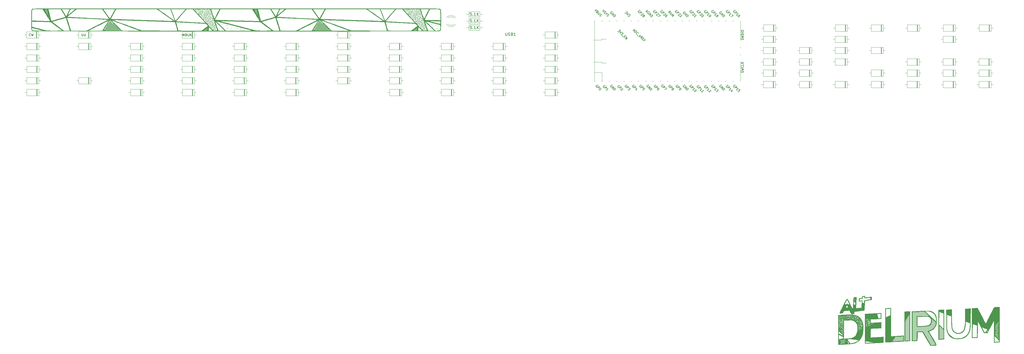
<source format=gto>
G04 #@! TF.GenerationSoftware,KiCad,Pcbnew,(5.1.10)-1*
G04 #@! TF.CreationDate,2021-10-25T12:05:38+01:00*
G04 #@! TF.ProjectId,ENV_KB_RGB,454e565f-4b42-45f5-9247-422e6b696361,Rev.1*
G04 #@! TF.SameCoordinates,Original*
G04 #@! TF.FileFunction,Legend,Top*
G04 #@! TF.FilePolarity,Positive*
%FSLAX46Y46*%
G04 Gerber Fmt 4.6, Leading zero omitted, Abs format (unit mm)*
G04 Created by KiCad (PCBNEW (5.1.10)-1) date 2021-10-25 12:05:38*
%MOMM*%
%LPD*%
G01*
G04 APERTURE LIST*
%ADD10C,0.150000*%
%ADD11C,0.010000*%
%ADD12C,0.120000*%
%ADD13C,1.852000*%
%ADD14C,4.089800*%
%ADD15C,0.752000*%
%ADD16O,1.802000X1.802000*%
%ADD17O,1.502000X1.502000*%
%ADD18C,1.502000*%
%ADD19C,3.150000*%
%ADD20C,1.902000*%
%ADD21C,4.502000*%
%ADD22O,1.702000X1.702000*%
G04 APERTURE END LIST*
D10*
X97889285Y-69461904D02*
X97889285Y-68661904D01*
X98155952Y-69233333D01*
X98422619Y-68661904D01*
X98422619Y-69461904D01*
X99070238Y-69042857D02*
X99184523Y-69080952D01*
X99222619Y-69119047D01*
X99260714Y-69195238D01*
X99260714Y-69309523D01*
X99222619Y-69385714D01*
X99184523Y-69423809D01*
X99108333Y-69461904D01*
X98803571Y-69461904D01*
X98803571Y-68661904D01*
X99070238Y-68661904D01*
X99146428Y-68700000D01*
X99184523Y-68738095D01*
X99222619Y-68814285D01*
X99222619Y-68890476D01*
X99184523Y-68966666D01*
X99146428Y-69004761D01*
X99070238Y-69042857D01*
X98803571Y-69042857D01*
X99603571Y-68661904D02*
X99603571Y-69309523D01*
X99641666Y-69385714D01*
X99679761Y-69423809D01*
X99755952Y-69461904D01*
X99908333Y-69461904D01*
X99984523Y-69423809D01*
X100022619Y-69385714D01*
X100060714Y-69309523D01*
X100060714Y-68661904D01*
X100441666Y-69461904D02*
X100441666Y-68661904D01*
X100898809Y-69461904D02*
X100555952Y-69004761D01*
X100898809Y-68661904D02*
X100441666Y-69119047D01*
X62582380Y-68661904D02*
X62582380Y-69309523D01*
X62620476Y-69385714D01*
X62658571Y-69423809D01*
X62734761Y-69461904D01*
X62887142Y-69461904D01*
X62963333Y-69423809D01*
X63001428Y-69385714D01*
X63039523Y-69309523D01*
X63039523Y-68661904D01*
X63420476Y-68661904D02*
X63420476Y-69309523D01*
X63458571Y-69385714D01*
X63496666Y-69423809D01*
X63572857Y-69461904D01*
X63725238Y-69461904D01*
X63801428Y-69423809D01*
X63839523Y-69385714D01*
X63877619Y-69309523D01*
X63877619Y-68661904D01*
X44740476Y-69375714D02*
X44702380Y-69413809D01*
X44588095Y-69451904D01*
X44511904Y-69451904D01*
X44397619Y-69413809D01*
X44321428Y-69337619D01*
X44283333Y-69261428D01*
X44245238Y-69109047D01*
X44245238Y-68994761D01*
X44283333Y-68842380D01*
X44321428Y-68766190D01*
X44397619Y-68690000D01*
X44511904Y-68651904D01*
X44588095Y-68651904D01*
X44702380Y-68690000D01*
X44740476Y-68728095D01*
X45007142Y-68651904D02*
X45197619Y-69451904D01*
X45350000Y-68880476D01*
X45502380Y-69451904D01*
X45692857Y-68651904D01*
X198663809Y-66002380D02*
X198187619Y-66002380D01*
X198140000Y-66478571D01*
X198187619Y-66430952D01*
X198282857Y-66383333D01*
X198520952Y-66383333D01*
X198616190Y-66430952D01*
X198663809Y-66478571D01*
X198711428Y-66573809D01*
X198711428Y-66811904D01*
X198663809Y-66907142D01*
X198616190Y-66954761D01*
X198520952Y-67002380D01*
X198282857Y-67002380D01*
X198187619Y-66954761D01*
X198140000Y-66907142D01*
X199140000Y-66907142D02*
X199187619Y-66954761D01*
X199140000Y-67002380D01*
X199092380Y-66954761D01*
X199140000Y-66907142D01*
X199140000Y-67002380D01*
X200140000Y-67002380D02*
X199568571Y-67002380D01*
X199854285Y-67002380D02*
X199854285Y-66002380D01*
X199759047Y-66145238D01*
X199663809Y-66240476D01*
X199568571Y-66288095D01*
X200568571Y-67002380D02*
X200568571Y-66002380D01*
X201140000Y-67002380D02*
X200711428Y-66430952D01*
X201140000Y-66002380D02*
X200568571Y-66573809D01*
X198663809Y-63672380D02*
X198187619Y-63672380D01*
X198140000Y-64148571D01*
X198187619Y-64100952D01*
X198282857Y-64053333D01*
X198520952Y-64053333D01*
X198616190Y-64100952D01*
X198663809Y-64148571D01*
X198711428Y-64243809D01*
X198711428Y-64481904D01*
X198663809Y-64577142D01*
X198616190Y-64624761D01*
X198520952Y-64672380D01*
X198282857Y-64672380D01*
X198187619Y-64624761D01*
X198140000Y-64577142D01*
X199140000Y-64577142D02*
X199187619Y-64624761D01*
X199140000Y-64672380D01*
X199092380Y-64624761D01*
X199140000Y-64577142D01*
X199140000Y-64672380D01*
X200140000Y-64672380D02*
X199568571Y-64672380D01*
X199854285Y-64672380D02*
X199854285Y-63672380D01*
X199759047Y-63815238D01*
X199663809Y-63910476D01*
X199568571Y-63958095D01*
X200568571Y-64672380D02*
X200568571Y-63672380D01*
X201140000Y-64672380D02*
X200711428Y-64100952D01*
X201140000Y-63672380D02*
X200568571Y-64243809D01*
X198643809Y-61352380D02*
X198167619Y-61352380D01*
X198120000Y-61828571D01*
X198167619Y-61780952D01*
X198262857Y-61733333D01*
X198500952Y-61733333D01*
X198596190Y-61780952D01*
X198643809Y-61828571D01*
X198691428Y-61923809D01*
X198691428Y-62161904D01*
X198643809Y-62257142D01*
X198596190Y-62304761D01*
X198500952Y-62352380D01*
X198262857Y-62352380D01*
X198167619Y-62304761D01*
X198120000Y-62257142D01*
X199120000Y-62257142D02*
X199167619Y-62304761D01*
X199120000Y-62352380D01*
X199072380Y-62304761D01*
X199120000Y-62257142D01*
X199120000Y-62352380D01*
X200120000Y-62352380D02*
X199548571Y-62352380D01*
X199834285Y-62352380D02*
X199834285Y-61352380D01*
X199739047Y-61495238D01*
X199643809Y-61590476D01*
X199548571Y-61638095D01*
X200548571Y-62352380D02*
X200548571Y-61352380D01*
X201120000Y-62352380D02*
X200691428Y-61780952D01*
X201120000Y-61352380D02*
X200548571Y-61923809D01*
D11*
G36*
X120790403Y-59820718D02*
G01*
X124980012Y-59820873D01*
X129005655Y-59821138D01*
X132870016Y-59821514D01*
X136575779Y-59822007D01*
X140125628Y-59822620D01*
X143522246Y-59823356D01*
X146768318Y-59824220D01*
X149866527Y-59825216D01*
X152819556Y-59826347D01*
X155630091Y-59827617D01*
X158300815Y-59829030D01*
X160834410Y-59830589D01*
X163233562Y-59832299D01*
X165500954Y-59834164D01*
X167639270Y-59836187D01*
X169651194Y-59838371D01*
X171539409Y-59840722D01*
X173306600Y-59843242D01*
X174955449Y-59845936D01*
X176488642Y-59848806D01*
X177908861Y-59851858D01*
X179218791Y-59855095D01*
X180421115Y-59858521D01*
X181518517Y-59862139D01*
X182513682Y-59865954D01*
X183409292Y-59869969D01*
X184208031Y-59874188D01*
X184912585Y-59878615D01*
X185525635Y-59883253D01*
X186049866Y-59888107D01*
X186487963Y-59893181D01*
X186842608Y-59898477D01*
X187116485Y-59904001D01*
X187312279Y-59909755D01*
X187432673Y-59915744D01*
X187480033Y-59921817D01*
X187591672Y-59977005D01*
X187683770Y-60041849D01*
X187758205Y-60132078D01*
X187816858Y-60263420D01*
X187861605Y-60451604D01*
X187894328Y-60712359D01*
X187916904Y-61061413D01*
X187931214Y-61514496D01*
X187939134Y-62087335D01*
X187942546Y-62795661D01*
X187943327Y-63655200D01*
X187943334Y-63800000D01*
X187942787Y-64683888D01*
X187939897Y-65414173D01*
X187932782Y-66006582D01*
X187919564Y-66476845D01*
X187898365Y-66840690D01*
X187867305Y-67113846D01*
X187824505Y-67312042D01*
X187768086Y-67451006D01*
X187696169Y-67546467D01*
X187606876Y-67614155D01*
X187498326Y-67669797D01*
X187480033Y-67678183D01*
X187381572Y-67684744D01*
X187118638Y-67691097D01*
X186696018Y-67697243D01*
X186118500Y-67703181D01*
X185390870Y-67708913D01*
X184517915Y-67714438D01*
X183504422Y-67719759D01*
X182355179Y-67724875D01*
X181074973Y-67729786D01*
X179668590Y-67734494D01*
X178140817Y-67738999D01*
X176496441Y-67743302D01*
X174740251Y-67747402D01*
X172877031Y-67751301D01*
X170911571Y-67755000D01*
X168848656Y-67758498D01*
X166693073Y-67761797D01*
X164449610Y-67764896D01*
X162123054Y-67767798D01*
X159718191Y-67770501D01*
X157239810Y-67773007D01*
X154692695Y-67775316D01*
X152081636Y-67777429D01*
X149411418Y-67779347D01*
X146686830Y-67781069D01*
X143912657Y-67782597D01*
X141093687Y-67783931D01*
X138234706Y-67785072D01*
X135340503Y-67786020D01*
X132415864Y-67786776D01*
X129465575Y-67787340D01*
X126494425Y-67787713D01*
X123507199Y-67787896D01*
X120508686Y-67787889D01*
X117503672Y-67787693D01*
X114496943Y-67787308D01*
X111493288Y-67786735D01*
X108497493Y-67785974D01*
X105514346Y-67785026D01*
X102548632Y-67783892D01*
X99605139Y-67782572D01*
X96688655Y-67781066D01*
X93803966Y-67779376D01*
X90955860Y-67777502D01*
X88149122Y-67775444D01*
X85388541Y-67773203D01*
X82678904Y-67770780D01*
X80024997Y-67768175D01*
X77431607Y-67765388D01*
X74903522Y-67762421D01*
X72445528Y-67759274D01*
X70062412Y-67755947D01*
X67758962Y-67752441D01*
X65539965Y-67748757D01*
X63410207Y-67744895D01*
X61374476Y-67740856D01*
X59437559Y-67736640D01*
X57604242Y-67732248D01*
X55879313Y-67727680D01*
X54267558Y-67722937D01*
X52773765Y-67718020D01*
X51402721Y-67712929D01*
X50159213Y-67707665D01*
X49048028Y-67702228D01*
X48073952Y-67696619D01*
X47241773Y-67690839D01*
X46556278Y-67684887D01*
X46022254Y-67678765D01*
X45644488Y-67672474D01*
X45427767Y-67666013D01*
X45373986Y-67661180D01*
X45270394Y-67600044D01*
X45185085Y-67531601D01*
X45116268Y-67439854D01*
X45062152Y-67308809D01*
X45020944Y-67122470D01*
X44990853Y-66864841D01*
X44985100Y-66769270D01*
X45110667Y-66769270D01*
X45167396Y-67112247D01*
X45320163Y-67384982D01*
X45480159Y-67510975D01*
X45597687Y-67531462D01*
X45844910Y-67550711D01*
X46193538Y-67568230D01*
X46615280Y-67583528D01*
X47081847Y-67596114D01*
X47564949Y-67605495D01*
X48036294Y-67611181D01*
X48467593Y-67612679D01*
X48830556Y-67609498D01*
X49096892Y-67601148D01*
X49238312Y-67587135D01*
X49252278Y-67576514D01*
X49153085Y-67541538D01*
X48955814Y-67499471D01*
X48920667Y-67493392D01*
X48751091Y-67457483D01*
X48447067Y-67385595D01*
X48037876Y-67284956D01*
X47552797Y-67162796D01*
X47021112Y-67026345D01*
X46867500Y-66986465D01*
X45110667Y-66529174D01*
X45110667Y-66769270D01*
X44985100Y-66769270D01*
X44970087Y-66519926D01*
X44961378Y-66224930D01*
X45105405Y-66224930D01*
X46272203Y-66533024D01*
X46787141Y-66669363D01*
X47399478Y-66832064D01*
X48043083Y-67003525D01*
X48651827Y-67166144D01*
X48836000Y-67215459D01*
X50233000Y-67589800D01*
X53022767Y-67599900D01*
X53782827Y-67600394D01*
X54435004Y-67596205D01*
X54967659Y-67587623D01*
X55369153Y-67574939D01*
X55627848Y-67558443D01*
X55732107Y-67538425D01*
X55732100Y-67532287D01*
X55645717Y-67463120D01*
X55441628Y-67306307D01*
X55137837Y-67075478D01*
X54752347Y-66784262D01*
X54303163Y-66446288D01*
X53808288Y-66075185D01*
X53723734Y-66011897D01*
X51795801Y-64569219D01*
X50802734Y-64524787D01*
X50296846Y-64504221D01*
X49664162Y-64481690D01*
X48947189Y-64458449D01*
X48259512Y-64437880D01*
X52271588Y-64437880D01*
X52295408Y-64496903D01*
X52380367Y-64591340D01*
X52538681Y-64731966D01*
X52782567Y-64929555D01*
X53124241Y-65194882D01*
X53575920Y-65538722D01*
X54149821Y-65971850D01*
X54219285Y-66024164D01*
X56325238Y-67610000D01*
X58468466Y-67610000D01*
X58063892Y-66318833D01*
X57893268Y-65773924D01*
X57709777Y-65187290D01*
X57533064Y-64621783D01*
X57382778Y-64140250D01*
X57353465Y-64046217D01*
X57047613Y-63064768D01*
X56307307Y-63270838D01*
X55912883Y-63379993D01*
X55522963Y-63486840D01*
X55207352Y-63572278D01*
X55143667Y-63589268D01*
X54896237Y-63657465D01*
X54534964Y-63760231D01*
X54108256Y-63883667D01*
X53664520Y-64013879D01*
X53662000Y-64014624D01*
X53240673Y-64137932D01*
X52857811Y-64247619D01*
X52553492Y-64332361D01*
X52367794Y-64380831D01*
X52358500Y-64382975D01*
X52296691Y-64403495D01*
X52271588Y-64437880D01*
X48259512Y-64437880D01*
X48188434Y-64435754D01*
X47430404Y-64414861D01*
X46715605Y-64397026D01*
X46086545Y-64383505D01*
X45915000Y-64380376D01*
X45153000Y-64367220D01*
X45129203Y-65296075D01*
X45105405Y-66224930D01*
X44961378Y-66224930D01*
X44956855Y-66071729D01*
X44949366Y-65504256D01*
X44945827Y-64801509D01*
X44944447Y-63947494D01*
X44944334Y-63825150D01*
X44944217Y-63398283D01*
X45099897Y-63398283D01*
X45104330Y-63739135D01*
X45114645Y-63971622D01*
X45131438Y-64065628D01*
X45131834Y-64065883D01*
X45218304Y-64071368D01*
X45454830Y-64081679D01*
X45822221Y-64096101D01*
X46301290Y-64113919D01*
X46872849Y-64134418D01*
X47517709Y-64156884D01*
X48158667Y-64178655D01*
X48862875Y-64202508D01*
X49519168Y-64225149D01*
X50106898Y-64245835D01*
X50605414Y-64263823D01*
X50994069Y-64278367D01*
X51252214Y-64288725D01*
X51354834Y-64293772D01*
X51503373Y-64288875D01*
X51545334Y-64265436D01*
X51502055Y-64185679D01*
X51379648Y-63980775D01*
X51189253Y-63668846D01*
X51041029Y-63428536D01*
X51320437Y-63428536D01*
X51333667Y-63461333D01*
X51409749Y-63542104D01*
X51423330Y-63546000D01*
X51459696Y-63480494D01*
X51460667Y-63461333D01*
X51395579Y-63379920D01*
X51371003Y-63376667D01*
X51320437Y-63428536D01*
X51041029Y-63428536D01*
X50942014Y-63268009D01*
X50877232Y-63163712D01*
X51156369Y-63163712D01*
X51164334Y-63207333D01*
X51272576Y-63288770D01*
X51296330Y-63292000D01*
X51373720Y-63227421D01*
X51376000Y-63207333D01*
X51307085Y-63133029D01*
X51244003Y-63122667D01*
X51156369Y-63163712D01*
X50877232Y-63163712D01*
X50746557Y-62953333D01*
X50995000Y-62953333D01*
X51117857Y-63032093D01*
X51164334Y-63038000D01*
X51306352Y-62984322D01*
X51333667Y-62953333D01*
X51303300Y-62890915D01*
X51164334Y-62868667D01*
X51017196Y-62895001D01*
X50995000Y-62953333D01*
X50746557Y-62953333D01*
X50649071Y-62796386D01*
X50588446Y-62699333D01*
X50868000Y-62699333D01*
X50940456Y-62762979D01*
X51079667Y-62784000D01*
X51238782Y-62755017D01*
X51291334Y-62699333D01*
X51218877Y-62635687D01*
X51079667Y-62614667D01*
X50920552Y-62643649D01*
X50868000Y-62699333D01*
X50588446Y-62699333D01*
X50429782Y-62445333D01*
X50698667Y-62445333D01*
X50772239Y-62504780D01*
X50949507Y-62529993D01*
X50952667Y-62530000D01*
X51131009Y-62505476D01*
X51206647Y-62446387D01*
X51206667Y-62445333D01*
X51133094Y-62385886D01*
X50955827Y-62360673D01*
X50952667Y-62360667D01*
X50774325Y-62385191D01*
X50698686Y-62444280D01*
X50698667Y-62445333D01*
X50429782Y-62445333D01*
X50321567Y-62272096D01*
X50270947Y-62191333D01*
X50529334Y-62191333D01*
X50603762Y-62247295D01*
X50786777Y-62275269D01*
X50825667Y-62276000D01*
X51021534Y-62254734D01*
X51119441Y-62202445D01*
X51122000Y-62191333D01*
X51047571Y-62135371D01*
X50864557Y-62107398D01*
X50825667Y-62106667D01*
X50629799Y-62127932D01*
X50531893Y-62180222D01*
X50529334Y-62191333D01*
X50270947Y-62191333D01*
X50217734Y-62106436D01*
X50096387Y-61912985D01*
X50399634Y-61912985D01*
X50402334Y-61937333D01*
X50513344Y-61991452D01*
X50723915Y-62020453D01*
X50788330Y-62022000D01*
X50998551Y-62002959D01*
X51114238Y-61955474D01*
X51122000Y-61937333D01*
X51046266Y-61887115D01*
X50854393Y-61856765D01*
X50736003Y-61852667D01*
X50500679Y-61868769D01*
X50399634Y-61912985D01*
X50096387Y-61912985D01*
X49952331Y-61683333D01*
X50233000Y-61683333D01*
X50342666Y-61734774D01*
X50557338Y-61764813D01*
X50661330Y-61768000D01*
X50886811Y-61750974D01*
X51021021Y-61707955D01*
X51037334Y-61683333D01*
X50961136Y-61635276D01*
X50766091Y-61604598D01*
X50609003Y-61598667D01*
X50353974Y-61613342D01*
X50234678Y-61654129D01*
X50233000Y-61683333D01*
X49952331Y-61683333D01*
X49793002Y-61429333D01*
X50063667Y-61429333D01*
X50172170Y-61478458D01*
X50390071Y-61509009D01*
X50534330Y-61514000D01*
X50774175Y-61498599D01*
X50925510Y-61459267D01*
X50952667Y-61429333D01*
X50876071Y-61383180D01*
X50678296Y-61352428D01*
X50482003Y-61344667D01*
X50208162Y-61358153D01*
X50071449Y-61395995D01*
X50063667Y-61429333D01*
X49793002Y-61429333D01*
X49633673Y-61175333D01*
X49894334Y-61175333D01*
X50000919Y-61220635D01*
X50223597Y-61251359D01*
X50449664Y-61260000D01*
X50718209Y-61247033D01*
X50900055Y-61213220D01*
X50952667Y-61175333D01*
X50874840Y-61131188D01*
X50668367Y-61100930D01*
X50397337Y-61090667D01*
X50088143Y-61102282D01*
X49918633Y-61135330D01*
X49894334Y-61175333D01*
X49633673Y-61175333D01*
X49474343Y-60921333D01*
X49725000Y-60921333D01*
X49830784Y-60965032D01*
X50055284Y-60995609D01*
X50322664Y-61006000D01*
X50608270Y-60993938D01*
X50803591Y-60962036D01*
X50868000Y-60921333D01*
X50789630Y-60877994D01*
X50579319Y-60848016D01*
X50274265Y-60836668D01*
X50270337Y-60836667D01*
X49944444Y-60847531D01*
X49759390Y-60878605D01*
X49725000Y-60921333D01*
X49474343Y-60921333D01*
X49315013Y-60667333D01*
X49555667Y-60667333D01*
X49660729Y-60709589D01*
X49886791Y-60739934D01*
X50185609Y-60751988D01*
X50195664Y-60752000D01*
X50497774Y-60740726D01*
X50706308Y-60710550D01*
X50783334Y-60667333D01*
X50704489Y-60624760D01*
X50490830Y-60595057D01*
X50176674Y-60582764D01*
X50143337Y-60582667D01*
X49801311Y-60592873D01*
X49601204Y-60622192D01*
X49555667Y-60667333D01*
X49315013Y-60667333D01*
X49153740Y-60410235D01*
X49384699Y-60410235D01*
X49386334Y-60413333D01*
X49490743Y-60454281D01*
X49718158Y-60484341D01*
X50022330Y-60497773D01*
X50068664Y-60498000D01*
X50386768Y-60487418D01*
X50608267Y-60458805D01*
X50698200Y-60416860D01*
X50698667Y-60413333D01*
X50619404Y-60371488D01*
X50402806Y-60342055D01*
X50080660Y-60328979D01*
X50016337Y-60328667D01*
X49658693Y-60338290D01*
X49443975Y-60366041D01*
X49384699Y-60410235D01*
X49153740Y-60410235D01*
X48996354Y-60159333D01*
X49259334Y-60159333D01*
X49338925Y-60200565D01*
X49557831Y-60229764D01*
X49886246Y-60243423D01*
X49979000Y-60244000D01*
X50329475Y-60234636D01*
X50577666Y-60208882D01*
X50693768Y-60170245D01*
X50698667Y-60159333D01*
X50631300Y-60124434D01*
X50896274Y-60124434D01*
X50899476Y-60136725D01*
X50931725Y-60262495D01*
X50995947Y-60525405D01*
X51085480Y-60897724D01*
X51193661Y-61351725D01*
X51313828Y-61859679D01*
X51332126Y-61937333D01*
X51491464Y-62613481D01*
X51617222Y-63142502D01*
X51714895Y-63542034D01*
X51789975Y-63829714D01*
X51847958Y-64023179D01*
X51894336Y-64140065D01*
X51934602Y-64198011D01*
X51974252Y-64214653D01*
X52018778Y-64207629D01*
X52037700Y-64202534D01*
X52153425Y-64170329D01*
X52410022Y-64097916D01*
X52785521Y-63991529D01*
X53257952Y-63857399D01*
X53805346Y-63701760D01*
X54405735Y-63530844D01*
X54529433Y-63495606D01*
X55129533Y-63321798D01*
X55672910Y-63158973D01*
X56037478Y-63045369D01*
X57351742Y-63045369D01*
X57358158Y-63139115D01*
X57410091Y-63358631D01*
X57498533Y-63669373D01*
X57594030Y-63974343D01*
X57723342Y-64374536D01*
X57886227Y-64882025D01*
X58065346Y-65442609D01*
X58243359Y-66002086D01*
X58316939Y-66234167D01*
X58752576Y-67610000D01*
X64161403Y-67610000D01*
X64750143Y-67610000D01*
X69726564Y-67610000D01*
X69754709Y-67565625D01*
X70002667Y-67565625D01*
X70084246Y-67575616D01*
X70316635Y-67584821D01*
X70681312Y-67592981D01*
X71159755Y-67599836D01*
X71733440Y-67605128D01*
X72383846Y-67608598D01*
X73092450Y-67609985D01*
X73173507Y-67610000D01*
X76344347Y-67610000D01*
X74724734Y-66022500D01*
X74154185Y-65463303D01*
X73692521Y-65011119D01*
X73327684Y-64654439D01*
X73047618Y-64381755D01*
X72840267Y-64181560D01*
X72693572Y-64042346D01*
X72596764Y-63953781D01*
X72894895Y-63953781D01*
X72961004Y-64028457D01*
X73134381Y-64205181D01*
X73399861Y-64469022D01*
X73742279Y-64805052D01*
X74146468Y-65198340D01*
X74597264Y-65633957D01*
X74786334Y-65815845D01*
X76649000Y-67605494D01*
X79824000Y-67604836D01*
X82999000Y-67604179D01*
X78130667Y-65830786D01*
X77259749Y-65513281D01*
X76432352Y-65211153D01*
X75662844Y-64929679D01*
X74965594Y-64674138D01*
X74354970Y-64449810D01*
X73845341Y-64261973D01*
X73451074Y-64115906D01*
X73186539Y-64016888D01*
X73066102Y-63970198D01*
X73064228Y-63969379D01*
X72928670Y-63928174D01*
X72894895Y-63953781D01*
X72596764Y-63953781D01*
X72595478Y-63952605D01*
X72533927Y-63900830D01*
X72496863Y-63875512D01*
X72472228Y-63865144D01*
X72461242Y-63862089D01*
X72390438Y-63919732D01*
X72253564Y-64085231D01*
X72075200Y-64323418D01*
X71879924Y-64599121D01*
X71692315Y-64877171D01*
X71536952Y-65122398D01*
X71438414Y-65299631D01*
X71417235Y-65355961D01*
X71364553Y-65480848D01*
X71353254Y-65493333D01*
X71269821Y-65593887D01*
X71144270Y-65767760D01*
X71014511Y-65959365D01*
X70918455Y-66113114D01*
X70891312Y-66170667D01*
X70847011Y-66262551D01*
X70741324Y-66424184D01*
X70740983Y-66424667D01*
X70544854Y-66707787D01*
X70349718Y-66999120D01*
X70178861Y-67262681D01*
X70055566Y-67462488D01*
X70003119Y-67562558D01*
X70002667Y-67565625D01*
X69754709Y-67565625D01*
X70867695Y-65810833D01*
X71178430Y-65319937D01*
X71456315Y-64879066D01*
X71689321Y-64507457D01*
X71865421Y-64224344D01*
X71972589Y-64048963D01*
X72000580Y-63999005D01*
X71925649Y-64033139D01*
X71714040Y-64135884D01*
X71380447Y-64299956D01*
X70939563Y-64518072D01*
X70406083Y-64782946D01*
X69794701Y-65087295D01*
X69120111Y-65423834D01*
X68397007Y-65785279D01*
X68371238Y-65798172D01*
X64750143Y-67610000D01*
X64161403Y-67610000D01*
X67992202Y-65687415D01*
X71754012Y-63799453D01*
X73262334Y-63799453D01*
X73685667Y-63964361D01*
X73847101Y-64025193D01*
X74150770Y-64137588D01*
X74579730Y-64295348D01*
X75117039Y-64492272D01*
X75745755Y-64722160D01*
X76448936Y-64978813D01*
X77209639Y-65256031D01*
X78010921Y-65547614D01*
X78215334Y-65621932D01*
X79032891Y-65919275D01*
X79821259Y-66206304D01*
X80562388Y-66476428D01*
X81238230Y-66723054D01*
X81830735Y-66939590D01*
X82321854Y-67119444D01*
X82693538Y-67256025D01*
X82927737Y-67342740D01*
X82956667Y-67353585D01*
X83591667Y-67592576D01*
X95978911Y-67610000D01*
X95681960Y-66488167D01*
X95516432Y-65868363D01*
X95384631Y-65393527D01*
X95278893Y-65044427D01*
X95191558Y-64801833D01*
X95114962Y-64646516D01*
X95041442Y-64559243D01*
X94996926Y-64537324D01*
X95415548Y-64537324D01*
X95570010Y-65121162D01*
X95653934Y-65434035D01*
X95762534Y-65832833D01*
X95883198Y-66271921D01*
X96003312Y-66705661D01*
X96110266Y-67088417D01*
X96191448Y-67374553D01*
X96216863Y-67461833D01*
X96235754Y-67496063D01*
X96279832Y-67524596D01*
X96363301Y-67547946D01*
X96500364Y-67566630D01*
X96705226Y-67581160D01*
X96992089Y-67592054D01*
X97375157Y-67599826D01*
X97868635Y-67604991D01*
X98486726Y-67608064D01*
X99243633Y-67609560D01*
X100153561Y-67609994D01*
X100302559Y-67610000D01*
X104344373Y-67610000D01*
X104460486Y-67525333D01*
X104843000Y-67525333D01*
X104896619Y-67566518D01*
X105110144Y-67594555D01*
X105474591Y-67608536D01*
X105679673Y-67610000D01*
X106783631Y-67610000D01*
X108204088Y-67610000D01*
X107780922Y-67123167D01*
X107543042Y-66855544D01*
X107318911Y-66613587D01*
X107155365Y-66447803D01*
X107149943Y-66442722D01*
X106942129Y-66249111D01*
X106862880Y-66929555D01*
X106783631Y-67610000D01*
X105679673Y-67610000D01*
X106062917Y-67602324D01*
X106370717Y-67581399D01*
X106567998Y-67550380D01*
X106621000Y-67525333D01*
X106567381Y-67484148D01*
X106353856Y-67456111D01*
X105989409Y-67442131D01*
X105784327Y-67440667D01*
X105401084Y-67448342D01*
X105093284Y-67469267D01*
X104896003Y-67500286D01*
X104843000Y-67525333D01*
X104460486Y-67525333D01*
X104808825Y-67271333D01*
X105181667Y-67271333D01*
X105233128Y-67314698D01*
X105442550Y-67343206D01*
X105799103Y-67355573D01*
X105896337Y-67356000D01*
X106263159Y-67347173D01*
X106525044Y-67322721D01*
X106654419Y-67285689D01*
X106663334Y-67271333D01*
X106583784Y-67230020D01*
X106365173Y-67200790D01*
X106037559Y-67187204D01*
X105948664Y-67186667D01*
X105616496Y-67196070D01*
X105352860Y-67221124D01*
X105200647Y-67257094D01*
X105181667Y-67271333D01*
X104808825Y-67271333D01*
X105157164Y-67017333D01*
X105562667Y-67017333D01*
X105640424Y-67061577D01*
X105846407Y-67091868D01*
X106113000Y-67102000D01*
X106400582Y-67090037D01*
X106597476Y-67058348D01*
X106663334Y-67017333D01*
X106585576Y-66973090D01*
X106379594Y-66942798D01*
X106113000Y-66932667D01*
X105825418Y-66944629D01*
X105628524Y-66976319D01*
X105562667Y-67017333D01*
X105157164Y-67017333D01*
X105461520Y-66795405D01*
X105504787Y-66763333D01*
X105901334Y-66763333D01*
X105976946Y-66814106D01*
X106167993Y-66844327D01*
X106277337Y-66848000D01*
X106516624Y-66830465D01*
X106677315Y-66786306D01*
X106705667Y-66763333D01*
X106663687Y-66711129D01*
X106474997Y-66682566D01*
X106329664Y-66678667D01*
X106086543Y-66693728D01*
X105931339Y-66732282D01*
X105901334Y-66763333D01*
X105504787Y-66763333D01*
X105836415Y-66517514D01*
X105847065Y-66509333D01*
X106240000Y-66509333D01*
X106313573Y-66568780D01*
X106490840Y-66593993D01*
X106494000Y-66594000D01*
X106672342Y-66569476D01*
X106747981Y-66510387D01*
X106748000Y-66509333D01*
X106674428Y-66449886D01*
X106497160Y-66424673D01*
X106494000Y-66424667D01*
X106315658Y-66449191D01*
X106240020Y-66508280D01*
X106240000Y-66509333D01*
X105847065Y-66509333D01*
X106157765Y-66270676D01*
X106176791Y-66255333D01*
X106578667Y-66255333D01*
X106643096Y-66337540D01*
X106663334Y-66340000D01*
X106745540Y-66275571D01*
X106748000Y-66255333D01*
X106683571Y-66173127D01*
X106663334Y-66170667D01*
X106581127Y-66235096D01*
X106578667Y-66255333D01*
X106176791Y-66255333D01*
X106402656Y-66073193D01*
X106548172Y-65943369D01*
X106578667Y-65903126D01*
X106525028Y-65802836D01*
X106386828Y-65626463D01*
X106256463Y-65480024D01*
X106146792Y-65360940D01*
X106053916Y-65271070D01*
X105952932Y-65205072D01*
X105818942Y-65157599D01*
X105627046Y-65123309D01*
X105352342Y-65096855D01*
X104969932Y-65072895D01*
X104454914Y-65046084D01*
X104165667Y-65031272D01*
X103695023Y-65006125D01*
X103217899Y-64979246D01*
X102797982Y-64954292D01*
X102557000Y-64938910D01*
X102313749Y-64923737D01*
X101930513Y-64901301D01*
X101436404Y-64873237D01*
X100860537Y-64841183D01*
X100232025Y-64806775D01*
X99593667Y-64772378D01*
X98920050Y-64736162D01*
X98250780Y-64699779D01*
X97619573Y-64665093D01*
X97060149Y-64633966D01*
X96606226Y-64608260D01*
X96319274Y-64591509D01*
X95415548Y-64537324D01*
X94996926Y-64537324D01*
X94963337Y-64520786D01*
X94894667Y-64512318D01*
X94754644Y-64508108D01*
X94470504Y-64500076D01*
X94067405Y-64488915D01*
X93570503Y-64475318D01*
X93004955Y-64459976D01*
X92481667Y-64445883D01*
X91853463Y-64428180D01*
X91250542Y-64409633D01*
X90703166Y-64391290D01*
X90241596Y-64374204D01*
X89896094Y-64359423D01*
X89730000Y-64350393D01*
X89467865Y-64336339D01*
X89074846Y-64319468D01*
X88589339Y-64301230D01*
X88049738Y-64283072D01*
X87764614Y-64274497D01*
X95600674Y-64274497D01*
X95620099Y-64315104D01*
X95628392Y-64318967D01*
X95741032Y-64334456D01*
X96006276Y-64357244D01*
X96407601Y-64386291D01*
X96928483Y-64420559D01*
X97552397Y-64459009D01*
X98262820Y-64500600D01*
X99043229Y-64544293D01*
X99877099Y-64589050D01*
X100144000Y-64602985D01*
X100988242Y-64647234D01*
X101781861Y-64689731D01*
X102508683Y-64729546D01*
X103152531Y-64765750D01*
X103697230Y-64797414D01*
X104126604Y-64823611D01*
X104424477Y-64843410D01*
X104574674Y-64855884D01*
X104589000Y-64858208D01*
X104713102Y-64874413D01*
X104951576Y-64887528D01*
X105210791Y-64893982D01*
X105747916Y-64900667D01*
X105112865Y-64202167D01*
X104880395Y-63947325D01*
X104556498Y-63593472D01*
X104164545Y-63166077D01*
X103727907Y-62690607D01*
X103269954Y-62192531D01*
X102879166Y-61768000D01*
X101280519Y-60032333D01*
X100225426Y-60010037D01*
X99286600Y-59990197D01*
X101557268Y-59990197D01*
X101717887Y-60180599D01*
X101884180Y-60372179D01*
X102006087Y-60506361D01*
X102116879Y-60627572D01*
X102307244Y-60839362D01*
X102544620Y-61105425D01*
X102670663Y-61247352D01*
X102910008Y-61501984D01*
X103114582Y-61691569D01*
X103255794Y-61791020D01*
X103297578Y-61797409D01*
X103347896Y-61796062D01*
X103333038Y-61829953D01*
X103366433Y-61922190D01*
X103497625Y-62108168D01*
X103705713Y-62360862D01*
X103969480Y-62652909D01*
X104277068Y-62982476D01*
X104574570Y-63305443D01*
X104823965Y-63580308D01*
X104963357Y-63737752D01*
X105372192Y-64199732D01*
X105725989Y-64578894D01*
X106012709Y-64863406D01*
X106220313Y-65041441D01*
X106336761Y-65101169D01*
X106347767Y-65098056D01*
X106395063Y-65098576D01*
X106377167Y-65138216D01*
X106406276Y-65238005D01*
X106535943Y-65427530D01*
X106745385Y-65678417D01*
X106880464Y-65825336D01*
X107203168Y-66167441D01*
X107448024Y-66431746D01*
X107654838Y-66662236D01*
X107863415Y-66902896D01*
X107986308Y-67047275D01*
X108132388Y-67199380D01*
X108235960Y-67231669D01*
X108337418Y-67174275D01*
X108436072Y-67102478D01*
X108414266Y-67147140D01*
X108367467Y-67207833D01*
X108295398Y-67352566D01*
X108356667Y-67483000D01*
X108478670Y-67539433D01*
X108710017Y-67581313D01*
X109006490Y-67607614D01*
X109323869Y-67617310D01*
X109617933Y-67609374D01*
X109844463Y-67582780D01*
X109959240Y-67536501D01*
X109965334Y-67520336D01*
X109914625Y-67467364D01*
X109888563Y-67478120D01*
X109841167Y-67453821D01*
X109847854Y-67377283D01*
X109836544Y-67234494D01*
X109775617Y-66979112D01*
X109676664Y-66656428D01*
X109625696Y-66509333D01*
X109495866Y-66147063D01*
X109409402Y-65902982D01*
X109352494Y-65735892D01*
X109311335Y-65604593D01*
X109272113Y-65467885D01*
X109249875Y-65388085D01*
X109183727Y-65235467D01*
X109117531Y-65197702D01*
X109078981Y-65168228D01*
X109089222Y-65088784D01*
X109080145Y-64926881D01*
X109013026Y-64682679D01*
X108957335Y-64538334D01*
X108880387Y-64346196D01*
X109139312Y-64346196D01*
X109159123Y-64427050D01*
X109224748Y-64639541D01*
X109326698Y-64955253D01*
X109455489Y-65345775D01*
X109601633Y-65782691D01*
X109755646Y-66237589D01*
X109908040Y-66682055D01*
X110049329Y-67087676D01*
X110137102Y-67334833D01*
X110235899Y-67610000D01*
X111391783Y-67607781D01*
X112547667Y-67605561D01*
X110854334Y-65966233D01*
X110413862Y-65541195D01*
X110014511Y-65158495D01*
X109671920Y-64832904D01*
X109401726Y-64579195D01*
X109219567Y-64412139D01*
X109141083Y-64346509D01*
X109139312Y-64346196D01*
X108880387Y-64346196D01*
X108867317Y-64313562D01*
X108844737Y-64242252D01*
X109494859Y-64242252D01*
X109542964Y-64308831D01*
X109697923Y-64477787D01*
X109944792Y-64733857D01*
X110268628Y-65061778D01*
X110654485Y-65446288D01*
X111087420Y-65872124D01*
X111162419Y-65945375D01*
X112868476Y-67610000D01*
X117654016Y-67610000D01*
X118535319Y-67609426D01*
X119362878Y-67607774D01*
X120121764Y-67605150D01*
X120797048Y-67601659D01*
X121373800Y-67597406D01*
X121837091Y-67592496D01*
X122171991Y-67587034D01*
X122363572Y-67581126D01*
X122404278Y-67576514D01*
X122305085Y-67541538D01*
X122107814Y-67499471D01*
X122072667Y-67493392D01*
X121903740Y-67457295D01*
X121600235Y-67384656D01*
X121191147Y-67282728D01*
X120705468Y-67158769D01*
X120172192Y-67020034D01*
X119998334Y-66974260D01*
X119469057Y-66834545D01*
X118990672Y-66708348D01*
X118588987Y-66602472D01*
X118289808Y-66523716D01*
X118118940Y-66478882D01*
X118093334Y-66472234D01*
X117923138Y-66418593D01*
X117728464Y-66347699D01*
X117461289Y-66264931D01*
X117220464Y-66212844D01*
X117045137Y-66176253D01*
X116742611Y-66104087D01*
X116349051Y-66005326D01*
X115900627Y-65888947D01*
X115680334Y-65830486D01*
X115224467Y-65709339D01*
X114812317Y-65601144D01*
X114478169Y-65514801D01*
X114256307Y-65459210D01*
X114198667Y-65445828D01*
X113976113Y-65394059D01*
X113699411Y-65324448D01*
X113648334Y-65311043D01*
X113433870Y-65255781D01*
X113304716Y-65225356D01*
X113290390Y-65223205D01*
X113206511Y-65203497D01*
X113007932Y-65151157D01*
X112742998Y-65079273D01*
X112460054Y-65000936D01*
X112251334Y-64941875D01*
X112089127Y-64898538D01*
X111837868Y-64834341D01*
X111568313Y-64767035D01*
X111351220Y-64714370D01*
X111277667Y-64697620D01*
X111145914Y-64661139D01*
X110932950Y-64594887D01*
X110896667Y-64583125D01*
X110615463Y-64503827D01*
X110350132Y-64447202D01*
X110346334Y-64446600D01*
X110079279Y-64387140D01*
X109812845Y-64305233D01*
X109617170Y-64247556D01*
X109501492Y-64238365D01*
X109494859Y-64242252D01*
X108844737Y-64242252D01*
X108829869Y-64195300D01*
X110591952Y-64195300D01*
X110659784Y-64230421D01*
X110819372Y-64284267D01*
X111080756Y-64360158D01*
X111453980Y-64461415D01*
X111949084Y-64591358D01*
X112576109Y-64753310D01*
X113345099Y-64950590D01*
X114266094Y-65186520D01*
X114452667Y-65234342D01*
X115263800Y-65442681D01*
X116072845Y-65651216D01*
X116854441Y-65853358D01*
X117583227Y-66042520D01*
X118233843Y-66212114D01*
X118780926Y-66355554D01*
X119199118Y-66466250D01*
X119321000Y-66498909D01*
X119879468Y-66649205D01*
X120530555Y-66824223D01*
X121203304Y-67004899D01*
X121826761Y-67172172D01*
X121988000Y-67215395D01*
X123385000Y-67589800D01*
X126174767Y-67599900D01*
X126934827Y-67600394D01*
X127587004Y-67596205D01*
X128119659Y-67587623D01*
X128521153Y-67574939D01*
X128779848Y-67558443D01*
X128884107Y-67538425D01*
X128884100Y-67532287D01*
X128797706Y-67463109D01*
X128593617Y-67306295D01*
X128289851Y-67075484D01*
X127904424Y-66784315D01*
X127455351Y-66446426D01*
X126960649Y-66075457D01*
X126878121Y-66013685D01*
X124952575Y-64572797D01*
X124041788Y-64526952D01*
X123675711Y-64510883D01*
X123182129Y-64492617D01*
X122602830Y-64473517D01*
X121979607Y-64454946D01*
X121354247Y-64438267D01*
X121338486Y-64437880D01*
X125423588Y-64437880D01*
X125447408Y-64496903D01*
X125532367Y-64591340D01*
X125690681Y-64731966D01*
X125934567Y-64929555D01*
X126276241Y-65194882D01*
X126727920Y-65538722D01*
X127301821Y-65971850D01*
X127371285Y-66024164D01*
X129477238Y-67610000D01*
X131620466Y-67610000D01*
X131215892Y-66318833D01*
X131045268Y-65773924D01*
X130861777Y-65187290D01*
X130685064Y-64621783D01*
X130534778Y-64140250D01*
X130505465Y-64046217D01*
X130199613Y-63064768D01*
X129459307Y-63270838D01*
X129064883Y-63379993D01*
X128674963Y-63486840D01*
X128359352Y-63572278D01*
X128295667Y-63589268D01*
X128048237Y-63657465D01*
X127686964Y-63760231D01*
X127260256Y-63883667D01*
X126816520Y-64013879D01*
X126814000Y-64014624D01*
X126392673Y-64137932D01*
X126009811Y-64247619D01*
X125705492Y-64332361D01*
X125519794Y-64380831D01*
X125510500Y-64382975D01*
X125448691Y-64403495D01*
X125423588Y-64437880D01*
X121338486Y-64437880D01*
X121226000Y-64435118D01*
X120555823Y-64418752D01*
X119832388Y-64400765D01*
X119110945Y-64382553D01*
X118446739Y-64365510D01*
X117895018Y-64351032D01*
X117881667Y-64350675D01*
X117361495Y-64337146D01*
X116720709Y-64321055D01*
X116007988Y-64303591D01*
X115272010Y-64285942D01*
X114561453Y-64269296D01*
X114325667Y-64263879D01*
X113678745Y-64248684D01*
X113029039Y-64232668D01*
X112414630Y-64216825D01*
X111873598Y-64202150D01*
X111444023Y-64189635D01*
X111277667Y-64184323D01*
X111037346Y-64175637D01*
X110838572Y-64169071D01*
X110691388Y-64167946D01*
X110605834Y-64175582D01*
X110591952Y-64195300D01*
X108829869Y-64195300D01*
X108821408Y-64168583D01*
X108822334Y-64138667D01*
X108813402Y-64069209D01*
X108750516Y-63891859D01*
X108704221Y-63779277D01*
X109034000Y-63779277D01*
X109116956Y-63806459D01*
X109358980Y-63833113D01*
X109749809Y-63858664D01*
X110279176Y-63882533D01*
X110936818Y-63904144D01*
X111510500Y-63918577D01*
X112186827Y-63934453D01*
X112848215Y-63951359D01*
X113464195Y-63968415D01*
X114004295Y-63984736D01*
X114438045Y-63999442D01*
X114734976Y-64011650D01*
X114749000Y-64012345D01*
X115029741Y-64023898D01*
X115450760Y-64037791D01*
X115983032Y-64053232D01*
X116597531Y-64069429D01*
X117265232Y-64085593D01*
X117957109Y-64100931D01*
X118135667Y-64104651D01*
X118846860Y-64120136D01*
X119600838Y-64138107D01*
X120374894Y-64157889D01*
X121146318Y-64178805D01*
X121892401Y-64200182D01*
X122590434Y-64221342D01*
X123217709Y-64241612D01*
X123751516Y-64260316D01*
X124169147Y-64276777D01*
X124447893Y-64290322D01*
X124506834Y-64294131D01*
X124655385Y-64288952D01*
X124697334Y-64265436D01*
X124654055Y-64185679D01*
X124531648Y-63980775D01*
X124341253Y-63668846D01*
X124193029Y-63428536D01*
X124472437Y-63428536D01*
X124485667Y-63461333D01*
X124561749Y-63542104D01*
X124575330Y-63546000D01*
X124611696Y-63480494D01*
X124612667Y-63461333D01*
X124547579Y-63379920D01*
X124523003Y-63376667D01*
X124472437Y-63428536D01*
X124193029Y-63428536D01*
X124094014Y-63268009D01*
X124029232Y-63163712D01*
X124308369Y-63163712D01*
X124316334Y-63207333D01*
X124424576Y-63288770D01*
X124448330Y-63292000D01*
X124525720Y-63227421D01*
X124528000Y-63207333D01*
X124459085Y-63133029D01*
X124396003Y-63122667D01*
X124308369Y-63163712D01*
X124029232Y-63163712D01*
X123898557Y-62953333D01*
X124147000Y-62953333D01*
X124269857Y-63032093D01*
X124316334Y-63038000D01*
X124458352Y-62984322D01*
X124485667Y-62953333D01*
X124455300Y-62890915D01*
X124316334Y-62868667D01*
X124169196Y-62895001D01*
X124147000Y-62953333D01*
X123898557Y-62953333D01*
X123801071Y-62796386D01*
X123740446Y-62699333D01*
X124020000Y-62699333D01*
X124092456Y-62762979D01*
X124231667Y-62784000D01*
X124390782Y-62755017D01*
X124443334Y-62699333D01*
X124370877Y-62635687D01*
X124231667Y-62614667D01*
X124072552Y-62643649D01*
X124020000Y-62699333D01*
X123740446Y-62699333D01*
X123581782Y-62445333D01*
X123850667Y-62445333D01*
X123924239Y-62504780D01*
X124101507Y-62529993D01*
X124104667Y-62530000D01*
X124283009Y-62505476D01*
X124358647Y-62446387D01*
X124358667Y-62445333D01*
X124285094Y-62385886D01*
X124107827Y-62360673D01*
X124104667Y-62360667D01*
X123926325Y-62385191D01*
X123850686Y-62444280D01*
X123850667Y-62445333D01*
X123581782Y-62445333D01*
X123473567Y-62272096D01*
X123422947Y-62191333D01*
X123681334Y-62191333D01*
X123755762Y-62247295D01*
X123938777Y-62275269D01*
X123977667Y-62276000D01*
X124173534Y-62254734D01*
X124271441Y-62202445D01*
X124274000Y-62191333D01*
X124199571Y-62135371D01*
X124016557Y-62107398D01*
X123977667Y-62106667D01*
X123781799Y-62127932D01*
X123683893Y-62180222D01*
X123681334Y-62191333D01*
X123422947Y-62191333D01*
X123369734Y-62106436D01*
X123248387Y-61912985D01*
X123551634Y-61912985D01*
X123554334Y-61937333D01*
X123665344Y-61991452D01*
X123875915Y-62020453D01*
X123940330Y-62022000D01*
X124150551Y-62002959D01*
X124266238Y-61955474D01*
X124274000Y-61937333D01*
X124198266Y-61887115D01*
X124006393Y-61856765D01*
X123888003Y-61852667D01*
X123652679Y-61868769D01*
X123551634Y-61912985D01*
X123248387Y-61912985D01*
X123104331Y-61683333D01*
X123385000Y-61683333D01*
X123494666Y-61734774D01*
X123709338Y-61764813D01*
X123813330Y-61768000D01*
X124038811Y-61750974D01*
X124173021Y-61707955D01*
X124189334Y-61683333D01*
X124113136Y-61635276D01*
X123918091Y-61604598D01*
X123761003Y-61598667D01*
X123505974Y-61613342D01*
X123386678Y-61654129D01*
X123385000Y-61683333D01*
X123104331Y-61683333D01*
X122945002Y-61429333D01*
X123215667Y-61429333D01*
X123324170Y-61478458D01*
X123542071Y-61509009D01*
X123686330Y-61514000D01*
X123926175Y-61498599D01*
X124077510Y-61459267D01*
X124104667Y-61429333D01*
X124028071Y-61383180D01*
X123830296Y-61352428D01*
X123634003Y-61344667D01*
X123360162Y-61358153D01*
X123223449Y-61395995D01*
X123215667Y-61429333D01*
X122945002Y-61429333D01*
X122785673Y-61175333D01*
X123046334Y-61175333D01*
X123152919Y-61220635D01*
X123375597Y-61251359D01*
X123601664Y-61260000D01*
X123870209Y-61247033D01*
X124052055Y-61213220D01*
X124104667Y-61175333D01*
X124026840Y-61131188D01*
X123820367Y-61100930D01*
X123549337Y-61090667D01*
X123240143Y-61102282D01*
X123070633Y-61135330D01*
X123046334Y-61175333D01*
X122785673Y-61175333D01*
X122626343Y-60921333D01*
X122877000Y-60921333D01*
X122982784Y-60965032D01*
X123207284Y-60995609D01*
X123474664Y-61006000D01*
X123760270Y-60993938D01*
X123955591Y-60962036D01*
X124020000Y-60921333D01*
X123941630Y-60877994D01*
X123731319Y-60848016D01*
X123426265Y-60836668D01*
X123422337Y-60836667D01*
X123096444Y-60847531D01*
X122911390Y-60878605D01*
X122877000Y-60921333D01*
X122626343Y-60921333D01*
X122467013Y-60667333D01*
X122707667Y-60667333D01*
X122812729Y-60709589D01*
X123038791Y-60739934D01*
X123337609Y-60751988D01*
X123347664Y-60752000D01*
X123649774Y-60740726D01*
X123858308Y-60710550D01*
X123935334Y-60667333D01*
X123856489Y-60624760D01*
X123642830Y-60595057D01*
X123328674Y-60582764D01*
X123295337Y-60582667D01*
X122953311Y-60592873D01*
X122753204Y-60622192D01*
X122707667Y-60667333D01*
X122467013Y-60667333D01*
X122305740Y-60410235D01*
X122536699Y-60410235D01*
X122538334Y-60413333D01*
X122642743Y-60454281D01*
X122870158Y-60484341D01*
X123174330Y-60497773D01*
X123220664Y-60498000D01*
X123538768Y-60487418D01*
X123760267Y-60458805D01*
X123850200Y-60416860D01*
X123850667Y-60413333D01*
X123771404Y-60371488D01*
X123554806Y-60342055D01*
X123232660Y-60328979D01*
X123168337Y-60328667D01*
X122810693Y-60338290D01*
X122595975Y-60366041D01*
X122536699Y-60410235D01*
X122305740Y-60410235D01*
X122148354Y-60159333D01*
X122411334Y-60159333D01*
X122490925Y-60200565D01*
X122709831Y-60229764D01*
X123038246Y-60243423D01*
X123131000Y-60244000D01*
X123481475Y-60234636D01*
X123729666Y-60208882D01*
X123845768Y-60170245D01*
X123850667Y-60159333D01*
X123783300Y-60124434D01*
X124048274Y-60124434D01*
X124051476Y-60136725D01*
X124083725Y-60262495D01*
X124147947Y-60525405D01*
X124237480Y-60897724D01*
X124345661Y-61351725D01*
X124465828Y-61859679D01*
X124484126Y-61937333D01*
X124643464Y-62613481D01*
X124769222Y-63142502D01*
X124866895Y-63542034D01*
X124941975Y-63829714D01*
X124999958Y-64023179D01*
X125046336Y-64140065D01*
X125086602Y-64198011D01*
X125126252Y-64214653D01*
X125170778Y-64207629D01*
X125189700Y-64202534D01*
X125305425Y-64170329D01*
X125562022Y-64097916D01*
X125937521Y-63991529D01*
X126409952Y-63857399D01*
X126957346Y-63701760D01*
X127557735Y-63530844D01*
X127681433Y-63495606D01*
X128281533Y-63321798D01*
X128824910Y-63158973D01*
X129189478Y-63045369D01*
X130503742Y-63045369D01*
X130510158Y-63139115D01*
X130562091Y-63358631D01*
X130650533Y-63669373D01*
X130746030Y-63974343D01*
X130875342Y-64374536D01*
X131038227Y-64882025D01*
X131217346Y-65442609D01*
X131395359Y-66002086D01*
X131468939Y-66234167D01*
X131904576Y-67610000D01*
X137313403Y-67610000D01*
X137902143Y-67610000D01*
X142878564Y-67610000D01*
X142906709Y-67565625D01*
X143154667Y-67565625D01*
X143236246Y-67575616D01*
X143468635Y-67584821D01*
X143833312Y-67592981D01*
X144311755Y-67599836D01*
X144885440Y-67605128D01*
X145535846Y-67608598D01*
X146244450Y-67609985D01*
X146325507Y-67610000D01*
X149496347Y-67610000D01*
X147876734Y-66022500D01*
X147306185Y-65463303D01*
X146844521Y-65011119D01*
X146479684Y-64654439D01*
X146199618Y-64381755D01*
X145992267Y-64181560D01*
X145845572Y-64042346D01*
X145748764Y-63953781D01*
X146046895Y-63953781D01*
X146113004Y-64028457D01*
X146286381Y-64205181D01*
X146551861Y-64469022D01*
X146894279Y-64805052D01*
X147298468Y-65198340D01*
X147749264Y-65633957D01*
X147938334Y-65815845D01*
X149801000Y-67605494D01*
X152976000Y-67604836D01*
X156151000Y-67604179D01*
X151282667Y-65830786D01*
X150411749Y-65513281D01*
X149584352Y-65211153D01*
X148814844Y-64929679D01*
X148117594Y-64674138D01*
X147506970Y-64449810D01*
X146997341Y-64261973D01*
X146603074Y-64115906D01*
X146338539Y-64016888D01*
X146218102Y-63970198D01*
X146216228Y-63969379D01*
X146080670Y-63928174D01*
X146046895Y-63953781D01*
X145748764Y-63953781D01*
X145747478Y-63952605D01*
X145685927Y-63900830D01*
X145648863Y-63875512D01*
X145624228Y-63865144D01*
X145613242Y-63862089D01*
X145542438Y-63919732D01*
X145405564Y-64085231D01*
X145227200Y-64323418D01*
X145031924Y-64599121D01*
X144844315Y-64877171D01*
X144688952Y-65122398D01*
X144590414Y-65299631D01*
X144569235Y-65355961D01*
X144516553Y-65480848D01*
X144505254Y-65493333D01*
X144421821Y-65593887D01*
X144296270Y-65767760D01*
X144166511Y-65959365D01*
X144070455Y-66113114D01*
X144043312Y-66170667D01*
X143999011Y-66262551D01*
X143893324Y-66424184D01*
X143892983Y-66424667D01*
X143696854Y-66707787D01*
X143501718Y-66999120D01*
X143330861Y-67262681D01*
X143207566Y-67462488D01*
X143155119Y-67562558D01*
X143154667Y-67565625D01*
X142906709Y-67565625D01*
X144019695Y-65810833D01*
X144330430Y-65319937D01*
X144608315Y-64879066D01*
X144841321Y-64507457D01*
X145017421Y-64224344D01*
X145124589Y-64048963D01*
X145152580Y-63999005D01*
X145077649Y-64033139D01*
X144866040Y-64135884D01*
X144532447Y-64299956D01*
X144091563Y-64518072D01*
X143558083Y-64782946D01*
X142946701Y-65087295D01*
X142272111Y-65423834D01*
X141549007Y-65785279D01*
X141523238Y-65798172D01*
X137902143Y-67610000D01*
X137313403Y-67610000D01*
X141144202Y-65687415D01*
X144906012Y-63799453D01*
X146414334Y-63799453D01*
X146837667Y-63964361D01*
X146999101Y-64025193D01*
X147302770Y-64137588D01*
X147731730Y-64295348D01*
X148269039Y-64492272D01*
X148897755Y-64722160D01*
X149600936Y-64978813D01*
X150361639Y-65256031D01*
X151162921Y-65547614D01*
X151367334Y-65621932D01*
X152184891Y-65919275D01*
X152973259Y-66206304D01*
X153714388Y-66476428D01*
X154390230Y-66723054D01*
X154982735Y-66939590D01*
X155473854Y-67119444D01*
X155845538Y-67256025D01*
X156079737Y-67342740D01*
X156108667Y-67353585D01*
X156743667Y-67592576D01*
X169130911Y-67610000D01*
X168833960Y-66488167D01*
X168668432Y-65868363D01*
X168536631Y-65393527D01*
X168430893Y-65044427D01*
X168343558Y-64801833D01*
X168266962Y-64646516D01*
X168193442Y-64559243D01*
X168148926Y-64537324D01*
X168567548Y-64537324D01*
X168722010Y-65121162D01*
X168805934Y-65434035D01*
X168914534Y-65832833D01*
X169035198Y-66271921D01*
X169155312Y-66705661D01*
X169262266Y-67088417D01*
X169343448Y-67374553D01*
X169368863Y-67461833D01*
X169387754Y-67496063D01*
X169431832Y-67524596D01*
X169515301Y-67547946D01*
X169652364Y-67566630D01*
X169857226Y-67581160D01*
X170144089Y-67592054D01*
X170527157Y-67599826D01*
X171020635Y-67604991D01*
X171638726Y-67608064D01*
X172395633Y-67609560D01*
X173305561Y-67609994D01*
X173454559Y-67610000D01*
X177496373Y-67610000D01*
X177612486Y-67525333D01*
X177995000Y-67525333D01*
X178048619Y-67566518D01*
X178262144Y-67594555D01*
X178626591Y-67608536D01*
X178831673Y-67610000D01*
X179935631Y-67610000D01*
X181356088Y-67610000D01*
X180932922Y-67123167D01*
X180695042Y-66855544D01*
X180470911Y-66613587D01*
X180307365Y-66447803D01*
X180301943Y-66442722D01*
X180094129Y-66249111D01*
X180014880Y-66929555D01*
X179935631Y-67610000D01*
X178831673Y-67610000D01*
X179214917Y-67602324D01*
X179522717Y-67581399D01*
X179719998Y-67550380D01*
X179773000Y-67525333D01*
X179719381Y-67484148D01*
X179505856Y-67456111D01*
X179141409Y-67442131D01*
X178936327Y-67440667D01*
X178553084Y-67448342D01*
X178245284Y-67469267D01*
X178048003Y-67500286D01*
X177995000Y-67525333D01*
X177612486Y-67525333D01*
X177960825Y-67271333D01*
X178333667Y-67271333D01*
X178385128Y-67314698D01*
X178594550Y-67343206D01*
X178951103Y-67355573D01*
X179048337Y-67356000D01*
X179415159Y-67347173D01*
X179677044Y-67322721D01*
X179806419Y-67285689D01*
X179815334Y-67271333D01*
X179735784Y-67230020D01*
X179517173Y-67200790D01*
X179189559Y-67187204D01*
X179100664Y-67186667D01*
X178768496Y-67196070D01*
X178504860Y-67221124D01*
X178352647Y-67257094D01*
X178333667Y-67271333D01*
X177960825Y-67271333D01*
X178309164Y-67017333D01*
X178714667Y-67017333D01*
X178792424Y-67061577D01*
X178998407Y-67091868D01*
X179265000Y-67102000D01*
X179552582Y-67090037D01*
X179749476Y-67058348D01*
X179815334Y-67017333D01*
X179737576Y-66973090D01*
X179531594Y-66942798D01*
X179265000Y-66932667D01*
X178977418Y-66944629D01*
X178780524Y-66976319D01*
X178714667Y-67017333D01*
X178309164Y-67017333D01*
X178613520Y-66795405D01*
X178656787Y-66763333D01*
X179053334Y-66763333D01*
X179128946Y-66814106D01*
X179319993Y-66844327D01*
X179429337Y-66848000D01*
X179668624Y-66830465D01*
X179829315Y-66786306D01*
X179857667Y-66763333D01*
X179815687Y-66711129D01*
X179626997Y-66682566D01*
X179481664Y-66678667D01*
X179238543Y-66693728D01*
X179083339Y-66732282D01*
X179053334Y-66763333D01*
X178656787Y-66763333D01*
X178988415Y-66517514D01*
X178999065Y-66509333D01*
X179392000Y-66509333D01*
X179465573Y-66568780D01*
X179642840Y-66593993D01*
X179646000Y-66594000D01*
X179824342Y-66569476D01*
X179899981Y-66510387D01*
X179900000Y-66509333D01*
X179826428Y-66449886D01*
X179649160Y-66424673D01*
X179646000Y-66424667D01*
X179467658Y-66449191D01*
X179392020Y-66508280D01*
X179392000Y-66509333D01*
X178999065Y-66509333D01*
X179309765Y-66270676D01*
X179328791Y-66255333D01*
X179730667Y-66255333D01*
X179795096Y-66337540D01*
X179815334Y-66340000D01*
X179897540Y-66275571D01*
X179900000Y-66255333D01*
X179835571Y-66173127D01*
X179815334Y-66170667D01*
X179733127Y-66235096D01*
X179730667Y-66255333D01*
X179328791Y-66255333D01*
X179554656Y-66073193D01*
X179700172Y-65943369D01*
X179730667Y-65903126D01*
X179677028Y-65802836D01*
X179538828Y-65626463D01*
X179408463Y-65480024D01*
X179298792Y-65360940D01*
X179205916Y-65271070D01*
X179104932Y-65205072D01*
X178970942Y-65157599D01*
X178779046Y-65123309D01*
X178504342Y-65096855D01*
X178121932Y-65072895D01*
X177606914Y-65046084D01*
X177317667Y-65031272D01*
X176847023Y-65006125D01*
X176369899Y-64979246D01*
X175949982Y-64954292D01*
X175709000Y-64938910D01*
X175465749Y-64923737D01*
X175082513Y-64901301D01*
X174588404Y-64873237D01*
X174012537Y-64841183D01*
X173384025Y-64806775D01*
X172745667Y-64772378D01*
X172072050Y-64736162D01*
X171402780Y-64699779D01*
X170771573Y-64665093D01*
X170212149Y-64633966D01*
X169758226Y-64608260D01*
X169471274Y-64591509D01*
X168567548Y-64537324D01*
X168148926Y-64537324D01*
X168115337Y-64520786D01*
X168046667Y-64512318D01*
X167906644Y-64508108D01*
X167622504Y-64500076D01*
X167219405Y-64488915D01*
X166722503Y-64475318D01*
X166156955Y-64459976D01*
X165633667Y-64445883D01*
X165005463Y-64428180D01*
X164402542Y-64409633D01*
X163855166Y-64391290D01*
X163393596Y-64374204D01*
X163048094Y-64359423D01*
X162882000Y-64350393D01*
X162619865Y-64336339D01*
X162226846Y-64319468D01*
X161741339Y-64301230D01*
X161201738Y-64283072D01*
X160916614Y-64274497D01*
X168752674Y-64274497D01*
X168772099Y-64315104D01*
X168780392Y-64318967D01*
X168893032Y-64334456D01*
X169158276Y-64357244D01*
X169559601Y-64386291D01*
X170080483Y-64420559D01*
X170704397Y-64459009D01*
X171414820Y-64500600D01*
X172195229Y-64544293D01*
X173029099Y-64589050D01*
X173296000Y-64602985D01*
X174140242Y-64647234D01*
X174933861Y-64689731D01*
X175660683Y-64729546D01*
X176304531Y-64765750D01*
X176849230Y-64797414D01*
X177278604Y-64823611D01*
X177576477Y-64843410D01*
X177726674Y-64855884D01*
X177741000Y-64858208D01*
X177865102Y-64874413D01*
X178103576Y-64887528D01*
X178362791Y-64893982D01*
X178899916Y-64900667D01*
X178264865Y-64202167D01*
X178032395Y-63947325D01*
X177708498Y-63593472D01*
X177316545Y-63166077D01*
X176879907Y-62690607D01*
X176421954Y-62192531D01*
X176031166Y-61768000D01*
X174432519Y-60032333D01*
X173377426Y-60010037D01*
X172438600Y-59990197D01*
X174709268Y-59990197D01*
X174869887Y-60180599D01*
X175036180Y-60372179D01*
X175158087Y-60506361D01*
X175268879Y-60627572D01*
X175459244Y-60839362D01*
X175696620Y-61105425D01*
X175822663Y-61247352D01*
X176062008Y-61501984D01*
X176266582Y-61691569D01*
X176407794Y-61791020D01*
X176449578Y-61797409D01*
X176499896Y-61796062D01*
X176485038Y-61829953D01*
X176518433Y-61922190D01*
X176649625Y-62108168D01*
X176857713Y-62360862D01*
X177121480Y-62652909D01*
X177429068Y-62982476D01*
X177726570Y-63305443D01*
X177975965Y-63580308D01*
X178115357Y-63737752D01*
X178524192Y-64199732D01*
X178877989Y-64578894D01*
X179164709Y-64863406D01*
X179372313Y-65041441D01*
X179488761Y-65101169D01*
X179499767Y-65098056D01*
X179547063Y-65098576D01*
X179529167Y-65138216D01*
X179558276Y-65238005D01*
X179687943Y-65427530D01*
X179897385Y-65678417D01*
X180032464Y-65825336D01*
X180355168Y-66167441D01*
X180600024Y-66431746D01*
X180806838Y-66662236D01*
X181015415Y-66902896D01*
X181138308Y-67047275D01*
X181284388Y-67199380D01*
X181387960Y-67231669D01*
X181489418Y-67174275D01*
X181588072Y-67102478D01*
X181566266Y-67147140D01*
X181519467Y-67207833D01*
X181447398Y-67352566D01*
X181508667Y-67483000D01*
X181630670Y-67539433D01*
X181862017Y-67581313D01*
X182158490Y-67607614D01*
X182475869Y-67617310D01*
X182769933Y-67609374D01*
X182996463Y-67582780D01*
X183111240Y-67536501D01*
X183117334Y-67520336D01*
X183066625Y-67467364D01*
X183040563Y-67478120D01*
X182993167Y-67453821D01*
X182999854Y-67377283D01*
X182988544Y-67234494D01*
X182927617Y-66979112D01*
X182828664Y-66656428D01*
X182777696Y-66509333D01*
X182647866Y-66147063D01*
X182561402Y-65902982D01*
X182504494Y-65735892D01*
X182463335Y-65604593D01*
X182424113Y-65467885D01*
X182401875Y-65388085D01*
X182335727Y-65235467D01*
X182269531Y-65197702D01*
X182230981Y-65168228D01*
X182241222Y-65088784D01*
X182232145Y-64926881D01*
X182165026Y-64682679D01*
X182109335Y-64538334D01*
X182032387Y-64346196D01*
X182291312Y-64346196D01*
X182311123Y-64427050D01*
X182376748Y-64639541D01*
X182478698Y-64955253D01*
X182607489Y-65345775D01*
X182753633Y-65782691D01*
X182907646Y-66237589D01*
X183060040Y-66682055D01*
X183201329Y-67087676D01*
X183289102Y-67334833D01*
X183387899Y-67610000D01*
X184543783Y-67607781D01*
X185699667Y-67605561D01*
X184006334Y-65966233D01*
X183565862Y-65541195D01*
X183166511Y-65158495D01*
X182823920Y-64832904D01*
X182553726Y-64579195D01*
X182371567Y-64412139D01*
X182293083Y-64346509D01*
X182291312Y-64346196D01*
X182032387Y-64346196D01*
X182019317Y-64313562D01*
X181996737Y-64242252D01*
X182646859Y-64242252D01*
X182694964Y-64308831D01*
X182849923Y-64477787D01*
X183096792Y-64733857D01*
X183420628Y-65061778D01*
X183806485Y-65446288D01*
X184239420Y-65872124D01*
X184314419Y-65945375D01*
X186020476Y-67610000D01*
X186596921Y-67610000D01*
X186925146Y-67596347D01*
X187211592Y-67560730D01*
X187379680Y-67515997D01*
X187558005Y-67391608D01*
X187676947Y-67192216D01*
X187745486Y-66890052D01*
X187772601Y-66457347D01*
X187774000Y-66296662D01*
X187769377Y-65941073D01*
X187750203Y-65716935D01*
X187708520Y-65586494D01*
X187636369Y-65511996D01*
X187604667Y-65493333D01*
X187473636Y-65437077D01*
X187435334Y-65440358D01*
X187361887Y-65440680D01*
X187172517Y-65401902D01*
X186990834Y-65354887D01*
X186695616Y-65276077D01*
X186435581Y-65211605D01*
X186334667Y-65189223D01*
X186083339Y-65130344D01*
X185730036Y-65036756D01*
X185361000Y-64932019D01*
X185220584Y-64894414D01*
X184985936Y-64834320D01*
X184726997Y-64769340D01*
X184513712Y-64717077D01*
X184429667Y-64697620D01*
X184297914Y-64661139D01*
X184084950Y-64594887D01*
X184048667Y-64583125D01*
X183767463Y-64503827D01*
X183502132Y-64447202D01*
X183498334Y-64446600D01*
X183231279Y-64387140D01*
X182964845Y-64305233D01*
X182769170Y-64247556D01*
X182653492Y-64238365D01*
X182646859Y-64242252D01*
X181996737Y-64242252D01*
X181978881Y-64185865D01*
X183583000Y-64185865D01*
X183693097Y-64219529D01*
X183938610Y-64286862D01*
X184291483Y-64380677D01*
X184723658Y-64493786D01*
X185207080Y-64619000D01*
X185713694Y-64749133D01*
X186215442Y-64876995D01*
X186684269Y-64995400D01*
X187092118Y-65097158D01*
X187410933Y-65175083D01*
X187612658Y-65221987D01*
X187668167Y-65232468D01*
X187737084Y-65165150D01*
X187770185Y-64945575D01*
X187774000Y-64782725D01*
X187752123Y-64462991D01*
X187687387Y-64299849D01*
X187661897Y-64283098D01*
X187541097Y-64267121D01*
X187283875Y-64252023D01*
X186923142Y-64239143D01*
X186491810Y-64229817D01*
X186286063Y-64227163D01*
X185759408Y-64219974D01*
X185216660Y-64209485D01*
X184716179Y-64197010D01*
X184316321Y-64183863D01*
X184260334Y-64181561D01*
X183937136Y-64171044D01*
X183701260Y-64169906D01*
X183585019Y-64177942D01*
X183583000Y-64185865D01*
X181978881Y-64185865D01*
X181973408Y-64168583D01*
X181974334Y-64138667D01*
X181965402Y-64069209D01*
X181902516Y-63891859D01*
X181859731Y-63787812D01*
X182186000Y-63787812D01*
X182209651Y-63814281D01*
X182289201Y-63837175D01*
X182437541Y-63857005D01*
X182667567Y-63874286D01*
X182992172Y-63889531D01*
X183424248Y-63903254D01*
X183976691Y-63915968D01*
X184662392Y-63928187D01*
X185494247Y-63940424D01*
X186271167Y-63950542D01*
X187774000Y-63969333D01*
X187774000Y-62279984D01*
X187768993Y-61633433D01*
X187754461Y-61103626D01*
X187731142Y-60705406D01*
X187699771Y-60453617D01*
X187679997Y-60384320D01*
X187603516Y-60253941D01*
X187493725Y-60155457D01*
X187328121Y-60084541D01*
X187084200Y-60036866D01*
X186739459Y-60008103D01*
X186271392Y-59993925D01*
X185657496Y-59990005D01*
X185629515Y-59990000D01*
X184085665Y-59990000D01*
X183135832Y-61842683D01*
X182873044Y-62358883D01*
X182638142Y-62827247D01*
X182441693Y-63226133D01*
X182294266Y-63533903D01*
X182206426Y-63728916D01*
X182186000Y-63787812D01*
X181859731Y-63787812D01*
X181847334Y-63757667D01*
X181760226Y-63539009D01*
X181718062Y-63401206D01*
X181720334Y-63376667D01*
X181711402Y-63307209D01*
X181648516Y-63129859D01*
X181593334Y-62995667D01*
X181505978Y-62776982D01*
X181463208Y-62639183D01*
X181465022Y-62614667D01*
X181458106Y-62545840D01*
X181398418Y-62373734D01*
X181369300Y-62301795D01*
X181277004Y-62066626D01*
X181214860Y-61882616D01*
X181208261Y-61857295D01*
X181169080Y-61725587D01*
X181087264Y-61474067D01*
X180976017Y-61142785D01*
X180885678Y-60879000D01*
X180600715Y-60053500D01*
X180830597Y-60053500D01*
X180856333Y-60164180D01*
X180927868Y-60400183D01*
X181035355Y-60733008D01*
X181168944Y-61134155D01*
X181318786Y-61575124D01*
X181475034Y-62027415D01*
X181627838Y-62462529D01*
X181767350Y-62851965D01*
X181883721Y-63167224D01*
X181967103Y-63379805D01*
X182007646Y-63461209D01*
X182008230Y-63461333D01*
X182061078Y-63389418D01*
X182178889Y-63187952D01*
X182349928Y-62878352D01*
X182562464Y-62482037D01*
X182804764Y-62020426D01*
X182928789Y-61780795D01*
X183179248Y-61292327D01*
X183401289Y-60854751D01*
X183583831Y-60490284D01*
X183715789Y-60221141D01*
X183786083Y-60069537D01*
X183794667Y-60045129D01*
X183714519Y-60027283D01*
X183492138Y-60011845D01*
X183154621Y-59999823D01*
X182729060Y-59992226D01*
X182313000Y-59990000D01*
X181833299Y-59993435D01*
X181418258Y-60002967D01*
X181094991Y-60017433D01*
X180890608Y-60035673D01*
X180830597Y-60053500D01*
X180600715Y-60053500D01*
X180593408Y-60032333D01*
X180112561Y-60006728D01*
X179761512Y-60012081D01*
X179532637Y-60067932D01*
X179495604Y-60091395D01*
X179410711Y-60142617D01*
X179417457Y-60104927D01*
X179382156Y-60049605D01*
X179229456Y-60017636D01*
X179009660Y-60008908D01*
X178773068Y-60023308D01*
X178569981Y-60060726D01*
X178465581Y-60107046D01*
X178382727Y-60158719D01*
X178407078Y-60095833D01*
X178397502Y-60017738D01*
X178283873Y-59989039D01*
X178124106Y-60009736D01*
X177976117Y-60079829D01*
X177957179Y-60095833D01*
X177881975Y-60151637D01*
X177899742Y-60100957D01*
X177882891Y-60030257D01*
X177762614Y-60010007D01*
X177596726Y-60038943D01*
X177449581Y-60110812D01*
X177365958Y-60158833D01*
X177382678Y-60109424D01*
X177355999Y-60044987D01*
X177218010Y-60010950D01*
X177024151Y-60008243D01*
X176829861Y-60037798D01*
X176693826Y-60097850D01*
X176605433Y-60159181D01*
X176624053Y-60104281D01*
X176629078Y-60095833D01*
X176647534Y-60004508D01*
X176567366Y-60004753D01*
X176433179Y-60095833D01*
X176354333Y-60159316D01*
X176376577Y-60099981D01*
X176378909Y-60095833D01*
X176365996Y-60017609D01*
X176249720Y-59989291D01*
X176088530Y-60010877D01*
X175940877Y-60082369D01*
X175925179Y-60095833D01*
X175846333Y-60159316D01*
X175868577Y-60099981D01*
X175870909Y-60095833D01*
X175857996Y-60017609D01*
X175741720Y-59989291D01*
X175580530Y-60010877D01*
X175432877Y-60082369D01*
X175417179Y-60095833D01*
X175346533Y-60143491D01*
X175354416Y-60109576D01*
X175316773Y-60043835D01*
X175124529Y-60007609D01*
X175057471Y-60003841D01*
X174709268Y-59990197D01*
X172438600Y-59990197D01*
X172322334Y-59987740D01*
X170473725Y-62124411D01*
X169964196Y-62715326D01*
X169557959Y-63191690D01*
X169245772Y-63565482D01*
X169018393Y-63848681D01*
X168866578Y-64053264D01*
X168781086Y-64191209D01*
X168752674Y-64274497D01*
X160916614Y-64274497D01*
X160680667Y-64267401D01*
X160074924Y-64249743D01*
X159439529Y-64230250D01*
X158827498Y-64210612D01*
X158291848Y-64192521D01*
X157971334Y-64180956D01*
X157505111Y-64164098D01*
X156929788Y-64144361D01*
X156305526Y-64123751D01*
X155692486Y-64104272D01*
X155431334Y-64096260D01*
X154808583Y-64077046D01*
X154046882Y-64052884D01*
X153141310Y-64023612D01*
X152086952Y-63989068D01*
X150878889Y-63949092D01*
X149512204Y-63903523D01*
X147981980Y-63852198D01*
X147726667Y-63843610D01*
X146414334Y-63799453D01*
X144906012Y-63799453D01*
X144975000Y-63764830D01*
X144382334Y-63709251D01*
X144157727Y-63691970D01*
X143792733Y-63668618D01*
X143302633Y-63639929D01*
X142702712Y-63606631D01*
X142008252Y-63569457D01*
X141234537Y-63529137D01*
X140396849Y-63486403D01*
X139510472Y-63441985D01*
X138590689Y-63396615D01*
X137652783Y-63351024D01*
X136712037Y-63305942D01*
X135783734Y-63262101D01*
X134883157Y-63220233D01*
X134025590Y-63181067D01*
X133226315Y-63145335D01*
X132500616Y-63113768D01*
X131863775Y-63087098D01*
X131331077Y-63066055D01*
X130917804Y-63051370D01*
X130639238Y-63043774D01*
X130510664Y-63043999D01*
X130503742Y-63045369D01*
X129189478Y-63045369D01*
X129291223Y-63013664D01*
X129660133Y-62892402D01*
X129911302Y-62801722D01*
X130001440Y-62759026D01*
X130655471Y-62759026D01*
X130741976Y-62767637D01*
X130982981Y-62784171D01*
X131363872Y-62807840D01*
X131870040Y-62837854D01*
X132486874Y-62873426D01*
X133199763Y-62913766D01*
X133994096Y-62958086D01*
X134855262Y-63005596D01*
X135768651Y-63055508D01*
X136719651Y-63107034D01*
X137693653Y-63159385D01*
X138676044Y-63211771D01*
X139652214Y-63263405D01*
X140607552Y-63313497D01*
X141527448Y-63361259D01*
X142397291Y-63405902D01*
X143202470Y-63446637D01*
X143928373Y-63482676D01*
X144560391Y-63513229D01*
X145038500Y-63535460D01*
X145206123Y-63523268D01*
X145243761Y-63498513D01*
X145790629Y-63498513D01*
X145880350Y-63508659D01*
X146115757Y-63521805D01*
X146473248Y-63537010D01*
X146929220Y-63553335D01*
X147460072Y-63569838D01*
X147853667Y-63580732D01*
X148476865Y-63597984D01*
X149092042Y-63616534D01*
X149662964Y-63635176D01*
X150153397Y-63652705D01*
X150527105Y-63667914D01*
X150647667Y-63673687D01*
X150976858Y-63688491D01*
X151433329Y-63705902D01*
X151975072Y-63724482D01*
X152560084Y-63742790D01*
X153145334Y-63759356D01*
X153719979Y-63775655D01*
X154282275Y-63793394D01*
X154793405Y-63811216D01*
X155214552Y-63827765D01*
X155506902Y-63841685D01*
X155516000Y-63842205D01*
X155790011Y-63855185D01*
X156198239Y-63870839D01*
X156705610Y-63888003D01*
X157277051Y-63905512D01*
X157877489Y-63922202D01*
X158098334Y-63927896D01*
X158697179Y-63943856D01*
X159276706Y-63960890D01*
X159802684Y-63977871D01*
X160240883Y-63993673D01*
X160557071Y-64007169D01*
X160638334Y-64011472D01*
X160889712Y-64023336D01*
X161278947Y-64038215D01*
X161774610Y-64055073D01*
X162345274Y-64072876D01*
X162959509Y-64090586D01*
X163390000Y-64102152D01*
X163976024Y-64118127D01*
X164503373Y-64133893D01*
X164949292Y-64148656D01*
X165291029Y-64161622D01*
X165505831Y-64171999D01*
X165571698Y-64178253D01*
X165669880Y-64196902D01*
X165890621Y-64209432D01*
X166197836Y-64216215D01*
X166555442Y-64217619D01*
X166927357Y-64214017D01*
X167277496Y-64205777D01*
X167569777Y-64193271D01*
X167768115Y-64176869D01*
X167836429Y-64156941D01*
X167835000Y-64155018D01*
X167733970Y-64077942D01*
X167524578Y-63928763D01*
X167238869Y-63730036D01*
X166955710Y-63536125D01*
X166617855Y-63305926D01*
X166316398Y-63099787D01*
X166088194Y-62942952D01*
X165982044Y-62869173D01*
X165867612Y-62789343D01*
X165633489Y-62626801D01*
X165299274Y-62395127D01*
X164884567Y-62107901D01*
X164408967Y-61778701D01*
X163892075Y-61421106D01*
X163813334Y-61366647D01*
X161862984Y-60017805D01*
X162210286Y-60017805D01*
X162285738Y-60071027D01*
X162485598Y-60209992D01*
X162794869Y-60424324D01*
X163198550Y-60703647D01*
X163681643Y-61037585D01*
X164229149Y-61415759D01*
X164826067Y-61827795D01*
X165041000Y-61976096D01*
X165655987Y-62401160D01*
X166230260Y-62799575D01*
X166748172Y-63160375D01*
X167194074Y-63472592D01*
X167552319Y-63725259D01*
X167807259Y-63907410D01*
X167943246Y-64008077D01*
X167958976Y-64021188D01*
X168101907Y-64121187D01*
X168191153Y-64124367D01*
X168186922Y-64032833D01*
X168144228Y-63927257D01*
X168049260Y-63686647D01*
X167910960Y-63333853D01*
X167738271Y-62891723D01*
X167540137Y-62383103D01*
X167383292Y-61979667D01*
X166626856Y-60032333D01*
X164400214Y-60009730D01*
X163808513Y-60004822D01*
X163278699Y-60002539D01*
X162832391Y-60002801D01*
X162491206Y-60005529D01*
X162276760Y-60010643D01*
X162210286Y-60017805D01*
X161862984Y-60017805D01*
X161823667Y-59990614D01*
X154782023Y-59990307D01*
X147740380Y-59990000D01*
X166795106Y-59990000D01*
X167128283Y-60857833D01*
X167450660Y-61695522D01*
X167718474Y-62386521D01*
X167936593Y-62942700D01*
X168109887Y-63375930D01*
X168243226Y-63698083D01*
X168341477Y-63921029D01*
X168409511Y-64056639D01*
X168452195Y-64116783D01*
X168467094Y-64121831D01*
X168536871Y-64053730D01*
X168703044Y-63873167D01*
X168951529Y-63596005D01*
X169268240Y-63238108D01*
X169639094Y-62815339D01*
X170050005Y-62343563D01*
X170219210Y-62148403D01*
X170643052Y-61657960D01*
X171032127Y-61205911D01*
X171372242Y-60808892D01*
X171649205Y-60483538D01*
X171848823Y-60246482D01*
X171956904Y-60114360D01*
X171970954Y-60095236D01*
X171956752Y-60064658D01*
X171862899Y-60040236D01*
X171675289Y-60021392D01*
X171379815Y-60007543D01*
X170962370Y-59998109D01*
X170408847Y-59992508D01*
X169705140Y-59990161D01*
X169415550Y-59990000D01*
X166795106Y-59990000D01*
X147740380Y-59990000D01*
X147337573Y-60730833D01*
X147118015Y-61127471D01*
X146882683Y-61541187D01*
X146672030Y-61901185D01*
X146611050Y-62002324D01*
X146453973Y-62264819D01*
X146338918Y-62466627D01*
X146288071Y-62568669D01*
X146287334Y-62572553D01*
X146246448Y-62660092D01*
X146140398Y-62846800D01*
X146023462Y-63040968D01*
X145888271Y-63272812D01*
X145804946Y-63439725D01*
X145790629Y-63498513D01*
X145243761Y-63498513D01*
X145268108Y-63482500D01*
X145220025Y-63398735D01*
X145086579Y-63196931D01*
X144881195Y-62896579D01*
X144617301Y-62517171D01*
X144308322Y-62078197D01*
X144057974Y-61725667D01*
X142871308Y-60060734D01*
X143168778Y-60060734D01*
X143228333Y-60158665D01*
X143367720Y-60366123D01*
X143570448Y-60659933D01*
X143820028Y-61016922D01*
X144099968Y-61413917D01*
X144393778Y-61827745D01*
X144684966Y-62235232D01*
X144957044Y-62613206D01*
X145193519Y-62938492D01*
X145377901Y-63187918D01*
X145493700Y-63338310D01*
X145525334Y-63372262D01*
X145576878Y-63300912D01*
X145698248Y-63102190D01*
X145877319Y-62796906D01*
X146101967Y-62405870D01*
X146360067Y-61949892D01*
X146511360Y-61679908D01*
X147455053Y-59990000D01*
X145297805Y-59990000D01*
X144715326Y-59992646D01*
X144194641Y-60000094D01*
X143757815Y-60011613D01*
X143426913Y-60026468D01*
X143224001Y-60043927D01*
X143168778Y-60060734D01*
X142871308Y-60060734D01*
X142851065Y-60032333D01*
X138395171Y-60010421D01*
X133939278Y-59988510D01*
X132277186Y-61353580D01*
X131827964Y-61725289D01*
X131427924Y-62061624D01*
X131094007Y-62347901D01*
X130843157Y-62569437D01*
X130692314Y-62711551D01*
X130655471Y-62759026D01*
X130001440Y-62759026D01*
X130024389Y-62748156D01*
X130028729Y-62741667D01*
X129984682Y-62646310D01*
X129863369Y-62432743D01*
X129679227Y-62125106D01*
X129446695Y-61747540D01*
X129193228Y-61344667D01*
X128359530Y-60032333D01*
X128614730Y-60032333D01*
X129428865Y-61323162D01*
X129691329Y-61735502D01*
X129923330Y-62092789D01*
X130109828Y-62372436D01*
X130235776Y-62551859D01*
X130285334Y-62608988D01*
X130334336Y-62535022D01*
X130443255Y-62333385D01*
X130472665Y-62276000D01*
X130756028Y-62276000D01*
X130832538Y-62224723D01*
X131019474Y-62081516D01*
X131296731Y-61862317D01*
X131644204Y-61583063D01*
X132041786Y-61259692D01*
X132152629Y-61168925D01*
X132557609Y-60835167D01*
X132914022Y-60538258D01*
X133202480Y-60294610D01*
X133403600Y-60120636D01*
X133497993Y-60032750D01*
X133502667Y-60025925D01*
X133424049Y-60010681D01*
X133212372Y-59998647D01*
X132903906Y-59991400D01*
X132675714Y-59990000D01*
X131848761Y-59990000D01*
X131279113Y-61133000D01*
X131084619Y-61529069D01*
X130924891Y-61865601D01*
X130811817Y-62116617D01*
X130757288Y-62256137D01*
X130756028Y-62276000D01*
X130472665Y-62276000D01*
X130599128Y-62029252D01*
X130788990Y-61647801D01*
X130944754Y-61328469D01*
X131147094Y-60904410D01*
X131317538Y-60535981D01*
X131444631Y-60248875D01*
X131516921Y-60068783D01*
X131528314Y-60019425D01*
X131436816Y-60009697D01*
X131204359Y-60003791D01*
X130859277Y-60001906D01*
X130429907Y-60004239D01*
X130054759Y-60009115D01*
X128614730Y-60032333D01*
X128359530Y-60032333D01*
X126183602Y-60009725D01*
X125520761Y-60003448D01*
X125008504Y-60000830D01*
X124628099Y-60002986D01*
X124360816Y-60011033D01*
X124187922Y-60026085D01*
X124090688Y-60049259D01*
X124050382Y-60081670D01*
X124048274Y-60124434D01*
X123783300Y-60124434D01*
X123771075Y-60118101D01*
X123552169Y-60088902D01*
X123223754Y-60075243D01*
X123131000Y-60074667D01*
X122780525Y-60084030D01*
X122532335Y-60109784D01*
X122416232Y-60148421D01*
X122411334Y-60159333D01*
X122148354Y-60159333D01*
X122042134Y-59990000D01*
X110933665Y-59990000D01*
X109983832Y-61842683D01*
X109721146Y-62358347D01*
X109486319Y-62825617D01*
X109289906Y-63222975D01*
X109142460Y-63528901D01*
X109054537Y-63721877D01*
X109034000Y-63779277D01*
X108704221Y-63779277D01*
X108695334Y-63757667D01*
X108608226Y-63539009D01*
X108566062Y-63401206D01*
X108568334Y-63376667D01*
X108559402Y-63307209D01*
X108496516Y-63129859D01*
X108441334Y-62995667D01*
X108353978Y-62776982D01*
X108311208Y-62639183D01*
X108313022Y-62614667D01*
X108306106Y-62545840D01*
X108246418Y-62373734D01*
X108217300Y-62301795D01*
X108125004Y-62066626D01*
X108062860Y-61882616D01*
X108056261Y-61857295D01*
X108017080Y-61725587D01*
X107935264Y-61474067D01*
X107824017Y-61142785D01*
X107733678Y-60879000D01*
X107448715Y-60053500D01*
X107678597Y-60053500D01*
X107704333Y-60164180D01*
X107775868Y-60400183D01*
X107883355Y-60733008D01*
X108016944Y-61134155D01*
X108166786Y-61575124D01*
X108323034Y-62027415D01*
X108475838Y-62462529D01*
X108615350Y-62851965D01*
X108731721Y-63167224D01*
X108815103Y-63379805D01*
X108855646Y-63461209D01*
X108856230Y-63461333D01*
X108909078Y-63389418D01*
X109026889Y-63187952D01*
X109197928Y-62878352D01*
X109410464Y-62482037D01*
X109652764Y-62020426D01*
X109776789Y-61780795D01*
X110027248Y-61292327D01*
X110249289Y-60854751D01*
X110431831Y-60490284D01*
X110563789Y-60221141D01*
X110634083Y-60069537D01*
X110642667Y-60045129D01*
X110562519Y-60027283D01*
X110340138Y-60011845D01*
X110002621Y-59999823D01*
X109577060Y-59992226D01*
X109161000Y-59990000D01*
X108681299Y-59993435D01*
X108266258Y-60002967D01*
X107942991Y-60017433D01*
X107738608Y-60035673D01*
X107678597Y-60053500D01*
X107448715Y-60053500D01*
X107441408Y-60032333D01*
X106960561Y-60006728D01*
X106609512Y-60012081D01*
X106380637Y-60067932D01*
X106343604Y-60091395D01*
X106258711Y-60142617D01*
X106265457Y-60104927D01*
X106230156Y-60049605D01*
X106077456Y-60017636D01*
X105857660Y-60008908D01*
X105621068Y-60023308D01*
X105417981Y-60060726D01*
X105313581Y-60107046D01*
X105230727Y-60158719D01*
X105255078Y-60095833D01*
X105245502Y-60017738D01*
X105131873Y-59989039D01*
X104972106Y-60009736D01*
X104824117Y-60079829D01*
X104805179Y-60095833D01*
X104729975Y-60151637D01*
X104747742Y-60100957D01*
X104730891Y-60030257D01*
X104610614Y-60010007D01*
X104444726Y-60038943D01*
X104297581Y-60110812D01*
X104213958Y-60158833D01*
X104230678Y-60109424D01*
X104203999Y-60044987D01*
X104066010Y-60010950D01*
X103872151Y-60008243D01*
X103677861Y-60037798D01*
X103541826Y-60097850D01*
X103453433Y-60159181D01*
X103472053Y-60104281D01*
X103477078Y-60095833D01*
X103495534Y-60004508D01*
X103415366Y-60004753D01*
X103281179Y-60095833D01*
X103202333Y-60159316D01*
X103224577Y-60099981D01*
X103226909Y-60095833D01*
X103213996Y-60017609D01*
X103097720Y-59989291D01*
X102936530Y-60010877D01*
X102788877Y-60082369D01*
X102773179Y-60095833D01*
X102694333Y-60159316D01*
X102716577Y-60099981D01*
X102718909Y-60095833D01*
X102705996Y-60017609D01*
X102589720Y-59989291D01*
X102428530Y-60010877D01*
X102280877Y-60082369D01*
X102265179Y-60095833D01*
X102194533Y-60143491D01*
X102202416Y-60109576D01*
X102164773Y-60043835D01*
X101972529Y-60007609D01*
X101905471Y-60003841D01*
X101557268Y-59990197D01*
X99286600Y-59990197D01*
X99170334Y-59987740D01*
X97321725Y-62124411D01*
X96812196Y-62715326D01*
X96405959Y-63191690D01*
X96093772Y-63565482D01*
X95866393Y-63848681D01*
X95714578Y-64053264D01*
X95629086Y-64191209D01*
X95600674Y-64274497D01*
X87764614Y-64274497D01*
X87528667Y-64267401D01*
X86922924Y-64249743D01*
X86287529Y-64230250D01*
X85675498Y-64210612D01*
X85139848Y-64192521D01*
X84819334Y-64180956D01*
X84353111Y-64164098D01*
X83777788Y-64144361D01*
X83153526Y-64123751D01*
X82540486Y-64104272D01*
X82279334Y-64096260D01*
X81656583Y-64077046D01*
X80894882Y-64052884D01*
X79989310Y-64023612D01*
X78934952Y-63989068D01*
X77726889Y-63949092D01*
X76360204Y-63903523D01*
X74829980Y-63852198D01*
X74574667Y-63843610D01*
X73262334Y-63799453D01*
X71754012Y-63799453D01*
X71823000Y-63764830D01*
X71230334Y-63709251D01*
X71005727Y-63691970D01*
X70640733Y-63668618D01*
X70150633Y-63639929D01*
X69550712Y-63606631D01*
X68856252Y-63569457D01*
X68082537Y-63529137D01*
X67244849Y-63486403D01*
X66358472Y-63441985D01*
X65438689Y-63396615D01*
X64500783Y-63351024D01*
X63560037Y-63305942D01*
X62631734Y-63262101D01*
X61731157Y-63220233D01*
X60873590Y-63181067D01*
X60074315Y-63145335D01*
X59348616Y-63113768D01*
X58711775Y-63087098D01*
X58179077Y-63066055D01*
X57765804Y-63051370D01*
X57487238Y-63043774D01*
X57358664Y-63043999D01*
X57351742Y-63045369D01*
X56037478Y-63045369D01*
X56139223Y-63013664D01*
X56508133Y-62892402D01*
X56759302Y-62801722D01*
X56849440Y-62759026D01*
X57503471Y-62759026D01*
X57589976Y-62767637D01*
X57830981Y-62784171D01*
X58211872Y-62807840D01*
X58718040Y-62837854D01*
X59334874Y-62873426D01*
X60047763Y-62913766D01*
X60842096Y-62958086D01*
X61703262Y-63005596D01*
X62616651Y-63055508D01*
X63567651Y-63107034D01*
X64541653Y-63159385D01*
X65524044Y-63211771D01*
X66500214Y-63263405D01*
X67455552Y-63313497D01*
X68375448Y-63361259D01*
X69245291Y-63405902D01*
X70050470Y-63446637D01*
X70776373Y-63482676D01*
X71408391Y-63513229D01*
X71886500Y-63535460D01*
X72054123Y-63523268D01*
X72091761Y-63498513D01*
X72638629Y-63498513D01*
X72728350Y-63508659D01*
X72963757Y-63521805D01*
X73321248Y-63537010D01*
X73777220Y-63553335D01*
X74308072Y-63569838D01*
X74701667Y-63580732D01*
X75324865Y-63597984D01*
X75940042Y-63616534D01*
X76510964Y-63635176D01*
X77001397Y-63652705D01*
X77375105Y-63667914D01*
X77495667Y-63673687D01*
X77824858Y-63688491D01*
X78281329Y-63705902D01*
X78823072Y-63724482D01*
X79408084Y-63742790D01*
X79993334Y-63759356D01*
X80567979Y-63775655D01*
X81130275Y-63793394D01*
X81641405Y-63811216D01*
X82062552Y-63827765D01*
X82354902Y-63841685D01*
X82364000Y-63842205D01*
X82638011Y-63855185D01*
X83046239Y-63870839D01*
X83553610Y-63888003D01*
X84125051Y-63905512D01*
X84725489Y-63922202D01*
X84946334Y-63927896D01*
X85545179Y-63943856D01*
X86124706Y-63960890D01*
X86650684Y-63977871D01*
X87088883Y-63993673D01*
X87405071Y-64007169D01*
X87486334Y-64011472D01*
X87737712Y-64023336D01*
X88126947Y-64038215D01*
X88622610Y-64055073D01*
X89193274Y-64072876D01*
X89807509Y-64090586D01*
X90238000Y-64102152D01*
X90824024Y-64118127D01*
X91351373Y-64133893D01*
X91797292Y-64148656D01*
X92139029Y-64161622D01*
X92353831Y-64171999D01*
X92419698Y-64178253D01*
X92517880Y-64196902D01*
X92738621Y-64209432D01*
X93045836Y-64216215D01*
X93403442Y-64217619D01*
X93775357Y-64214017D01*
X94125496Y-64205777D01*
X94417777Y-64193271D01*
X94616115Y-64176869D01*
X94684429Y-64156941D01*
X94683000Y-64155018D01*
X94581970Y-64077942D01*
X94372578Y-63928763D01*
X94086869Y-63730036D01*
X93803710Y-63536125D01*
X93465855Y-63305926D01*
X93164398Y-63099787D01*
X92936194Y-62942952D01*
X92830044Y-62869173D01*
X92715612Y-62789343D01*
X92481489Y-62626801D01*
X92147274Y-62395127D01*
X91732567Y-62107901D01*
X91256967Y-61778701D01*
X90740075Y-61421106D01*
X90661334Y-61366647D01*
X88710984Y-60017805D01*
X89058286Y-60017805D01*
X89133738Y-60071027D01*
X89333598Y-60209992D01*
X89642869Y-60424324D01*
X90046550Y-60703647D01*
X90529643Y-61037585D01*
X91077149Y-61415759D01*
X91674067Y-61827795D01*
X91889000Y-61976096D01*
X92503987Y-62401160D01*
X93078260Y-62799575D01*
X93596172Y-63160375D01*
X94042074Y-63472592D01*
X94400319Y-63725259D01*
X94655259Y-63907410D01*
X94791246Y-64008077D01*
X94806976Y-64021188D01*
X94949907Y-64121187D01*
X95039153Y-64124367D01*
X95034922Y-64032833D01*
X94992228Y-63927257D01*
X94897260Y-63686647D01*
X94758960Y-63333853D01*
X94586271Y-62891723D01*
X94388137Y-62383103D01*
X94231292Y-61979667D01*
X93474856Y-60032333D01*
X91248214Y-60009730D01*
X90656513Y-60004822D01*
X90126699Y-60002539D01*
X89680391Y-60002801D01*
X89339206Y-60005529D01*
X89124760Y-60010643D01*
X89058286Y-60017805D01*
X88710984Y-60017805D01*
X88671667Y-59990614D01*
X81630023Y-59990307D01*
X74588380Y-59990000D01*
X93643106Y-59990000D01*
X93976283Y-60857833D01*
X94298660Y-61695522D01*
X94566474Y-62386521D01*
X94784593Y-62942700D01*
X94957887Y-63375930D01*
X95091226Y-63698083D01*
X95189477Y-63921029D01*
X95257511Y-64056639D01*
X95300195Y-64116783D01*
X95315094Y-64121831D01*
X95384871Y-64053730D01*
X95551044Y-63873167D01*
X95799529Y-63596005D01*
X96116240Y-63238108D01*
X96487094Y-62815339D01*
X96898005Y-62343563D01*
X97067210Y-62148403D01*
X97491052Y-61657960D01*
X97880127Y-61205911D01*
X98220242Y-60808892D01*
X98497205Y-60483538D01*
X98696823Y-60246482D01*
X98804904Y-60114360D01*
X98818954Y-60095236D01*
X98804752Y-60064658D01*
X98710899Y-60040236D01*
X98523289Y-60021392D01*
X98227815Y-60007543D01*
X97810370Y-59998109D01*
X97256847Y-59992508D01*
X96553140Y-59990161D01*
X96263550Y-59990000D01*
X93643106Y-59990000D01*
X74588380Y-59990000D01*
X74185573Y-60730833D01*
X73966015Y-61127471D01*
X73730683Y-61541187D01*
X73520030Y-61901185D01*
X73459050Y-62002324D01*
X73301973Y-62264819D01*
X73186918Y-62466627D01*
X73136071Y-62568669D01*
X73135334Y-62572553D01*
X73094448Y-62660092D01*
X72988398Y-62846800D01*
X72871462Y-63040968D01*
X72736271Y-63272812D01*
X72652946Y-63439725D01*
X72638629Y-63498513D01*
X72091761Y-63498513D01*
X72116108Y-63482500D01*
X72068025Y-63398735D01*
X71934579Y-63196931D01*
X71729195Y-62896579D01*
X71465301Y-62517171D01*
X71156322Y-62078197D01*
X70905974Y-61725667D01*
X69719308Y-60060734D01*
X70016778Y-60060734D01*
X70076333Y-60158665D01*
X70215720Y-60366123D01*
X70418448Y-60659933D01*
X70668028Y-61016922D01*
X70947968Y-61413917D01*
X71241778Y-61827745D01*
X71532966Y-62235232D01*
X71805044Y-62613206D01*
X72041519Y-62938492D01*
X72225901Y-63187918D01*
X72341700Y-63338310D01*
X72373334Y-63372262D01*
X72424878Y-63300912D01*
X72546248Y-63102190D01*
X72725319Y-62796906D01*
X72949967Y-62405870D01*
X73208067Y-61949892D01*
X73359360Y-61679908D01*
X74303053Y-59990000D01*
X72145805Y-59990000D01*
X71563326Y-59992646D01*
X71042641Y-60000094D01*
X70605815Y-60011613D01*
X70274913Y-60026468D01*
X70072001Y-60043927D01*
X70016778Y-60060734D01*
X69719308Y-60060734D01*
X69699065Y-60032333D01*
X65243171Y-60010421D01*
X60787278Y-59988510D01*
X59125186Y-61353580D01*
X58675964Y-61725289D01*
X58275924Y-62061624D01*
X57942007Y-62347901D01*
X57691157Y-62569437D01*
X57540314Y-62711551D01*
X57503471Y-62759026D01*
X56849440Y-62759026D01*
X56872389Y-62748156D01*
X56876729Y-62741667D01*
X56832682Y-62646310D01*
X56711369Y-62432743D01*
X56527227Y-62125106D01*
X56294695Y-61747540D01*
X56041228Y-61344667D01*
X55207530Y-60032333D01*
X55462730Y-60032333D01*
X56276865Y-61323162D01*
X56539329Y-61735502D01*
X56771330Y-62092789D01*
X56957828Y-62372436D01*
X57083776Y-62551859D01*
X57133334Y-62608988D01*
X57182336Y-62535022D01*
X57291255Y-62333385D01*
X57320665Y-62276000D01*
X57604028Y-62276000D01*
X57680538Y-62224723D01*
X57867474Y-62081516D01*
X58144731Y-61862317D01*
X58492204Y-61583063D01*
X58889786Y-61259692D01*
X59000629Y-61168925D01*
X59405609Y-60835167D01*
X59762022Y-60538258D01*
X60050480Y-60294610D01*
X60251600Y-60120636D01*
X60345993Y-60032750D01*
X60350667Y-60025925D01*
X60272049Y-60010681D01*
X60060372Y-59998647D01*
X59751906Y-59991400D01*
X59523714Y-59990000D01*
X58696761Y-59990000D01*
X58127113Y-61133000D01*
X57932619Y-61529069D01*
X57772891Y-61865601D01*
X57659817Y-62116617D01*
X57605288Y-62256137D01*
X57604028Y-62276000D01*
X57320665Y-62276000D01*
X57447128Y-62029252D01*
X57636990Y-61647801D01*
X57792754Y-61328469D01*
X57995094Y-60904410D01*
X58165538Y-60535981D01*
X58292631Y-60248875D01*
X58364921Y-60068783D01*
X58376314Y-60019425D01*
X58284816Y-60009697D01*
X58052359Y-60003791D01*
X57707277Y-60001906D01*
X57277907Y-60004239D01*
X56902759Y-60009115D01*
X55462730Y-60032333D01*
X55207530Y-60032333D01*
X53031602Y-60009725D01*
X52368761Y-60003448D01*
X51856504Y-60000830D01*
X51476099Y-60002986D01*
X51208816Y-60011033D01*
X51035922Y-60026085D01*
X50938688Y-60049259D01*
X50898382Y-60081670D01*
X50896274Y-60124434D01*
X50631300Y-60124434D01*
X50619075Y-60118101D01*
X50400169Y-60088902D01*
X50071754Y-60075243D01*
X49979000Y-60074667D01*
X49628525Y-60084030D01*
X49380335Y-60109784D01*
X49264232Y-60148421D01*
X49259334Y-60159333D01*
X48996354Y-60159333D01*
X48890134Y-59990000D01*
X47300718Y-59990000D01*
X46672893Y-59993385D01*
X46192095Y-60006326D01*
X45836105Y-60033004D01*
X45582702Y-60077599D01*
X45409665Y-60144291D01*
X45294774Y-60237261D01*
X45215810Y-60360688D01*
X45204670Y-60384320D01*
X45183500Y-60507894D01*
X45163445Y-60764035D01*
X45145101Y-61122628D01*
X45129063Y-61553556D01*
X45115928Y-62026702D01*
X45106292Y-62511950D01*
X45100749Y-62979182D01*
X45099897Y-63398283D01*
X44944217Y-63398283D01*
X44944091Y-62942152D01*
X44946280Y-62212674D01*
X44952664Y-61620906D01*
X44965003Y-61151036D01*
X44985058Y-60787254D01*
X45014590Y-60513748D01*
X45055361Y-60314707D01*
X45109132Y-60174320D01*
X45177663Y-60076776D01*
X45262717Y-60006263D01*
X45366054Y-59946971D01*
X45376946Y-59941317D01*
X45407322Y-59934140D01*
X45472295Y-59927247D01*
X45575098Y-59920631D01*
X45718963Y-59914287D01*
X45907123Y-59908210D01*
X46142810Y-59902394D01*
X46429257Y-59896834D01*
X46769697Y-59891524D01*
X47167362Y-59886459D01*
X47625486Y-59881633D01*
X48147300Y-59877041D01*
X48736037Y-59872677D01*
X49394931Y-59868536D01*
X50127213Y-59864612D01*
X50936116Y-59860900D01*
X51824873Y-59857394D01*
X52796717Y-59854089D01*
X53854879Y-59850980D01*
X55002594Y-59848060D01*
X56243093Y-59845325D01*
X57579610Y-59842768D01*
X59015376Y-59840385D01*
X60553624Y-59838170D01*
X62197588Y-59836117D01*
X63950499Y-59834221D01*
X65815591Y-59832477D01*
X67796095Y-59830878D01*
X69895246Y-59829420D01*
X72116274Y-59828097D01*
X74462414Y-59826903D01*
X76936897Y-59825833D01*
X79542956Y-59824882D01*
X82283824Y-59824044D01*
X85162734Y-59823313D01*
X88182918Y-59822685D01*
X91347609Y-59822152D01*
X94660039Y-59821711D01*
X98123442Y-59821356D01*
X101741049Y-59821080D01*
X105516093Y-59820879D01*
X109451808Y-59820748D01*
X113551425Y-59820679D01*
X116434145Y-59820667D01*
X120790403Y-59820718D01*
G37*
X120790403Y-59820718D02*
X124980012Y-59820873D01*
X129005655Y-59821138D01*
X132870016Y-59821514D01*
X136575779Y-59822007D01*
X140125628Y-59822620D01*
X143522246Y-59823356D01*
X146768318Y-59824220D01*
X149866527Y-59825216D01*
X152819556Y-59826347D01*
X155630091Y-59827617D01*
X158300815Y-59829030D01*
X160834410Y-59830589D01*
X163233562Y-59832299D01*
X165500954Y-59834164D01*
X167639270Y-59836187D01*
X169651194Y-59838371D01*
X171539409Y-59840722D01*
X173306600Y-59843242D01*
X174955449Y-59845936D01*
X176488642Y-59848806D01*
X177908861Y-59851858D01*
X179218791Y-59855095D01*
X180421115Y-59858521D01*
X181518517Y-59862139D01*
X182513682Y-59865954D01*
X183409292Y-59869969D01*
X184208031Y-59874188D01*
X184912585Y-59878615D01*
X185525635Y-59883253D01*
X186049866Y-59888107D01*
X186487963Y-59893181D01*
X186842608Y-59898477D01*
X187116485Y-59904001D01*
X187312279Y-59909755D01*
X187432673Y-59915744D01*
X187480033Y-59921817D01*
X187591672Y-59977005D01*
X187683770Y-60041849D01*
X187758205Y-60132078D01*
X187816858Y-60263420D01*
X187861605Y-60451604D01*
X187894328Y-60712359D01*
X187916904Y-61061413D01*
X187931214Y-61514496D01*
X187939134Y-62087335D01*
X187942546Y-62795661D01*
X187943327Y-63655200D01*
X187943334Y-63800000D01*
X187942787Y-64683888D01*
X187939897Y-65414173D01*
X187932782Y-66006582D01*
X187919564Y-66476845D01*
X187898365Y-66840690D01*
X187867305Y-67113846D01*
X187824505Y-67312042D01*
X187768086Y-67451006D01*
X187696169Y-67546467D01*
X187606876Y-67614155D01*
X187498326Y-67669797D01*
X187480033Y-67678183D01*
X187381572Y-67684744D01*
X187118638Y-67691097D01*
X186696018Y-67697243D01*
X186118500Y-67703181D01*
X185390870Y-67708913D01*
X184517915Y-67714438D01*
X183504422Y-67719759D01*
X182355179Y-67724875D01*
X181074973Y-67729786D01*
X179668590Y-67734494D01*
X178140817Y-67738999D01*
X176496441Y-67743302D01*
X174740251Y-67747402D01*
X172877031Y-67751301D01*
X170911571Y-67755000D01*
X168848656Y-67758498D01*
X166693073Y-67761797D01*
X164449610Y-67764896D01*
X162123054Y-67767798D01*
X159718191Y-67770501D01*
X157239810Y-67773007D01*
X154692695Y-67775316D01*
X152081636Y-67777429D01*
X149411418Y-67779347D01*
X146686830Y-67781069D01*
X143912657Y-67782597D01*
X141093687Y-67783931D01*
X138234706Y-67785072D01*
X135340503Y-67786020D01*
X132415864Y-67786776D01*
X129465575Y-67787340D01*
X126494425Y-67787713D01*
X123507199Y-67787896D01*
X120508686Y-67787889D01*
X117503672Y-67787693D01*
X114496943Y-67787308D01*
X111493288Y-67786735D01*
X108497493Y-67785974D01*
X105514346Y-67785026D01*
X102548632Y-67783892D01*
X99605139Y-67782572D01*
X96688655Y-67781066D01*
X93803966Y-67779376D01*
X90955860Y-67777502D01*
X88149122Y-67775444D01*
X85388541Y-67773203D01*
X82678904Y-67770780D01*
X80024997Y-67768175D01*
X77431607Y-67765388D01*
X74903522Y-67762421D01*
X72445528Y-67759274D01*
X70062412Y-67755947D01*
X67758962Y-67752441D01*
X65539965Y-67748757D01*
X63410207Y-67744895D01*
X61374476Y-67740856D01*
X59437559Y-67736640D01*
X57604242Y-67732248D01*
X55879313Y-67727680D01*
X54267558Y-67722937D01*
X52773765Y-67718020D01*
X51402721Y-67712929D01*
X50159213Y-67707665D01*
X49048028Y-67702228D01*
X48073952Y-67696619D01*
X47241773Y-67690839D01*
X46556278Y-67684887D01*
X46022254Y-67678765D01*
X45644488Y-67672474D01*
X45427767Y-67666013D01*
X45373986Y-67661180D01*
X45270394Y-67600044D01*
X45185085Y-67531601D01*
X45116268Y-67439854D01*
X45062152Y-67308809D01*
X45020944Y-67122470D01*
X44990853Y-66864841D01*
X44985100Y-66769270D01*
X45110667Y-66769270D01*
X45167396Y-67112247D01*
X45320163Y-67384982D01*
X45480159Y-67510975D01*
X45597687Y-67531462D01*
X45844910Y-67550711D01*
X46193538Y-67568230D01*
X46615280Y-67583528D01*
X47081847Y-67596114D01*
X47564949Y-67605495D01*
X48036294Y-67611181D01*
X48467593Y-67612679D01*
X48830556Y-67609498D01*
X49096892Y-67601148D01*
X49238312Y-67587135D01*
X49252278Y-67576514D01*
X49153085Y-67541538D01*
X48955814Y-67499471D01*
X48920667Y-67493392D01*
X48751091Y-67457483D01*
X48447067Y-67385595D01*
X48037876Y-67284956D01*
X47552797Y-67162796D01*
X47021112Y-67026345D01*
X46867500Y-66986465D01*
X45110667Y-66529174D01*
X45110667Y-66769270D01*
X44985100Y-66769270D01*
X44970087Y-66519926D01*
X44961378Y-66224930D01*
X45105405Y-66224930D01*
X46272203Y-66533024D01*
X46787141Y-66669363D01*
X47399478Y-66832064D01*
X48043083Y-67003525D01*
X48651827Y-67166144D01*
X48836000Y-67215459D01*
X50233000Y-67589800D01*
X53022767Y-67599900D01*
X53782827Y-67600394D01*
X54435004Y-67596205D01*
X54967659Y-67587623D01*
X55369153Y-67574939D01*
X55627848Y-67558443D01*
X55732107Y-67538425D01*
X55732100Y-67532287D01*
X55645717Y-67463120D01*
X55441628Y-67306307D01*
X55137837Y-67075478D01*
X54752347Y-66784262D01*
X54303163Y-66446288D01*
X53808288Y-66075185D01*
X53723734Y-66011897D01*
X51795801Y-64569219D01*
X50802734Y-64524787D01*
X50296846Y-64504221D01*
X49664162Y-64481690D01*
X48947189Y-64458449D01*
X48259512Y-64437880D01*
X52271588Y-64437880D01*
X52295408Y-64496903D01*
X52380367Y-64591340D01*
X52538681Y-64731966D01*
X52782567Y-64929555D01*
X53124241Y-65194882D01*
X53575920Y-65538722D01*
X54149821Y-65971850D01*
X54219285Y-66024164D01*
X56325238Y-67610000D01*
X58468466Y-67610000D01*
X58063892Y-66318833D01*
X57893268Y-65773924D01*
X57709777Y-65187290D01*
X57533064Y-64621783D01*
X57382778Y-64140250D01*
X57353465Y-64046217D01*
X57047613Y-63064768D01*
X56307307Y-63270838D01*
X55912883Y-63379993D01*
X55522963Y-63486840D01*
X55207352Y-63572278D01*
X55143667Y-63589268D01*
X54896237Y-63657465D01*
X54534964Y-63760231D01*
X54108256Y-63883667D01*
X53664520Y-64013879D01*
X53662000Y-64014624D01*
X53240673Y-64137932D01*
X52857811Y-64247619D01*
X52553492Y-64332361D01*
X52367794Y-64380831D01*
X52358500Y-64382975D01*
X52296691Y-64403495D01*
X52271588Y-64437880D01*
X48259512Y-64437880D01*
X48188434Y-64435754D01*
X47430404Y-64414861D01*
X46715605Y-64397026D01*
X46086545Y-64383505D01*
X45915000Y-64380376D01*
X45153000Y-64367220D01*
X45129203Y-65296075D01*
X45105405Y-66224930D01*
X44961378Y-66224930D01*
X44956855Y-66071729D01*
X44949366Y-65504256D01*
X44945827Y-64801509D01*
X44944447Y-63947494D01*
X44944334Y-63825150D01*
X44944217Y-63398283D01*
X45099897Y-63398283D01*
X45104330Y-63739135D01*
X45114645Y-63971622D01*
X45131438Y-64065628D01*
X45131834Y-64065883D01*
X45218304Y-64071368D01*
X45454830Y-64081679D01*
X45822221Y-64096101D01*
X46301290Y-64113919D01*
X46872849Y-64134418D01*
X47517709Y-64156884D01*
X48158667Y-64178655D01*
X48862875Y-64202508D01*
X49519168Y-64225149D01*
X50106898Y-64245835D01*
X50605414Y-64263823D01*
X50994069Y-64278367D01*
X51252214Y-64288725D01*
X51354834Y-64293772D01*
X51503373Y-64288875D01*
X51545334Y-64265436D01*
X51502055Y-64185679D01*
X51379648Y-63980775D01*
X51189253Y-63668846D01*
X51041029Y-63428536D01*
X51320437Y-63428536D01*
X51333667Y-63461333D01*
X51409749Y-63542104D01*
X51423330Y-63546000D01*
X51459696Y-63480494D01*
X51460667Y-63461333D01*
X51395579Y-63379920D01*
X51371003Y-63376667D01*
X51320437Y-63428536D01*
X51041029Y-63428536D01*
X50942014Y-63268009D01*
X50877232Y-63163712D01*
X51156369Y-63163712D01*
X51164334Y-63207333D01*
X51272576Y-63288770D01*
X51296330Y-63292000D01*
X51373720Y-63227421D01*
X51376000Y-63207333D01*
X51307085Y-63133029D01*
X51244003Y-63122667D01*
X51156369Y-63163712D01*
X50877232Y-63163712D01*
X50746557Y-62953333D01*
X50995000Y-62953333D01*
X51117857Y-63032093D01*
X51164334Y-63038000D01*
X51306352Y-62984322D01*
X51333667Y-62953333D01*
X51303300Y-62890915D01*
X51164334Y-62868667D01*
X51017196Y-62895001D01*
X50995000Y-62953333D01*
X50746557Y-62953333D01*
X50649071Y-62796386D01*
X50588446Y-62699333D01*
X50868000Y-62699333D01*
X50940456Y-62762979D01*
X51079667Y-62784000D01*
X51238782Y-62755017D01*
X51291334Y-62699333D01*
X51218877Y-62635687D01*
X51079667Y-62614667D01*
X50920552Y-62643649D01*
X50868000Y-62699333D01*
X50588446Y-62699333D01*
X50429782Y-62445333D01*
X50698667Y-62445333D01*
X50772239Y-62504780D01*
X50949507Y-62529993D01*
X50952667Y-62530000D01*
X51131009Y-62505476D01*
X51206647Y-62446387D01*
X51206667Y-62445333D01*
X51133094Y-62385886D01*
X50955827Y-62360673D01*
X50952667Y-62360667D01*
X50774325Y-62385191D01*
X50698686Y-62444280D01*
X50698667Y-62445333D01*
X50429782Y-62445333D01*
X50321567Y-62272096D01*
X50270947Y-62191333D01*
X50529334Y-62191333D01*
X50603762Y-62247295D01*
X50786777Y-62275269D01*
X50825667Y-62276000D01*
X51021534Y-62254734D01*
X51119441Y-62202445D01*
X51122000Y-62191333D01*
X51047571Y-62135371D01*
X50864557Y-62107398D01*
X50825667Y-62106667D01*
X50629799Y-62127932D01*
X50531893Y-62180222D01*
X50529334Y-62191333D01*
X50270947Y-62191333D01*
X50217734Y-62106436D01*
X50096387Y-61912985D01*
X50399634Y-61912985D01*
X50402334Y-61937333D01*
X50513344Y-61991452D01*
X50723915Y-62020453D01*
X50788330Y-62022000D01*
X50998551Y-62002959D01*
X51114238Y-61955474D01*
X51122000Y-61937333D01*
X51046266Y-61887115D01*
X50854393Y-61856765D01*
X50736003Y-61852667D01*
X50500679Y-61868769D01*
X50399634Y-61912985D01*
X50096387Y-61912985D01*
X49952331Y-61683333D01*
X50233000Y-61683333D01*
X50342666Y-61734774D01*
X50557338Y-61764813D01*
X50661330Y-61768000D01*
X50886811Y-61750974D01*
X51021021Y-61707955D01*
X51037334Y-61683333D01*
X50961136Y-61635276D01*
X50766091Y-61604598D01*
X50609003Y-61598667D01*
X50353974Y-61613342D01*
X50234678Y-61654129D01*
X50233000Y-61683333D01*
X49952331Y-61683333D01*
X49793002Y-61429333D01*
X50063667Y-61429333D01*
X50172170Y-61478458D01*
X50390071Y-61509009D01*
X50534330Y-61514000D01*
X50774175Y-61498599D01*
X50925510Y-61459267D01*
X50952667Y-61429333D01*
X50876071Y-61383180D01*
X50678296Y-61352428D01*
X50482003Y-61344667D01*
X50208162Y-61358153D01*
X50071449Y-61395995D01*
X50063667Y-61429333D01*
X49793002Y-61429333D01*
X49633673Y-61175333D01*
X49894334Y-61175333D01*
X50000919Y-61220635D01*
X50223597Y-61251359D01*
X50449664Y-61260000D01*
X50718209Y-61247033D01*
X50900055Y-61213220D01*
X50952667Y-61175333D01*
X50874840Y-61131188D01*
X50668367Y-61100930D01*
X50397337Y-61090667D01*
X50088143Y-61102282D01*
X49918633Y-61135330D01*
X49894334Y-61175333D01*
X49633673Y-61175333D01*
X49474343Y-60921333D01*
X49725000Y-60921333D01*
X49830784Y-60965032D01*
X50055284Y-60995609D01*
X50322664Y-61006000D01*
X50608270Y-60993938D01*
X50803591Y-60962036D01*
X50868000Y-60921333D01*
X50789630Y-60877994D01*
X50579319Y-60848016D01*
X50274265Y-60836668D01*
X50270337Y-60836667D01*
X49944444Y-60847531D01*
X49759390Y-60878605D01*
X49725000Y-60921333D01*
X49474343Y-60921333D01*
X49315013Y-60667333D01*
X49555667Y-60667333D01*
X49660729Y-60709589D01*
X49886791Y-60739934D01*
X50185609Y-60751988D01*
X50195664Y-60752000D01*
X50497774Y-60740726D01*
X50706308Y-60710550D01*
X50783334Y-60667333D01*
X50704489Y-60624760D01*
X50490830Y-60595057D01*
X50176674Y-60582764D01*
X50143337Y-60582667D01*
X49801311Y-60592873D01*
X49601204Y-60622192D01*
X49555667Y-60667333D01*
X49315013Y-60667333D01*
X49153740Y-60410235D01*
X49384699Y-60410235D01*
X49386334Y-60413333D01*
X49490743Y-60454281D01*
X49718158Y-60484341D01*
X50022330Y-60497773D01*
X50068664Y-60498000D01*
X50386768Y-60487418D01*
X50608267Y-60458805D01*
X50698200Y-60416860D01*
X50698667Y-60413333D01*
X50619404Y-60371488D01*
X50402806Y-60342055D01*
X50080660Y-60328979D01*
X50016337Y-60328667D01*
X49658693Y-60338290D01*
X49443975Y-60366041D01*
X49384699Y-60410235D01*
X49153740Y-60410235D01*
X48996354Y-60159333D01*
X49259334Y-60159333D01*
X49338925Y-60200565D01*
X49557831Y-60229764D01*
X49886246Y-60243423D01*
X49979000Y-60244000D01*
X50329475Y-60234636D01*
X50577666Y-60208882D01*
X50693768Y-60170245D01*
X50698667Y-60159333D01*
X50631300Y-60124434D01*
X50896274Y-60124434D01*
X50899476Y-60136725D01*
X50931725Y-60262495D01*
X50995947Y-60525405D01*
X51085480Y-60897724D01*
X51193661Y-61351725D01*
X51313828Y-61859679D01*
X51332126Y-61937333D01*
X51491464Y-62613481D01*
X51617222Y-63142502D01*
X51714895Y-63542034D01*
X51789975Y-63829714D01*
X51847958Y-64023179D01*
X51894336Y-64140065D01*
X51934602Y-64198011D01*
X51974252Y-64214653D01*
X52018778Y-64207629D01*
X52037700Y-64202534D01*
X52153425Y-64170329D01*
X52410022Y-64097916D01*
X52785521Y-63991529D01*
X53257952Y-63857399D01*
X53805346Y-63701760D01*
X54405735Y-63530844D01*
X54529433Y-63495606D01*
X55129533Y-63321798D01*
X55672910Y-63158973D01*
X56037478Y-63045369D01*
X57351742Y-63045369D01*
X57358158Y-63139115D01*
X57410091Y-63358631D01*
X57498533Y-63669373D01*
X57594030Y-63974343D01*
X57723342Y-64374536D01*
X57886227Y-64882025D01*
X58065346Y-65442609D01*
X58243359Y-66002086D01*
X58316939Y-66234167D01*
X58752576Y-67610000D01*
X64161403Y-67610000D01*
X64750143Y-67610000D01*
X69726564Y-67610000D01*
X69754709Y-67565625D01*
X70002667Y-67565625D01*
X70084246Y-67575616D01*
X70316635Y-67584821D01*
X70681312Y-67592981D01*
X71159755Y-67599836D01*
X71733440Y-67605128D01*
X72383846Y-67608598D01*
X73092450Y-67609985D01*
X73173507Y-67610000D01*
X76344347Y-67610000D01*
X74724734Y-66022500D01*
X74154185Y-65463303D01*
X73692521Y-65011119D01*
X73327684Y-64654439D01*
X73047618Y-64381755D01*
X72840267Y-64181560D01*
X72693572Y-64042346D01*
X72596764Y-63953781D01*
X72894895Y-63953781D01*
X72961004Y-64028457D01*
X73134381Y-64205181D01*
X73399861Y-64469022D01*
X73742279Y-64805052D01*
X74146468Y-65198340D01*
X74597264Y-65633957D01*
X74786334Y-65815845D01*
X76649000Y-67605494D01*
X79824000Y-67604836D01*
X82999000Y-67604179D01*
X78130667Y-65830786D01*
X77259749Y-65513281D01*
X76432352Y-65211153D01*
X75662844Y-64929679D01*
X74965594Y-64674138D01*
X74354970Y-64449810D01*
X73845341Y-64261973D01*
X73451074Y-64115906D01*
X73186539Y-64016888D01*
X73066102Y-63970198D01*
X73064228Y-63969379D01*
X72928670Y-63928174D01*
X72894895Y-63953781D01*
X72596764Y-63953781D01*
X72595478Y-63952605D01*
X72533927Y-63900830D01*
X72496863Y-63875512D01*
X72472228Y-63865144D01*
X72461242Y-63862089D01*
X72390438Y-63919732D01*
X72253564Y-64085231D01*
X72075200Y-64323418D01*
X71879924Y-64599121D01*
X71692315Y-64877171D01*
X71536952Y-65122398D01*
X71438414Y-65299631D01*
X71417235Y-65355961D01*
X71364553Y-65480848D01*
X71353254Y-65493333D01*
X71269821Y-65593887D01*
X71144270Y-65767760D01*
X71014511Y-65959365D01*
X70918455Y-66113114D01*
X70891312Y-66170667D01*
X70847011Y-66262551D01*
X70741324Y-66424184D01*
X70740983Y-66424667D01*
X70544854Y-66707787D01*
X70349718Y-66999120D01*
X70178861Y-67262681D01*
X70055566Y-67462488D01*
X70003119Y-67562558D01*
X70002667Y-67565625D01*
X69754709Y-67565625D01*
X70867695Y-65810833D01*
X71178430Y-65319937D01*
X71456315Y-64879066D01*
X71689321Y-64507457D01*
X71865421Y-64224344D01*
X71972589Y-64048963D01*
X72000580Y-63999005D01*
X71925649Y-64033139D01*
X71714040Y-64135884D01*
X71380447Y-64299956D01*
X70939563Y-64518072D01*
X70406083Y-64782946D01*
X69794701Y-65087295D01*
X69120111Y-65423834D01*
X68397007Y-65785279D01*
X68371238Y-65798172D01*
X64750143Y-67610000D01*
X64161403Y-67610000D01*
X67992202Y-65687415D01*
X71754012Y-63799453D01*
X73262334Y-63799453D01*
X73685667Y-63964361D01*
X73847101Y-64025193D01*
X74150770Y-64137588D01*
X74579730Y-64295348D01*
X75117039Y-64492272D01*
X75745755Y-64722160D01*
X76448936Y-64978813D01*
X77209639Y-65256031D01*
X78010921Y-65547614D01*
X78215334Y-65621932D01*
X79032891Y-65919275D01*
X79821259Y-66206304D01*
X80562388Y-66476428D01*
X81238230Y-66723054D01*
X81830735Y-66939590D01*
X82321854Y-67119444D01*
X82693538Y-67256025D01*
X82927737Y-67342740D01*
X82956667Y-67353585D01*
X83591667Y-67592576D01*
X95978911Y-67610000D01*
X95681960Y-66488167D01*
X95516432Y-65868363D01*
X95384631Y-65393527D01*
X95278893Y-65044427D01*
X95191558Y-64801833D01*
X95114962Y-64646516D01*
X95041442Y-64559243D01*
X94996926Y-64537324D01*
X95415548Y-64537324D01*
X95570010Y-65121162D01*
X95653934Y-65434035D01*
X95762534Y-65832833D01*
X95883198Y-66271921D01*
X96003312Y-66705661D01*
X96110266Y-67088417D01*
X96191448Y-67374553D01*
X96216863Y-67461833D01*
X96235754Y-67496063D01*
X96279832Y-67524596D01*
X96363301Y-67547946D01*
X96500364Y-67566630D01*
X96705226Y-67581160D01*
X96992089Y-67592054D01*
X97375157Y-67599826D01*
X97868635Y-67604991D01*
X98486726Y-67608064D01*
X99243633Y-67609560D01*
X100153561Y-67609994D01*
X100302559Y-67610000D01*
X104344373Y-67610000D01*
X104460486Y-67525333D01*
X104843000Y-67525333D01*
X104896619Y-67566518D01*
X105110144Y-67594555D01*
X105474591Y-67608536D01*
X105679673Y-67610000D01*
X106783631Y-67610000D01*
X108204088Y-67610000D01*
X107780922Y-67123167D01*
X107543042Y-66855544D01*
X107318911Y-66613587D01*
X107155365Y-66447803D01*
X107149943Y-66442722D01*
X106942129Y-66249111D01*
X106862880Y-66929555D01*
X106783631Y-67610000D01*
X105679673Y-67610000D01*
X106062917Y-67602324D01*
X106370717Y-67581399D01*
X106567998Y-67550380D01*
X106621000Y-67525333D01*
X106567381Y-67484148D01*
X106353856Y-67456111D01*
X105989409Y-67442131D01*
X105784327Y-67440667D01*
X105401084Y-67448342D01*
X105093284Y-67469267D01*
X104896003Y-67500286D01*
X104843000Y-67525333D01*
X104460486Y-67525333D01*
X104808825Y-67271333D01*
X105181667Y-67271333D01*
X105233128Y-67314698D01*
X105442550Y-67343206D01*
X105799103Y-67355573D01*
X105896337Y-67356000D01*
X106263159Y-67347173D01*
X106525044Y-67322721D01*
X106654419Y-67285689D01*
X106663334Y-67271333D01*
X106583784Y-67230020D01*
X106365173Y-67200790D01*
X106037559Y-67187204D01*
X105948664Y-67186667D01*
X105616496Y-67196070D01*
X105352860Y-67221124D01*
X105200647Y-67257094D01*
X105181667Y-67271333D01*
X104808825Y-67271333D01*
X105157164Y-67017333D01*
X105562667Y-67017333D01*
X105640424Y-67061577D01*
X105846407Y-67091868D01*
X106113000Y-67102000D01*
X106400582Y-67090037D01*
X106597476Y-67058348D01*
X106663334Y-67017333D01*
X106585576Y-66973090D01*
X106379594Y-66942798D01*
X106113000Y-66932667D01*
X105825418Y-66944629D01*
X105628524Y-66976319D01*
X105562667Y-67017333D01*
X105157164Y-67017333D01*
X105461520Y-66795405D01*
X105504787Y-66763333D01*
X105901334Y-66763333D01*
X105976946Y-66814106D01*
X106167993Y-66844327D01*
X106277337Y-66848000D01*
X106516624Y-66830465D01*
X106677315Y-66786306D01*
X106705667Y-66763333D01*
X106663687Y-66711129D01*
X106474997Y-66682566D01*
X106329664Y-66678667D01*
X106086543Y-66693728D01*
X105931339Y-66732282D01*
X105901334Y-66763333D01*
X105504787Y-66763333D01*
X105836415Y-66517514D01*
X105847065Y-66509333D01*
X106240000Y-66509333D01*
X106313573Y-66568780D01*
X106490840Y-66593993D01*
X106494000Y-66594000D01*
X106672342Y-66569476D01*
X106747981Y-66510387D01*
X106748000Y-66509333D01*
X106674428Y-66449886D01*
X106497160Y-66424673D01*
X106494000Y-66424667D01*
X106315658Y-66449191D01*
X106240020Y-66508280D01*
X106240000Y-66509333D01*
X105847065Y-66509333D01*
X106157765Y-66270676D01*
X106176791Y-66255333D01*
X106578667Y-66255333D01*
X106643096Y-66337540D01*
X106663334Y-66340000D01*
X106745540Y-66275571D01*
X106748000Y-66255333D01*
X106683571Y-66173127D01*
X106663334Y-66170667D01*
X106581127Y-66235096D01*
X106578667Y-66255333D01*
X106176791Y-66255333D01*
X106402656Y-66073193D01*
X106548172Y-65943369D01*
X106578667Y-65903126D01*
X106525028Y-65802836D01*
X106386828Y-65626463D01*
X106256463Y-65480024D01*
X106146792Y-65360940D01*
X106053916Y-65271070D01*
X105952932Y-65205072D01*
X105818942Y-65157599D01*
X105627046Y-65123309D01*
X105352342Y-65096855D01*
X104969932Y-65072895D01*
X104454914Y-65046084D01*
X104165667Y-65031272D01*
X103695023Y-65006125D01*
X103217899Y-64979246D01*
X102797982Y-64954292D01*
X102557000Y-64938910D01*
X102313749Y-64923737D01*
X101930513Y-64901301D01*
X101436404Y-64873237D01*
X100860537Y-64841183D01*
X100232025Y-64806775D01*
X99593667Y-64772378D01*
X98920050Y-64736162D01*
X98250780Y-64699779D01*
X97619573Y-64665093D01*
X97060149Y-64633966D01*
X96606226Y-64608260D01*
X96319274Y-64591509D01*
X95415548Y-64537324D01*
X94996926Y-64537324D01*
X94963337Y-64520786D01*
X94894667Y-64512318D01*
X94754644Y-64508108D01*
X94470504Y-64500076D01*
X94067405Y-64488915D01*
X93570503Y-64475318D01*
X93004955Y-64459976D01*
X92481667Y-64445883D01*
X91853463Y-64428180D01*
X91250542Y-64409633D01*
X90703166Y-64391290D01*
X90241596Y-64374204D01*
X89896094Y-64359423D01*
X89730000Y-64350393D01*
X89467865Y-64336339D01*
X89074846Y-64319468D01*
X88589339Y-64301230D01*
X88049738Y-64283072D01*
X87764614Y-64274497D01*
X95600674Y-64274497D01*
X95620099Y-64315104D01*
X95628392Y-64318967D01*
X95741032Y-64334456D01*
X96006276Y-64357244D01*
X96407601Y-64386291D01*
X96928483Y-64420559D01*
X97552397Y-64459009D01*
X98262820Y-64500600D01*
X99043229Y-64544293D01*
X99877099Y-64589050D01*
X100144000Y-64602985D01*
X100988242Y-64647234D01*
X101781861Y-64689731D01*
X102508683Y-64729546D01*
X103152531Y-64765750D01*
X103697230Y-64797414D01*
X104126604Y-64823611D01*
X104424477Y-64843410D01*
X104574674Y-64855884D01*
X104589000Y-64858208D01*
X104713102Y-64874413D01*
X104951576Y-64887528D01*
X105210791Y-64893982D01*
X105747916Y-64900667D01*
X105112865Y-64202167D01*
X104880395Y-63947325D01*
X104556498Y-63593472D01*
X104164545Y-63166077D01*
X103727907Y-62690607D01*
X103269954Y-62192531D01*
X102879166Y-61768000D01*
X101280519Y-60032333D01*
X100225426Y-60010037D01*
X99286600Y-59990197D01*
X101557268Y-59990197D01*
X101717887Y-60180599D01*
X101884180Y-60372179D01*
X102006087Y-60506361D01*
X102116879Y-60627572D01*
X102307244Y-60839362D01*
X102544620Y-61105425D01*
X102670663Y-61247352D01*
X102910008Y-61501984D01*
X103114582Y-61691569D01*
X103255794Y-61791020D01*
X103297578Y-61797409D01*
X103347896Y-61796062D01*
X103333038Y-61829953D01*
X103366433Y-61922190D01*
X103497625Y-62108168D01*
X103705713Y-62360862D01*
X103969480Y-62652909D01*
X104277068Y-62982476D01*
X104574570Y-63305443D01*
X104823965Y-63580308D01*
X104963357Y-63737752D01*
X105372192Y-64199732D01*
X105725989Y-64578894D01*
X106012709Y-64863406D01*
X106220313Y-65041441D01*
X106336761Y-65101169D01*
X106347767Y-65098056D01*
X106395063Y-65098576D01*
X106377167Y-65138216D01*
X106406276Y-65238005D01*
X106535943Y-65427530D01*
X106745385Y-65678417D01*
X106880464Y-65825336D01*
X107203168Y-66167441D01*
X107448024Y-66431746D01*
X107654838Y-66662236D01*
X107863415Y-66902896D01*
X107986308Y-67047275D01*
X108132388Y-67199380D01*
X108235960Y-67231669D01*
X108337418Y-67174275D01*
X108436072Y-67102478D01*
X108414266Y-67147140D01*
X108367467Y-67207833D01*
X108295398Y-67352566D01*
X108356667Y-67483000D01*
X108478670Y-67539433D01*
X108710017Y-67581313D01*
X109006490Y-67607614D01*
X109323869Y-67617310D01*
X109617933Y-67609374D01*
X109844463Y-67582780D01*
X109959240Y-67536501D01*
X109965334Y-67520336D01*
X109914625Y-67467364D01*
X109888563Y-67478120D01*
X109841167Y-67453821D01*
X109847854Y-67377283D01*
X109836544Y-67234494D01*
X109775617Y-66979112D01*
X109676664Y-66656428D01*
X109625696Y-66509333D01*
X109495866Y-66147063D01*
X109409402Y-65902982D01*
X109352494Y-65735892D01*
X109311335Y-65604593D01*
X109272113Y-65467885D01*
X109249875Y-65388085D01*
X109183727Y-65235467D01*
X109117531Y-65197702D01*
X109078981Y-65168228D01*
X109089222Y-65088784D01*
X109080145Y-64926881D01*
X109013026Y-64682679D01*
X108957335Y-64538334D01*
X108880387Y-64346196D01*
X109139312Y-64346196D01*
X109159123Y-64427050D01*
X109224748Y-64639541D01*
X109326698Y-64955253D01*
X109455489Y-65345775D01*
X109601633Y-65782691D01*
X109755646Y-66237589D01*
X109908040Y-66682055D01*
X110049329Y-67087676D01*
X110137102Y-67334833D01*
X110235899Y-67610000D01*
X111391783Y-67607781D01*
X112547667Y-67605561D01*
X110854334Y-65966233D01*
X110413862Y-65541195D01*
X110014511Y-65158495D01*
X109671920Y-64832904D01*
X109401726Y-64579195D01*
X109219567Y-64412139D01*
X109141083Y-64346509D01*
X109139312Y-64346196D01*
X108880387Y-64346196D01*
X108867317Y-64313562D01*
X108844737Y-64242252D01*
X109494859Y-64242252D01*
X109542964Y-64308831D01*
X109697923Y-64477787D01*
X109944792Y-64733857D01*
X110268628Y-65061778D01*
X110654485Y-65446288D01*
X111087420Y-65872124D01*
X111162419Y-65945375D01*
X112868476Y-67610000D01*
X117654016Y-67610000D01*
X118535319Y-67609426D01*
X119362878Y-67607774D01*
X120121764Y-67605150D01*
X120797048Y-67601659D01*
X121373800Y-67597406D01*
X121837091Y-67592496D01*
X122171991Y-67587034D01*
X122363572Y-67581126D01*
X122404278Y-67576514D01*
X122305085Y-67541538D01*
X122107814Y-67499471D01*
X122072667Y-67493392D01*
X121903740Y-67457295D01*
X121600235Y-67384656D01*
X121191147Y-67282728D01*
X120705468Y-67158769D01*
X120172192Y-67020034D01*
X119998334Y-66974260D01*
X119469057Y-66834545D01*
X118990672Y-66708348D01*
X118588987Y-66602472D01*
X118289808Y-66523716D01*
X118118940Y-66478882D01*
X118093334Y-66472234D01*
X117923138Y-66418593D01*
X117728464Y-66347699D01*
X117461289Y-66264931D01*
X117220464Y-66212844D01*
X117045137Y-66176253D01*
X116742611Y-66104087D01*
X116349051Y-66005326D01*
X115900627Y-65888947D01*
X115680334Y-65830486D01*
X115224467Y-65709339D01*
X114812317Y-65601144D01*
X114478169Y-65514801D01*
X114256307Y-65459210D01*
X114198667Y-65445828D01*
X113976113Y-65394059D01*
X113699411Y-65324448D01*
X113648334Y-65311043D01*
X113433870Y-65255781D01*
X113304716Y-65225356D01*
X113290390Y-65223205D01*
X113206511Y-65203497D01*
X113007932Y-65151157D01*
X112742998Y-65079273D01*
X112460054Y-65000936D01*
X112251334Y-64941875D01*
X112089127Y-64898538D01*
X111837868Y-64834341D01*
X111568313Y-64767035D01*
X111351220Y-64714370D01*
X111277667Y-64697620D01*
X111145914Y-64661139D01*
X110932950Y-64594887D01*
X110896667Y-64583125D01*
X110615463Y-64503827D01*
X110350132Y-64447202D01*
X110346334Y-64446600D01*
X110079279Y-64387140D01*
X109812845Y-64305233D01*
X109617170Y-64247556D01*
X109501492Y-64238365D01*
X109494859Y-64242252D01*
X108844737Y-64242252D01*
X108829869Y-64195300D01*
X110591952Y-64195300D01*
X110659784Y-64230421D01*
X110819372Y-64284267D01*
X111080756Y-64360158D01*
X111453980Y-64461415D01*
X111949084Y-64591358D01*
X112576109Y-64753310D01*
X113345099Y-64950590D01*
X114266094Y-65186520D01*
X114452667Y-65234342D01*
X115263800Y-65442681D01*
X116072845Y-65651216D01*
X116854441Y-65853358D01*
X117583227Y-66042520D01*
X118233843Y-66212114D01*
X118780926Y-66355554D01*
X119199118Y-66466250D01*
X119321000Y-66498909D01*
X119879468Y-66649205D01*
X120530555Y-66824223D01*
X121203304Y-67004899D01*
X121826761Y-67172172D01*
X121988000Y-67215395D01*
X123385000Y-67589800D01*
X126174767Y-67599900D01*
X126934827Y-67600394D01*
X127587004Y-67596205D01*
X128119659Y-67587623D01*
X128521153Y-67574939D01*
X128779848Y-67558443D01*
X128884107Y-67538425D01*
X128884100Y-67532287D01*
X128797706Y-67463109D01*
X128593617Y-67306295D01*
X128289851Y-67075484D01*
X127904424Y-66784315D01*
X127455351Y-66446426D01*
X126960649Y-66075457D01*
X126878121Y-66013685D01*
X124952575Y-64572797D01*
X124041788Y-64526952D01*
X123675711Y-64510883D01*
X123182129Y-64492617D01*
X122602830Y-64473517D01*
X121979607Y-64454946D01*
X121354247Y-64438267D01*
X121338486Y-64437880D01*
X125423588Y-64437880D01*
X125447408Y-64496903D01*
X125532367Y-64591340D01*
X125690681Y-64731966D01*
X125934567Y-64929555D01*
X126276241Y-65194882D01*
X126727920Y-65538722D01*
X127301821Y-65971850D01*
X127371285Y-66024164D01*
X129477238Y-67610000D01*
X131620466Y-67610000D01*
X131215892Y-66318833D01*
X131045268Y-65773924D01*
X130861777Y-65187290D01*
X130685064Y-64621783D01*
X130534778Y-64140250D01*
X130505465Y-64046217D01*
X130199613Y-63064768D01*
X129459307Y-63270838D01*
X129064883Y-63379993D01*
X128674963Y-63486840D01*
X128359352Y-63572278D01*
X128295667Y-63589268D01*
X128048237Y-63657465D01*
X127686964Y-63760231D01*
X127260256Y-63883667D01*
X126816520Y-64013879D01*
X126814000Y-64014624D01*
X126392673Y-64137932D01*
X126009811Y-64247619D01*
X125705492Y-64332361D01*
X125519794Y-64380831D01*
X125510500Y-64382975D01*
X125448691Y-64403495D01*
X125423588Y-64437880D01*
X121338486Y-64437880D01*
X121226000Y-64435118D01*
X120555823Y-64418752D01*
X119832388Y-64400765D01*
X119110945Y-64382553D01*
X118446739Y-64365510D01*
X117895018Y-64351032D01*
X117881667Y-64350675D01*
X117361495Y-64337146D01*
X116720709Y-64321055D01*
X116007988Y-64303591D01*
X115272010Y-64285942D01*
X114561453Y-64269296D01*
X114325667Y-64263879D01*
X113678745Y-64248684D01*
X113029039Y-64232668D01*
X112414630Y-64216825D01*
X111873598Y-64202150D01*
X111444023Y-64189635D01*
X111277667Y-64184323D01*
X111037346Y-64175637D01*
X110838572Y-64169071D01*
X110691388Y-64167946D01*
X110605834Y-64175582D01*
X110591952Y-64195300D01*
X108829869Y-64195300D01*
X108821408Y-64168583D01*
X108822334Y-64138667D01*
X108813402Y-64069209D01*
X108750516Y-63891859D01*
X108704221Y-63779277D01*
X109034000Y-63779277D01*
X109116956Y-63806459D01*
X109358980Y-63833113D01*
X109749809Y-63858664D01*
X110279176Y-63882533D01*
X110936818Y-63904144D01*
X111510500Y-63918577D01*
X112186827Y-63934453D01*
X112848215Y-63951359D01*
X113464195Y-63968415D01*
X114004295Y-63984736D01*
X114438045Y-63999442D01*
X114734976Y-64011650D01*
X114749000Y-64012345D01*
X115029741Y-64023898D01*
X115450760Y-64037791D01*
X115983032Y-64053232D01*
X116597531Y-64069429D01*
X117265232Y-64085593D01*
X117957109Y-64100931D01*
X118135667Y-64104651D01*
X118846860Y-64120136D01*
X119600838Y-64138107D01*
X120374894Y-64157889D01*
X121146318Y-64178805D01*
X121892401Y-64200182D01*
X122590434Y-64221342D01*
X123217709Y-64241612D01*
X123751516Y-64260316D01*
X124169147Y-64276777D01*
X124447893Y-64290322D01*
X124506834Y-64294131D01*
X124655385Y-64288952D01*
X124697334Y-64265436D01*
X124654055Y-64185679D01*
X124531648Y-63980775D01*
X124341253Y-63668846D01*
X124193029Y-63428536D01*
X124472437Y-63428536D01*
X124485667Y-63461333D01*
X124561749Y-63542104D01*
X124575330Y-63546000D01*
X124611696Y-63480494D01*
X124612667Y-63461333D01*
X124547579Y-63379920D01*
X124523003Y-63376667D01*
X124472437Y-63428536D01*
X124193029Y-63428536D01*
X124094014Y-63268009D01*
X124029232Y-63163712D01*
X124308369Y-63163712D01*
X124316334Y-63207333D01*
X124424576Y-63288770D01*
X124448330Y-63292000D01*
X124525720Y-63227421D01*
X124528000Y-63207333D01*
X124459085Y-63133029D01*
X124396003Y-63122667D01*
X124308369Y-63163712D01*
X124029232Y-63163712D01*
X123898557Y-62953333D01*
X124147000Y-62953333D01*
X124269857Y-63032093D01*
X124316334Y-63038000D01*
X124458352Y-62984322D01*
X124485667Y-62953333D01*
X124455300Y-62890915D01*
X124316334Y-62868667D01*
X124169196Y-62895001D01*
X124147000Y-62953333D01*
X123898557Y-62953333D01*
X123801071Y-62796386D01*
X123740446Y-62699333D01*
X124020000Y-62699333D01*
X124092456Y-62762979D01*
X124231667Y-62784000D01*
X124390782Y-62755017D01*
X124443334Y-62699333D01*
X124370877Y-62635687D01*
X124231667Y-62614667D01*
X124072552Y-62643649D01*
X124020000Y-62699333D01*
X123740446Y-62699333D01*
X123581782Y-62445333D01*
X123850667Y-62445333D01*
X123924239Y-62504780D01*
X124101507Y-62529993D01*
X124104667Y-62530000D01*
X124283009Y-62505476D01*
X124358647Y-62446387D01*
X124358667Y-62445333D01*
X124285094Y-62385886D01*
X124107827Y-62360673D01*
X124104667Y-62360667D01*
X123926325Y-62385191D01*
X123850686Y-62444280D01*
X123850667Y-62445333D01*
X123581782Y-62445333D01*
X123473567Y-62272096D01*
X123422947Y-62191333D01*
X123681334Y-62191333D01*
X123755762Y-62247295D01*
X123938777Y-62275269D01*
X123977667Y-62276000D01*
X124173534Y-62254734D01*
X124271441Y-62202445D01*
X124274000Y-62191333D01*
X124199571Y-62135371D01*
X124016557Y-62107398D01*
X123977667Y-62106667D01*
X123781799Y-62127932D01*
X123683893Y-62180222D01*
X123681334Y-62191333D01*
X123422947Y-62191333D01*
X123369734Y-62106436D01*
X123248387Y-61912985D01*
X123551634Y-61912985D01*
X123554334Y-61937333D01*
X123665344Y-61991452D01*
X123875915Y-62020453D01*
X123940330Y-62022000D01*
X124150551Y-62002959D01*
X124266238Y-61955474D01*
X124274000Y-61937333D01*
X124198266Y-61887115D01*
X124006393Y-61856765D01*
X123888003Y-61852667D01*
X123652679Y-61868769D01*
X123551634Y-61912985D01*
X123248387Y-61912985D01*
X123104331Y-61683333D01*
X123385000Y-61683333D01*
X123494666Y-61734774D01*
X123709338Y-61764813D01*
X123813330Y-61768000D01*
X124038811Y-61750974D01*
X124173021Y-61707955D01*
X124189334Y-61683333D01*
X124113136Y-61635276D01*
X123918091Y-61604598D01*
X123761003Y-61598667D01*
X123505974Y-61613342D01*
X123386678Y-61654129D01*
X123385000Y-61683333D01*
X123104331Y-61683333D01*
X122945002Y-61429333D01*
X123215667Y-61429333D01*
X123324170Y-61478458D01*
X123542071Y-61509009D01*
X123686330Y-61514000D01*
X123926175Y-61498599D01*
X124077510Y-61459267D01*
X124104667Y-61429333D01*
X124028071Y-61383180D01*
X123830296Y-61352428D01*
X123634003Y-61344667D01*
X123360162Y-61358153D01*
X123223449Y-61395995D01*
X123215667Y-61429333D01*
X122945002Y-61429333D01*
X122785673Y-61175333D01*
X123046334Y-61175333D01*
X123152919Y-61220635D01*
X123375597Y-61251359D01*
X123601664Y-61260000D01*
X123870209Y-61247033D01*
X124052055Y-61213220D01*
X124104667Y-61175333D01*
X124026840Y-61131188D01*
X123820367Y-61100930D01*
X123549337Y-61090667D01*
X123240143Y-61102282D01*
X123070633Y-61135330D01*
X123046334Y-61175333D01*
X122785673Y-61175333D01*
X122626343Y-60921333D01*
X122877000Y-60921333D01*
X122982784Y-60965032D01*
X123207284Y-60995609D01*
X123474664Y-61006000D01*
X123760270Y-60993938D01*
X123955591Y-60962036D01*
X124020000Y-60921333D01*
X123941630Y-60877994D01*
X123731319Y-60848016D01*
X123426265Y-60836668D01*
X123422337Y-60836667D01*
X123096444Y-60847531D01*
X122911390Y-60878605D01*
X122877000Y-60921333D01*
X122626343Y-60921333D01*
X122467013Y-60667333D01*
X122707667Y-60667333D01*
X122812729Y-60709589D01*
X123038791Y-60739934D01*
X123337609Y-60751988D01*
X123347664Y-60752000D01*
X123649774Y-60740726D01*
X123858308Y-60710550D01*
X123935334Y-60667333D01*
X123856489Y-60624760D01*
X123642830Y-60595057D01*
X123328674Y-60582764D01*
X123295337Y-60582667D01*
X122953311Y-60592873D01*
X122753204Y-60622192D01*
X122707667Y-60667333D01*
X122467013Y-60667333D01*
X122305740Y-60410235D01*
X122536699Y-60410235D01*
X122538334Y-60413333D01*
X122642743Y-60454281D01*
X122870158Y-60484341D01*
X123174330Y-60497773D01*
X123220664Y-60498000D01*
X123538768Y-60487418D01*
X123760267Y-60458805D01*
X123850200Y-60416860D01*
X123850667Y-60413333D01*
X123771404Y-60371488D01*
X123554806Y-60342055D01*
X123232660Y-60328979D01*
X123168337Y-60328667D01*
X122810693Y-60338290D01*
X122595975Y-60366041D01*
X122536699Y-60410235D01*
X122305740Y-60410235D01*
X122148354Y-60159333D01*
X122411334Y-60159333D01*
X122490925Y-60200565D01*
X122709831Y-60229764D01*
X123038246Y-60243423D01*
X123131000Y-60244000D01*
X123481475Y-60234636D01*
X123729666Y-60208882D01*
X123845768Y-60170245D01*
X123850667Y-60159333D01*
X123783300Y-60124434D01*
X124048274Y-60124434D01*
X124051476Y-60136725D01*
X124083725Y-60262495D01*
X124147947Y-60525405D01*
X124237480Y-60897724D01*
X124345661Y-61351725D01*
X124465828Y-61859679D01*
X124484126Y-61937333D01*
X124643464Y-62613481D01*
X124769222Y-63142502D01*
X124866895Y-63542034D01*
X124941975Y-63829714D01*
X124999958Y-64023179D01*
X125046336Y-64140065D01*
X125086602Y-64198011D01*
X125126252Y-64214653D01*
X125170778Y-64207629D01*
X125189700Y-64202534D01*
X125305425Y-64170329D01*
X125562022Y-64097916D01*
X125937521Y-63991529D01*
X126409952Y-63857399D01*
X126957346Y-63701760D01*
X127557735Y-63530844D01*
X127681433Y-63495606D01*
X128281533Y-63321798D01*
X128824910Y-63158973D01*
X129189478Y-63045369D01*
X130503742Y-63045369D01*
X130510158Y-63139115D01*
X130562091Y-63358631D01*
X130650533Y-63669373D01*
X130746030Y-63974343D01*
X130875342Y-64374536D01*
X131038227Y-64882025D01*
X131217346Y-65442609D01*
X131395359Y-66002086D01*
X131468939Y-66234167D01*
X131904576Y-67610000D01*
X137313403Y-67610000D01*
X137902143Y-67610000D01*
X142878564Y-67610000D01*
X142906709Y-67565625D01*
X143154667Y-67565625D01*
X143236246Y-67575616D01*
X143468635Y-67584821D01*
X143833312Y-67592981D01*
X144311755Y-67599836D01*
X144885440Y-67605128D01*
X145535846Y-67608598D01*
X146244450Y-67609985D01*
X146325507Y-67610000D01*
X149496347Y-67610000D01*
X147876734Y-66022500D01*
X147306185Y-65463303D01*
X146844521Y-65011119D01*
X146479684Y-64654439D01*
X146199618Y-64381755D01*
X145992267Y-64181560D01*
X145845572Y-64042346D01*
X145748764Y-63953781D01*
X146046895Y-63953781D01*
X146113004Y-64028457D01*
X146286381Y-64205181D01*
X146551861Y-64469022D01*
X146894279Y-64805052D01*
X147298468Y-65198340D01*
X147749264Y-65633957D01*
X147938334Y-65815845D01*
X149801000Y-67605494D01*
X152976000Y-67604836D01*
X156151000Y-67604179D01*
X151282667Y-65830786D01*
X150411749Y-65513281D01*
X149584352Y-65211153D01*
X148814844Y-64929679D01*
X148117594Y-64674138D01*
X147506970Y-64449810D01*
X146997341Y-64261973D01*
X146603074Y-64115906D01*
X146338539Y-64016888D01*
X146218102Y-63970198D01*
X146216228Y-63969379D01*
X146080670Y-63928174D01*
X146046895Y-63953781D01*
X145748764Y-63953781D01*
X145747478Y-63952605D01*
X145685927Y-63900830D01*
X145648863Y-63875512D01*
X145624228Y-63865144D01*
X145613242Y-63862089D01*
X145542438Y-63919732D01*
X145405564Y-64085231D01*
X145227200Y-64323418D01*
X145031924Y-64599121D01*
X144844315Y-64877171D01*
X144688952Y-65122398D01*
X144590414Y-65299631D01*
X144569235Y-65355961D01*
X144516553Y-65480848D01*
X144505254Y-65493333D01*
X144421821Y-65593887D01*
X144296270Y-65767760D01*
X144166511Y-65959365D01*
X144070455Y-66113114D01*
X144043312Y-66170667D01*
X143999011Y-66262551D01*
X143893324Y-66424184D01*
X143892983Y-66424667D01*
X143696854Y-66707787D01*
X143501718Y-66999120D01*
X143330861Y-67262681D01*
X143207566Y-67462488D01*
X143155119Y-67562558D01*
X143154667Y-67565625D01*
X142906709Y-67565625D01*
X144019695Y-65810833D01*
X144330430Y-65319937D01*
X144608315Y-64879066D01*
X144841321Y-64507457D01*
X145017421Y-64224344D01*
X145124589Y-64048963D01*
X145152580Y-63999005D01*
X145077649Y-64033139D01*
X144866040Y-64135884D01*
X144532447Y-64299956D01*
X144091563Y-64518072D01*
X143558083Y-64782946D01*
X142946701Y-65087295D01*
X142272111Y-65423834D01*
X141549007Y-65785279D01*
X141523238Y-65798172D01*
X137902143Y-67610000D01*
X137313403Y-67610000D01*
X141144202Y-65687415D01*
X144906012Y-63799453D01*
X146414334Y-63799453D01*
X146837667Y-63964361D01*
X146999101Y-64025193D01*
X147302770Y-64137588D01*
X147731730Y-64295348D01*
X148269039Y-64492272D01*
X148897755Y-64722160D01*
X149600936Y-64978813D01*
X150361639Y-65256031D01*
X151162921Y-65547614D01*
X151367334Y-65621932D01*
X152184891Y-65919275D01*
X152973259Y-66206304D01*
X153714388Y-66476428D01*
X154390230Y-66723054D01*
X154982735Y-66939590D01*
X155473854Y-67119444D01*
X155845538Y-67256025D01*
X156079737Y-67342740D01*
X156108667Y-67353585D01*
X156743667Y-67592576D01*
X169130911Y-67610000D01*
X168833960Y-66488167D01*
X168668432Y-65868363D01*
X168536631Y-65393527D01*
X168430893Y-65044427D01*
X168343558Y-64801833D01*
X168266962Y-64646516D01*
X168193442Y-64559243D01*
X168148926Y-64537324D01*
X168567548Y-64537324D01*
X168722010Y-65121162D01*
X168805934Y-65434035D01*
X168914534Y-65832833D01*
X169035198Y-66271921D01*
X169155312Y-66705661D01*
X169262266Y-67088417D01*
X169343448Y-67374553D01*
X169368863Y-67461833D01*
X169387754Y-67496063D01*
X169431832Y-67524596D01*
X169515301Y-67547946D01*
X169652364Y-67566630D01*
X169857226Y-67581160D01*
X170144089Y-67592054D01*
X170527157Y-67599826D01*
X171020635Y-67604991D01*
X171638726Y-67608064D01*
X172395633Y-67609560D01*
X173305561Y-67609994D01*
X173454559Y-67610000D01*
X177496373Y-67610000D01*
X177612486Y-67525333D01*
X177995000Y-67525333D01*
X178048619Y-67566518D01*
X178262144Y-67594555D01*
X178626591Y-67608536D01*
X178831673Y-67610000D01*
X179935631Y-67610000D01*
X181356088Y-67610000D01*
X180932922Y-67123167D01*
X180695042Y-66855544D01*
X180470911Y-66613587D01*
X180307365Y-66447803D01*
X180301943Y-66442722D01*
X180094129Y-66249111D01*
X180014880Y-66929555D01*
X179935631Y-67610000D01*
X178831673Y-67610000D01*
X179214917Y-67602324D01*
X179522717Y-67581399D01*
X179719998Y-67550380D01*
X179773000Y-67525333D01*
X179719381Y-67484148D01*
X179505856Y-67456111D01*
X179141409Y-67442131D01*
X178936327Y-67440667D01*
X178553084Y-67448342D01*
X178245284Y-67469267D01*
X178048003Y-67500286D01*
X177995000Y-67525333D01*
X177612486Y-67525333D01*
X177960825Y-67271333D01*
X178333667Y-67271333D01*
X178385128Y-67314698D01*
X178594550Y-67343206D01*
X178951103Y-67355573D01*
X179048337Y-67356000D01*
X179415159Y-67347173D01*
X179677044Y-67322721D01*
X179806419Y-67285689D01*
X179815334Y-67271333D01*
X179735784Y-67230020D01*
X179517173Y-67200790D01*
X179189559Y-67187204D01*
X179100664Y-67186667D01*
X178768496Y-67196070D01*
X178504860Y-67221124D01*
X178352647Y-67257094D01*
X178333667Y-67271333D01*
X177960825Y-67271333D01*
X178309164Y-67017333D01*
X178714667Y-67017333D01*
X178792424Y-67061577D01*
X178998407Y-67091868D01*
X179265000Y-67102000D01*
X179552582Y-67090037D01*
X179749476Y-67058348D01*
X179815334Y-67017333D01*
X179737576Y-66973090D01*
X179531594Y-66942798D01*
X179265000Y-66932667D01*
X178977418Y-66944629D01*
X178780524Y-66976319D01*
X178714667Y-67017333D01*
X178309164Y-67017333D01*
X178613520Y-66795405D01*
X178656787Y-66763333D01*
X179053334Y-66763333D01*
X179128946Y-66814106D01*
X179319993Y-66844327D01*
X179429337Y-66848000D01*
X179668624Y-66830465D01*
X179829315Y-66786306D01*
X179857667Y-66763333D01*
X179815687Y-66711129D01*
X179626997Y-66682566D01*
X179481664Y-66678667D01*
X179238543Y-66693728D01*
X179083339Y-66732282D01*
X179053334Y-66763333D01*
X178656787Y-66763333D01*
X178988415Y-66517514D01*
X178999065Y-66509333D01*
X179392000Y-66509333D01*
X179465573Y-66568780D01*
X179642840Y-66593993D01*
X179646000Y-66594000D01*
X179824342Y-66569476D01*
X179899981Y-66510387D01*
X179900000Y-66509333D01*
X179826428Y-66449886D01*
X179649160Y-66424673D01*
X179646000Y-66424667D01*
X179467658Y-66449191D01*
X179392020Y-66508280D01*
X179392000Y-66509333D01*
X178999065Y-66509333D01*
X179309765Y-66270676D01*
X179328791Y-66255333D01*
X179730667Y-66255333D01*
X179795096Y-66337540D01*
X179815334Y-66340000D01*
X179897540Y-66275571D01*
X179900000Y-66255333D01*
X179835571Y-66173127D01*
X179815334Y-66170667D01*
X179733127Y-66235096D01*
X179730667Y-66255333D01*
X179328791Y-66255333D01*
X179554656Y-66073193D01*
X179700172Y-65943369D01*
X179730667Y-65903126D01*
X179677028Y-65802836D01*
X179538828Y-65626463D01*
X179408463Y-65480024D01*
X179298792Y-65360940D01*
X179205916Y-65271070D01*
X179104932Y-65205072D01*
X178970942Y-65157599D01*
X178779046Y-65123309D01*
X178504342Y-65096855D01*
X178121932Y-65072895D01*
X177606914Y-65046084D01*
X177317667Y-65031272D01*
X176847023Y-65006125D01*
X176369899Y-64979246D01*
X175949982Y-64954292D01*
X175709000Y-64938910D01*
X175465749Y-64923737D01*
X175082513Y-64901301D01*
X174588404Y-64873237D01*
X174012537Y-64841183D01*
X173384025Y-64806775D01*
X172745667Y-64772378D01*
X172072050Y-64736162D01*
X171402780Y-64699779D01*
X170771573Y-64665093D01*
X170212149Y-64633966D01*
X169758226Y-64608260D01*
X169471274Y-64591509D01*
X168567548Y-64537324D01*
X168148926Y-64537324D01*
X168115337Y-64520786D01*
X168046667Y-64512318D01*
X167906644Y-64508108D01*
X167622504Y-64500076D01*
X167219405Y-64488915D01*
X166722503Y-64475318D01*
X166156955Y-64459976D01*
X165633667Y-64445883D01*
X165005463Y-64428180D01*
X164402542Y-64409633D01*
X163855166Y-64391290D01*
X163393596Y-64374204D01*
X163048094Y-64359423D01*
X162882000Y-64350393D01*
X162619865Y-64336339D01*
X162226846Y-64319468D01*
X161741339Y-64301230D01*
X161201738Y-64283072D01*
X160916614Y-64274497D01*
X168752674Y-64274497D01*
X168772099Y-64315104D01*
X168780392Y-64318967D01*
X168893032Y-64334456D01*
X169158276Y-64357244D01*
X169559601Y-64386291D01*
X170080483Y-64420559D01*
X170704397Y-64459009D01*
X171414820Y-64500600D01*
X172195229Y-64544293D01*
X173029099Y-64589050D01*
X173296000Y-64602985D01*
X174140242Y-64647234D01*
X174933861Y-64689731D01*
X175660683Y-64729546D01*
X176304531Y-64765750D01*
X176849230Y-64797414D01*
X177278604Y-64823611D01*
X177576477Y-64843410D01*
X177726674Y-64855884D01*
X177741000Y-64858208D01*
X177865102Y-64874413D01*
X178103576Y-64887528D01*
X178362791Y-64893982D01*
X178899916Y-64900667D01*
X178264865Y-64202167D01*
X178032395Y-63947325D01*
X177708498Y-63593472D01*
X177316545Y-63166077D01*
X176879907Y-62690607D01*
X176421954Y-62192531D01*
X176031166Y-61768000D01*
X174432519Y-60032333D01*
X173377426Y-60010037D01*
X172438600Y-59990197D01*
X174709268Y-59990197D01*
X174869887Y-60180599D01*
X175036180Y-60372179D01*
X175158087Y-60506361D01*
X175268879Y-60627572D01*
X175459244Y-60839362D01*
X175696620Y-61105425D01*
X175822663Y-61247352D01*
X176062008Y-61501984D01*
X176266582Y-61691569D01*
X176407794Y-61791020D01*
X176449578Y-61797409D01*
X176499896Y-61796062D01*
X176485038Y-61829953D01*
X176518433Y-61922190D01*
X176649625Y-62108168D01*
X176857713Y-62360862D01*
X177121480Y-62652909D01*
X177429068Y-62982476D01*
X177726570Y-63305443D01*
X177975965Y-63580308D01*
X178115357Y-63737752D01*
X178524192Y-64199732D01*
X178877989Y-64578894D01*
X179164709Y-64863406D01*
X179372313Y-65041441D01*
X179488761Y-65101169D01*
X179499767Y-65098056D01*
X179547063Y-65098576D01*
X179529167Y-65138216D01*
X179558276Y-65238005D01*
X179687943Y-65427530D01*
X179897385Y-65678417D01*
X180032464Y-65825336D01*
X180355168Y-66167441D01*
X180600024Y-66431746D01*
X180806838Y-66662236D01*
X181015415Y-66902896D01*
X181138308Y-67047275D01*
X181284388Y-67199380D01*
X181387960Y-67231669D01*
X181489418Y-67174275D01*
X181588072Y-67102478D01*
X181566266Y-67147140D01*
X181519467Y-67207833D01*
X181447398Y-67352566D01*
X181508667Y-67483000D01*
X181630670Y-67539433D01*
X181862017Y-67581313D01*
X182158490Y-67607614D01*
X182475869Y-67617310D01*
X182769933Y-67609374D01*
X182996463Y-67582780D01*
X183111240Y-67536501D01*
X183117334Y-67520336D01*
X183066625Y-67467364D01*
X183040563Y-67478120D01*
X182993167Y-67453821D01*
X182999854Y-67377283D01*
X182988544Y-67234494D01*
X182927617Y-66979112D01*
X182828664Y-66656428D01*
X182777696Y-66509333D01*
X182647866Y-66147063D01*
X182561402Y-65902982D01*
X182504494Y-65735892D01*
X182463335Y-65604593D01*
X182424113Y-65467885D01*
X182401875Y-65388085D01*
X182335727Y-65235467D01*
X182269531Y-65197702D01*
X182230981Y-65168228D01*
X182241222Y-65088784D01*
X182232145Y-64926881D01*
X182165026Y-64682679D01*
X182109335Y-64538334D01*
X182032387Y-64346196D01*
X182291312Y-64346196D01*
X182311123Y-64427050D01*
X182376748Y-64639541D01*
X182478698Y-64955253D01*
X182607489Y-65345775D01*
X182753633Y-65782691D01*
X182907646Y-66237589D01*
X183060040Y-66682055D01*
X183201329Y-67087676D01*
X183289102Y-67334833D01*
X183387899Y-67610000D01*
X184543783Y-67607781D01*
X185699667Y-67605561D01*
X184006334Y-65966233D01*
X183565862Y-65541195D01*
X183166511Y-65158495D01*
X182823920Y-64832904D01*
X182553726Y-64579195D01*
X182371567Y-64412139D01*
X182293083Y-64346509D01*
X182291312Y-64346196D01*
X182032387Y-64346196D01*
X182019317Y-64313562D01*
X181996737Y-64242252D01*
X182646859Y-64242252D01*
X182694964Y-64308831D01*
X182849923Y-64477787D01*
X183096792Y-64733857D01*
X183420628Y-65061778D01*
X183806485Y-65446288D01*
X184239420Y-65872124D01*
X184314419Y-65945375D01*
X186020476Y-67610000D01*
X186596921Y-67610000D01*
X186925146Y-67596347D01*
X187211592Y-67560730D01*
X187379680Y-67515997D01*
X187558005Y-67391608D01*
X187676947Y-67192216D01*
X187745486Y-66890052D01*
X187772601Y-66457347D01*
X187774000Y-66296662D01*
X187769377Y-65941073D01*
X187750203Y-65716935D01*
X187708520Y-65586494D01*
X187636369Y-65511996D01*
X187604667Y-65493333D01*
X187473636Y-65437077D01*
X187435334Y-65440358D01*
X187361887Y-65440680D01*
X187172517Y-65401902D01*
X186990834Y-65354887D01*
X186695616Y-65276077D01*
X186435581Y-65211605D01*
X186334667Y-65189223D01*
X186083339Y-65130344D01*
X185730036Y-65036756D01*
X185361000Y-64932019D01*
X185220584Y-64894414D01*
X184985936Y-64834320D01*
X184726997Y-64769340D01*
X184513712Y-64717077D01*
X184429667Y-64697620D01*
X184297914Y-64661139D01*
X184084950Y-64594887D01*
X184048667Y-64583125D01*
X183767463Y-64503827D01*
X183502132Y-64447202D01*
X183498334Y-64446600D01*
X183231279Y-64387140D01*
X182964845Y-64305233D01*
X182769170Y-64247556D01*
X182653492Y-64238365D01*
X182646859Y-64242252D01*
X181996737Y-64242252D01*
X181978881Y-64185865D01*
X183583000Y-64185865D01*
X183693097Y-64219529D01*
X183938610Y-64286862D01*
X184291483Y-64380677D01*
X184723658Y-64493786D01*
X185207080Y-64619000D01*
X185713694Y-64749133D01*
X186215442Y-64876995D01*
X186684269Y-64995400D01*
X187092118Y-65097158D01*
X187410933Y-65175083D01*
X187612658Y-65221987D01*
X187668167Y-65232468D01*
X187737084Y-65165150D01*
X187770185Y-64945575D01*
X187774000Y-64782725D01*
X187752123Y-64462991D01*
X187687387Y-64299849D01*
X187661897Y-64283098D01*
X187541097Y-64267121D01*
X187283875Y-64252023D01*
X186923142Y-64239143D01*
X186491810Y-64229817D01*
X186286063Y-64227163D01*
X185759408Y-64219974D01*
X185216660Y-64209485D01*
X184716179Y-64197010D01*
X184316321Y-64183863D01*
X184260334Y-64181561D01*
X183937136Y-64171044D01*
X183701260Y-64169906D01*
X183585019Y-64177942D01*
X183583000Y-64185865D01*
X181978881Y-64185865D01*
X181973408Y-64168583D01*
X181974334Y-64138667D01*
X181965402Y-64069209D01*
X181902516Y-63891859D01*
X181859731Y-63787812D01*
X182186000Y-63787812D01*
X182209651Y-63814281D01*
X182289201Y-63837175D01*
X182437541Y-63857005D01*
X182667567Y-63874286D01*
X182992172Y-63889531D01*
X183424248Y-63903254D01*
X183976691Y-63915968D01*
X184662392Y-63928187D01*
X185494247Y-63940424D01*
X186271167Y-63950542D01*
X187774000Y-63969333D01*
X187774000Y-62279984D01*
X187768993Y-61633433D01*
X187754461Y-61103626D01*
X187731142Y-60705406D01*
X187699771Y-60453617D01*
X187679997Y-60384320D01*
X187603516Y-60253941D01*
X187493725Y-60155457D01*
X187328121Y-60084541D01*
X187084200Y-60036866D01*
X186739459Y-60008103D01*
X186271392Y-59993925D01*
X185657496Y-59990005D01*
X185629515Y-59990000D01*
X184085665Y-59990000D01*
X183135832Y-61842683D01*
X182873044Y-62358883D01*
X182638142Y-62827247D01*
X182441693Y-63226133D01*
X182294266Y-63533903D01*
X182206426Y-63728916D01*
X182186000Y-63787812D01*
X181859731Y-63787812D01*
X181847334Y-63757667D01*
X181760226Y-63539009D01*
X181718062Y-63401206D01*
X181720334Y-63376667D01*
X181711402Y-63307209D01*
X181648516Y-63129859D01*
X181593334Y-62995667D01*
X181505978Y-62776982D01*
X181463208Y-62639183D01*
X181465022Y-62614667D01*
X181458106Y-62545840D01*
X181398418Y-62373734D01*
X181369300Y-62301795D01*
X181277004Y-62066626D01*
X181214860Y-61882616D01*
X181208261Y-61857295D01*
X181169080Y-61725587D01*
X181087264Y-61474067D01*
X180976017Y-61142785D01*
X180885678Y-60879000D01*
X180600715Y-60053500D01*
X180830597Y-60053500D01*
X180856333Y-60164180D01*
X180927868Y-60400183D01*
X181035355Y-60733008D01*
X181168944Y-61134155D01*
X181318786Y-61575124D01*
X181475034Y-62027415D01*
X181627838Y-62462529D01*
X181767350Y-62851965D01*
X181883721Y-63167224D01*
X181967103Y-63379805D01*
X182007646Y-63461209D01*
X182008230Y-63461333D01*
X182061078Y-63389418D01*
X182178889Y-63187952D01*
X182349928Y-62878352D01*
X182562464Y-62482037D01*
X182804764Y-62020426D01*
X182928789Y-61780795D01*
X183179248Y-61292327D01*
X183401289Y-60854751D01*
X183583831Y-60490284D01*
X183715789Y-60221141D01*
X183786083Y-60069537D01*
X183794667Y-60045129D01*
X183714519Y-60027283D01*
X183492138Y-60011845D01*
X183154621Y-59999823D01*
X182729060Y-59992226D01*
X182313000Y-59990000D01*
X181833299Y-59993435D01*
X181418258Y-60002967D01*
X181094991Y-60017433D01*
X180890608Y-60035673D01*
X180830597Y-60053500D01*
X180600715Y-60053500D01*
X180593408Y-60032333D01*
X180112561Y-60006728D01*
X179761512Y-60012081D01*
X179532637Y-60067932D01*
X179495604Y-60091395D01*
X179410711Y-60142617D01*
X179417457Y-60104927D01*
X179382156Y-60049605D01*
X179229456Y-60017636D01*
X179009660Y-60008908D01*
X178773068Y-60023308D01*
X178569981Y-60060726D01*
X178465581Y-60107046D01*
X178382727Y-60158719D01*
X178407078Y-60095833D01*
X178397502Y-60017738D01*
X178283873Y-59989039D01*
X178124106Y-60009736D01*
X177976117Y-60079829D01*
X177957179Y-60095833D01*
X177881975Y-60151637D01*
X177899742Y-60100957D01*
X177882891Y-60030257D01*
X177762614Y-60010007D01*
X177596726Y-60038943D01*
X177449581Y-60110812D01*
X177365958Y-60158833D01*
X177382678Y-60109424D01*
X177355999Y-60044987D01*
X177218010Y-60010950D01*
X177024151Y-60008243D01*
X176829861Y-60037798D01*
X176693826Y-60097850D01*
X176605433Y-60159181D01*
X176624053Y-60104281D01*
X176629078Y-60095833D01*
X176647534Y-60004508D01*
X176567366Y-60004753D01*
X176433179Y-60095833D01*
X176354333Y-60159316D01*
X176376577Y-60099981D01*
X176378909Y-60095833D01*
X176365996Y-60017609D01*
X176249720Y-59989291D01*
X176088530Y-60010877D01*
X175940877Y-60082369D01*
X175925179Y-60095833D01*
X175846333Y-60159316D01*
X175868577Y-60099981D01*
X175870909Y-60095833D01*
X175857996Y-60017609D01*
X175741720Y-59989291D01*
X175580530Y-60010877D01*
X175432877Y-60082369D01*
X175417179Y-60095833D01*
X175346533Y-60143491D01*
X175354416Y-60109576D01*
X175316773Y-60043835D01*
X175124529Y-60007609D01*
X175057471Y-60003841D01*
X174709268Y-59990197D01*
X172438600Y-59990197D01*
X172322334Y-59987740D01*
X170473725Y-62124411D01*
X169964196Y-62715326D01*
X169557959Y-63191690D01*
X169245772Y-63565482D01*
X169018393Y-63848681D01*
X168866578Y-64053264D01*
X168781086Y-64191209D01*
X168752674Y-64274497D01*
X160916614Y-64274497D01*
X160680667Y-64267401D01*
X160074924Y-64249743D01*
X159439529Y-64230250D01*
X158827498Y-64210612D01*
X158291848Y-64192521D01*
X157971334Y-64180956D01*
X157505111Y-64164098D01*
X156929788Y-64144361D01*
X156305526Y-64123751D01*
X155692486Y-64104272D01*
X155431334Y-64096260D01*
X154808583Y-64077046D01*
X154046882Y-64052884D01*
X153141310Y-64023612D01*
X152086952Y-63989068D01*
X150878889Y-63949092D01*
X149512204Y-63903523D01*
X147981980Y-63852198D01*
X147726667Y-63843610D01*
X146414334Y-63799453D01*
X144906012Y-63799453D01*
X144975000Y-63764830D01*
X144382334Y-63709251D01*
X144157727Y-63691970D01*
X143792733Y-63668618D01*
X143302633Y-63639929D01*
X142702712Y-63606631D01*
X142008252Y-63569457D01*
X141234537Y-63529137D01*
X140396849Y-63486403D01*
X139510472Y-63441985D01*
X138590689Y-63396615D01*
X137652783Y-63351024D01*
X136712037Y-63305942D01*
X135783734Y-63262101D01*
X134883157Y-63220233D01*
X134025590Y-63181067D01*
X133226315Y-63145335D01*
X132500616Y-63113768D01*
X131863775Y-63087098D01*
X131331077Y-63066055D01*
X130917804Y-63051370D01*
X130639238Y-63043774D01*
X130510664Y-63043999D01*
X130503742Y-63045369D01*
X129189478Y-63045369D01*
X129291223Y-63013664D01*
X129660133Y-62892402D01*
X129911302Y-62801722D01*
X130001440Y-62759026D01*
X130655471Y-62759026D01*
X130741976Y-62767637D01*
X130982981Y-62784171D01*
X131363872Y-62807840D01*
X131870040Y-62837854D01*
X132486874Y-62873426D01*
X133199763Y-62913766D01*
X133994096Y-62958086D01*
X134855262Y-63005596D01*
X135768651Y-63055508D01*
X136719651Y-63107034D01*
X137693653Y-63159385D01*
X138676044Y-63211771D01*
X139652214Y-63263405D01*
X140607552Y-63313497D01*
X141527448Y-63361259D01*
X142397291Y-63405902D01*
X143202470Y-63446637D01*
X143928373Y-63482676D01*
X144560391Y-63513229D01*
X145038500Y-63535460D01*
X145206123Y-63523268D01*
X145243761Y-63498513D01*
X145790629Y-63498513D01*
X145880350Y-63508659D01*
X146115757Y-63521805D01*
X146473248Y-63537010D01*
X146929220Y-63553335D01*
X147460072Y-63569838D01*
X147853667Y-63580732D01*
X148476865Y-63597984D01*
X149092042Y-63616534D01*
X149662964Y-63635176D01*
X150153397Y-63652705D01*
X150527105Y-63667914D01*
X150647667Y-63673687D01*
X150976858Y-63688491D01*
X151433329Y-63705902D01*
X151975072Y-63724482D01*
X152560084Y-63742790D01*
X153145334Y-63759356D01*
X153719979Y-63775655D01*
X154282275Y-63793394D01*
X154793405Y-63811216D01*
X155214552Y-63827765D01*
X155506902Y-63841685D01*
X155516000Y-63842205D01*
X155790011Y-63855185D01*
X156198239Y-63870839D01*
X156705610Y-63888003D01*
X157277051Y-63905512D01*
X157877489Y-63922202D01*
X158098334Y-63927896D01*
X158697179Y-63943856D01*
X159276706Y-63960890D01*
X159802684Y-63977871D01*
X160240883Y-63993673D01*
X160557071Y-64007169D01*
X160638334Y-64011472D01*
X160889712Y-64023336D01*
X161278947Y-64038215D01*
X161774610Y-64055073D01*
X162345274Y-64072876D01*
X162959509Y-64090586D01*
X163390000Y-64102152D01*
X163976024Y-64118127D01*
X164503373Y-64133893D01*
X164949292Y-64148656D01*
X165291029Y-64161622D01*
X165505831Y-64171999D01*
X165571698Y-64178253D01*
X165669880Y-64196902D01*
X165890621Y-64209432D01*
X166197836Y-64216215D01*
X166555442Y-64217619D01*
X166927357Y-64214017D01*
X167277496Y-64205777D01*
X167569777Y-64193271D01*
X167768115Y-64176869D01*
X167836429Y-64156941D01*
X167835000Y-64155018D01*
X167733970Y-64077942D01*
X167524578Y-63928763D01*
X167238869Y-63730036D01*
X166955710Y-63536125D01*
X166617855Y-63305926D01*
X166316398Y-63099787D01*
X166088194Y-62942952D01*
X165982044Y-62869173D01*
X165867612Y-62789343D01*
X165633489Y-62626801D01*
X165299274Y-62395127D01*
X164884567Y-62107901D01*
X164408967Y-61778701D01*
X163892075Y-61421106D01*
X163813334Y-61366647D01*
X161862984Y-60017805D01*
X162210286Y-60017805D01*
X162285738Y-60071027D01*
X162485598Y-60209992D01*
X162794869Y-60424324D01*
X163198550Y-60703647D01*
X163681643Y-61037585D01*
X164229149Y-61415759D01*
X164826067Y-61827795D01*
X165041000Y-61976096D01*
X165655987Y-62401160D01*
X166230260Y-62799575D01*
X166748172Y-63160375D01*
X167194074Y-63472592D01*
X167552319Y-63725259D01*
X167807259Y-63907410D01*
X167943246Y-64008077D01*
X167958976Y-64021188D01*
X168101907Y-64121187D01*
X168191153Y-64124367D01*
X168186922Y-64032833D01*
X168144228Y-63927257D01*
X168049260Y-63686647D01*
X167910960Y-63333853D01*
X167738271Y-62891723D01*
X167540137Y-62383103D01*
X167383292Y-61979667D01*
X166626856Y-60032333D01*
X164400214Y-60009730D01*
X163808513Y-60004822D01*
X163278699Y-60002539D01*
X162832391Y-60002801D01*
X162491206Y-60005529D01*
X162276760Y-60010643D01*
X162210286Y-60017805D01*
X161862984Y-60017805D01*
X161823667Y-59990614D01*
X154782023Y-59990307D01*
X147740380Y-59990000D01*
X166795106Y-59990000D01*
X167128283Y-60857833D01*
X167450660Y-61695522D01*
X167718474Y-62386521D01*
X167936593Y-62942700D01*
X168109887Y-63375930D01*
X168243226Y-63698083D01*
X168341477Y-63921029D01*
X168409511Y-64056639D01*
X168452195Y-64116783D01*
X168467094Y-64121831D01*
X168536871Y-64053730D01*
X168703044Y-63873167D01*
X168951529Y-63596005D01*
X169268240Y-63238108D01*
X169639094Y-62815339D01*
X170050005Y-62343563D01*
X170219210Y-62148403D01*
X170643052Y-61657960D01*
X171032127Y-61205911D01*
X171372242Y-60808892D01*
X171649205Y-60483538D01*
X171848823Y-60246482D01*
X171956904Y-60114360D01*
X171970954Y-60095236D01*
X171956752Y-60064658D01*
X171862899Y-60040236D01*
X171675289Y-60021392D01*
X171379815Y-60007543D01*
X170962370Y-59998109D01*
X170408847Y-59992508D01*
X169705140Y-59990161D01*
X169415550Y-59990000D01*
X166795106Y-59990000D01*
X147740380Y-59990000D01*
X147337573Y-60730833D01*
X147118015Y-61127471D01*
X146882683Y-61541187D01*
X146672030Y-61901185D01*
X146611050Y-62002324D01*
X146453973Y-62264819D01*
X146338918Y-62466627D01*
X146288071Y-62568669D01*
X146287334Y-62572553D01*
X146246448Y-62660092D01*
X146140398Y-62846800D01*
X146023462Y-63040968D01*
X145888271Y-63272812D01*
X145804946Y-63439725D01*
X145790629Y-63498513D01*
X145243761Y-63498513D01*
X145268108Y-63482500D01*
X145220025Y-63398735D01*
X145086579Y-63196931D01*
X144881195Y-62896579D01*
X144617301Y-62517171D01*
X144308322Y-62078197D01*
X144057974Y-61725667D01*
X142871308Y-60060734D01*
X143168778Y-60060734D01*
X143228333Y-60158665D01*
X143367720Y-60366123D01*
X143570448Y-60659933D01*
X143820028Y-61016922D01*
X144099968Y-61413917D01*
X144393778Y-61827745D01*
X144684966Y-62235232D01*
X144957044Y-62613206D01*
X145193519Y-62938492D01*
X145377901Y-63187918D01*
X145493700Y-63338310D01*
X145525334Y-63372262D01*
X145576878Y-63300912D01*
X145698248Y-63102190D01*
X145877319Y-62796906D01*
X146101967Y-62405870D01*
X146360067Y-61949892D01*
X146511360Y-61679908D01*
X147455053Y-59990000D01*
X145297805Y-59990000D01*
X144715326Y-59992646D01*
X144194641Y-60000094D01*
X143757815Y-60011613D01*
X143426913Y-60026468D01*
X143224001Y-60043927D01*
X143168778Y-60060734D01*
X142871308Y-60060734D01*
X142851065Y-60032333D01*
X138395171Y-60010421D01*
X133939278Y-59988510D01*
X132277186Y-61353580D01*
X131827964Y-61725289D01*
X131427924Y-62061624D01*
X131094007Y-62347901D01*
X130843157Y-62569437D01*
X130692314Y-62711551D01*
X130655471Y-62759026D01*
X130001440Y-62759026D01*
X130024389Y-62748156D01*
X130028729Y-62741667D01*
X129984682Y-62646310D01*
X129863369Y-62432743D01*
X129679227Y-62125106D01*
X129446695Y-61747540D01*
X129193228Y-61344667D01*
X128359530Y-60032333D01*
X128614730Y-60032333D01*
X129428865Y-61323162D01*
X129691329Y-61735502D01*
X129923330Y-62092789D01*
X130109828Y-62372436D01*
X130235776Y-62551859D01*
X130285334Y-62608988D01*
X130334336Y-62535022D01*
X130443255Y-62333385D01*
X130472665Y-62276000D01*
X130756028Y-62276000D01*
X130832538Y-62224723D01*
X131019474Y-62081516D01*
X131296731Y-61862317D01*
X131644204Y-61583063D01*
X132041786Y-61259692D01*
X132152629Y-61168925D01*
X132557609Y-60835167D01*
X132914022Y-60538258D01*
X133202480Y-60294610D01*
X133403600Y-60120636D01*
X133497993Y-60032750D01*
X133502667Y-60025925D01*
X133424049Y-60010681D01*
X133212372Y-59998647D01*
X132903906Y-59991400D01*
X132675714Y-59990000D01*
X131848761Y-59990000D01*
X131279113Y-61133000D01*
X131084619Y-61529069D01*
X130924891Y-61865601D01*
X130811817Y-62116617D01*
X130757288Y-62256137D01*
X130756028Y-62276000D01*
X130472665Y-62276000D01*
X130599128Y-62029252D01*
X130788990Y-61647801D01*
X130944754Y-61328469D01*
X131147094Y-60904410D01*
X131317538Y-60535981D01*
X131444631Y-60248875D01*
X131516921Y-60068783D01*
X131528314Y-60019425D01*
X131436816Y-60009697D01*
X131204359Y-60003791D01*
X130859277Y-60001906D01*
X130429907Y-60004239D01*
X130054759Y-60009115D01*
X128614730Y-60032333D01*
X128359530Y-60032333D01*
X126183602Y-60009725D01*
X125520761Y-60003448D01*
X125008504Y-60000830D01*
X124628099Y-60002986D01*
X124360816Y-60011033D01*
X124187922Y-60026085D01*
X124090688Y-60049259D01*
X124050382Y-60081670D01*
X124048274Y-60124434D01*
X123783300Y-60124434D01*
X123771075Y-60118101D01*
X123552169Y-60088902D01*
X123223754Y-60075243D01*
X123131000Y-60074667D01*
X122780525Y-60084030D01*
X122532335Y-60109784D01*
X122416232Y-60148421D01*
X122411334Y-60159333D01*
X122148354Y-60159333D01*
X122042134Y-59990000D01*
X110933665Y-59990000D01*
X109983832Y-61842683D01*
X109721146Y-62358347D01*
X109486319Y-62825617D01*
X109289906Y-63222975D01*
X109142460Y-63528901D01*
X109054537Y-63721877D01*
X109034000Y-63779277D01*
X108704221Y-63779277D01*
X108695334Y-63757667D01*
X108608226Y-63539009D01*
X108566062Y-63401206D01*
X108568334Y-63376667D01*
X108559402Y-63307209D01*
X108496516Y-63129859D01*
X108441334Y-62995667D01*
X108353978Y-62776982D01*
X108311208Y-62639183D01*
X108313022Y-62614667D01*
X108306106Y-62545840D01*
X108246418Y-62373734D01*
X108217300Y-62301795D01*
X108125004Y-62066626D01*
X108062860Y-61882616D01*
X108056261Y-61857295D01*
X108017080Y-61725587D01*
X107935264Y-61474067D01*
X107824017Y-61142785D01*
X107733678Y-60879000D01*
X107448715Y-60053500D01*
X107678597Y-60053500D01*
X107704333Y-60164180D01*
X107775868Y-60400183D01*
X107883355Y-60733008D01*
X108016944Y-61134155D01*
X108166786Y-61575124D01*
X108323034Y-62027415D01*
X108475838Y-62462529D01*
X108615350Y-62851965D01*
X108731721Y-63167224D01*
X108815103Y-63379805D01*
X108855646Y-63461209D01*
X108856230Y-63461333D01*
X108909078Y-63389418D01*
X109026889Y-63187952D01*
X109197928Y-62878352D01*
X109410464Y-62482037D01*
X109652764Y-62020426D01*
X109776789Y-61780795D01*
X110027248Y-61292327D01*
X110249289Y-60854751D01*
X110431831Y-60490284D01*
X110563789Y-60221141D01*
X110634083Y-60069537D01*
X110642667Y-60045129D01*
X110562519Y-60027283D01*
X110340138Y-60011845D01*
X110002621Y-59999823D01*
X109577060Y-59992226D01*
X109161000Y-59990000D01*
X108681299Y-59993435D01*
X108266258Y-60002967D01*
X107942991Y-60017433D01*
X107738608Y-60035673D01*
X107678597Y-60053500D01*
X107448715Y-60053500D01*
X107441408Y-60032333D01*
X106960561Y-60006728D01*
X106609512Y-60012081D01*
X106380637Y-60067932D01*
X106343604Y-60091395D01*
X106258711Y-60142617D01*
X106265457Y-60104927D01*
X106230156Y-60049605D01*
X106077456Y-60017636D01*
X105857660Y-60008908D01*
X105621068Y-60023308D01*
X105417981Y-60060726D01*
X105313581Y-60107046D01*
X105230727Y-60158719D01*
X105255078Y-60095833D01*
X105245502Y-60017738D01*
X105131873Y-59989039D01*
X104972106Y-60009736D01*
X104824117Y-60079829D01*
X104805179Y-60095833D01*
X104729975Y-60151637D01*
X104747742Y-60100957D01*
X104730891Y-60030257D01*
X104610614Y-60010007D01*
X104444726Y-60038943D01*
X104297581Y-60110812D01*
X104213958Y-60158833D01*
X104230678Y-60109424D01*
X104203999Y-60044987D01*
X104066010Y-60010950D01*
X103872151Y-60008243D01*
X103677861Y-60037798D01*
X103541826Y-60097850D01*
X103453433Y-60159181D01*
X103472053Y-60104281D01*
X103477078Y-60095833D01*
X103495534Y-60004508D01*
X103415366Y-60004753D01*
X103281179Y-60095833D01*
X103202333Y-60159316D01*
X103224577Y-60099981D01*
X103226909Y-60095833D01*
X103213996Y-60017609D01*
X103097720Y-59989291D01*
X102936530Y-60010877D01*
X102788877Y-60082369D01*
X102773179Y-60095833D01*
X102694333Y-60159316D01*
X102716577Y-60099981D01*
X102718909Y-60095833D01*
X102705996Y-60017609D01*
X102589720Y-59989291D01*
X102428530Y-60010877D01*
X102280877Y-60082369D01*
X102265179Y-60095833D01*
X102194533Y-60143491D01*
X102202416Y-60109576D01*
X102164773Y-60043835D01*
X101972529Y-60007609D01*
X101905471Y-60003841D01*
X101557268Y-59990197D01*
X99286600Y-59990197D01*
X99170334Y-59987740D01*
X97321725Y-62124411D01*
X96812196Y-62715326D01*
X96405959Y-63191690D01*
X96093772Y-63565482D01*
X95866393Y-63848681D01*
X95714578Y-64053264D01*
X95629086Y-64191209D01*
X95600674Y-64274497D01*
X87764614Y-64274497D01*
X87528667Y-64267401D01*
X86922924Y-64249743D01*
X86287529Y-64230250D01*
X85675498Y-64210612D01*
X85139848Y-64192521D01*
X84819334Y-64180956D01*
X84353111Y-64164098D01*
X83777788Y-64144361D01*
X83153526Y-64123751D01*
X82540486Y-64104272D01*
X82279334Y-64096260D01*
X81656583Y-64077046D01*
X80894882Y-64052884D01*
X79989310Y-64023612D01*
X78934952Y-63989068D01*
X77726889Y-63949092D01*
X76360204Y-63903523D01*
X74829980Y-63852198D01*
X74574667Y-63843610D01*
X73262334Y-63799453D01*
X71754012Y-63799453D01*
X71823000Y-63764830D01*
X71230334Y-63709251D01*
X71005727Y-63691970D01*
X70640733Y-63668618D01*
X70150633Y-63639929D01*
X69550712Y-63606631D01*
X68856252Y-63569457D01*
X68082537Y-63529137D01*
X67244849Y-63486403D01*
X66358472Y-63441985D01*
X65438689Y-63396615D01*
X64500783Y-63351024D01*
X63560037Y-63305942D01*
X62631734Y-63262101D01*
X61731157Y-63220233D01*
X60873590Y-63181067D01*
X60074315Y-63145335D01*
X59348616Y-63113768D01*
X58711775Y-63087098D01*
X58179077Y-63066055D01*
X57765804Y-63051370D01*
X57487238Y-63043774D01*
X57358664Y-63043999D01*
X57351742Y-63045369D01*
X56037478Y-63045369D01*
X56139223Y-63013664D01*
X56508133Y-62892402D01*
X56759302Y-62801722D01*
X56849440Y-62759026D01*
X57503471Y-62759026D01*
X57589976Y-62767637D01*
X57830981Y-62784171D01*
X58211872Y-62807840D01*
X58718040Y-62837854D01*
X59334874Y-62873426D01*
X60047763Y-62913766D01*
X60842096Y-62958086D01*
X61703262Y-63005596D01*
X62616651Y-63055508D01*
X63567651Y-63107034D01*
X64541653Y-63159385D01*
X65524044Y-63211771D01*
X66500214Y-63263405D01*
X67455552Y-63313497D01*
X68375448Y-63361259D01*
X69245291Y-63405902D01*
X70050470Y-63446637D01*
X70776373Y-63482676D01*
X71408391Y-63513229D01*
X71886500Y-63535460D01*
X72054123Y-63523268D01*
X72091761Y-63498513D01*
X72638629Y-63498513D01*
X72728350Y-63508659D01*
X72963757Y-63521805D01*
X73321248Y-63537010D01*
X73777220Y-63553335D01*
X74308072Y-63569838D01*
X74701667Y-63580732D01*
X75324865Y-63597984D01*
X75940042Y-63616534D01*
X76510964Y-63635176D01*
X77001397Y-63652705D01*
X77375105Y-63667914D01*
X77495667Y-63673687D01*
X77824858Y-63688491D01*
X78281329Y-63705902D01*
X78823072Y-63724482D01*
X79408084Y-63742790D01*
X79993334Y-63759356D01*
X80567979Y-63775655D01*
X81130275Y-63793394D01*
X81641405Y-63811216D01*
X82062552Y-63827765D01*
X82354902Y-63841685D01*
X82364000Y-63842205D01*
X82638011Y-63855185D01*
X83046239Y-63870839D01*
X83553610Y-63888003D01*
X84125051Y-63905512D01*
X84725489Y-63922202D01*
X84946334Y-63927896D01*
X85545179Y-63943856D01*
X86124706Y-63960890D01*
X86650684Y-63977871D01*
X87088883Y-63993673D01*
X87405071Y-64007169D01*
X87486334Y-64011472D01*
X87737712Y-64023336D01*
X88126947Y-64038215D01*
X88622610Y-64055073D01*
X89193274Y-64072876D01*
X89807509Y-64090586D01*
X90238000Y-64102152D01*
X90824024Y-64118127D01*
X91351373Y-64133893D01*
X91797292Y-64148656D01*
X92139029Y-64161622D01*
X92353831Y-64171999D01*
X92419698Y-64178253D01*
X92517880Y-64196902D01*
X92738621Y-64209432D01*
X93045836Y-64216215D01*
X93403442Y-64217619D01*
X93775357Y-64214017D01*
X94125496Y-64205777D01*
X94417777Y-64193271D01*
X94616115Y-64176869D01*
X94684429Y-64156941D01*
X94683000Y-64155018D01*
X94581970Y-64077942D01*
X94372578Y-63928763D01*
X94086869Y-63730036D01*
X93803710Y-63536125D01*
X93465855Y-63305926D01*
X93164398Y-63099787D01*
X92936194Y-62942952D01*
X92830044Y-62869173D01*
X92715612Y-62789343D01*
X92481489Y-62626801D01*
X92147274Y-62395127D01*
X91732567Y-62107901D01*
X91256967Y-61778701D01*
X90740075Y-61421106D01*
X90661334Y-61366647D01*
X88710984Y-60017805D01*
X89058286Y-60017805D01*
X89133738Y-60071027D01*
X89333598Y-60209992D01*
X89642869Y-60424324D01*
X90046550Y-60703647D01*
X90529643Y-61037585D01*
X91077149Y-61415759D01*
X91674067Y-61827795D01*
X91889000Y-61976096D01*
X92503987Y-62401160D01*
X93078260Y-62799575D01*
X93596172Y-63160375D01*
X94042074Y-63472592D01*
X94400319Y-63725259D01*
X94655259Y-63907410D01*
X94791246Y-64008077D01*
X94806976Y-64021188D01*
X94949907Y-64121187D01*
X95039153Y-64124367D01*
X95034922Y-64032833D01*
X94992228Y-63927257D01*
X94897260Y-63686647D01*
X94758960Y-63333853D01*
X94586271Y-62891723D01*
X94388137Y-62383103D01*
X94231292Y-61979667D01*
X93474856Y-60032333D01*
X91248214Y-60009730D01*
X90656513Y-60004822D01*
X90126699Y-60002539D01*
X89680391Y-60002801D01*
X89339206Y-60005529D01*
X89124760Y-60010643D01*
X89058286Y-60017805D01*
X88710984Y-60017805D01*
X88671667Y-59990614D01*
X81630023Y-59990307D01*
X74588380Y-59990000D01*
X93643106Y-59990000D01*
X93976283Y-60857833D01*
X94298660Y-61695522D01*
X94566474Y-62386521D01*
X94784593Y-62942700D01*
X94957887Y-63375930D01*
X95091226Y-63698083D01*
X95189477Y-63921029D01*
X95257511Y-64056639D01*
X95300195Y-64116783D01*
X95315094Y-64121831D01*
X95384871Y-64053730D01*
X95551044Y-63873167D01*
X95799529Y-63596005D01*
X96116240Y-63238108D01*
X96487094Y-62815339D01*
X96898005Y-62343563D01*
X97067210Y-62148403D01*
X97491052Y-61657960D01*
X97880127Y-61205911D01*
X98220242Y-60808892D01*
X98497205Y-60483538D01*
X98696823Y-60246482D01*
X98804904Y-60114360D01*
X98818954Y-60095236D01*
X98804752Y-60064658D01*
X98710899Y-60040236D01*
X98523289Y-60021392D01*
X98227815Y-60007543D01*
X97810370Y-59998109D01*
X97256847Y-59992508D01*
X96553140Y-59990161D01*
X96263550Y-59990000D01*
X93643106Y-59990000D01*
X74588380Y-59990000D01*
X74185573Y-60730833D01*
X73966015Y-61127471D01*
X73730683Y-61541187D01*
X73520030Y-61901185D01*
X73459050Y-62002324D01*
X73301973Y-62264819D01*
X73186918Y-62466627D01*
X73136071Y-62568669D01*
X73135334Y-62572553D01*
X73094448Y-62660092D01*
X72988398Y-62846800D01*
X72871462Y-63040968D01*
X72736271Y-63272812D01*
X72652946Y-63439725D01*
X72638629Y-63498513D01*
X72091761Y-63498513D01*
X72116108Y-63482500D01*
X72068025Y-63398735D01*
X71934579Y-63196931D01*
X71729195Y-62896579D01*
X71465301Y-62517171D01*
X71156322Y-62078197D01*
X70905974Y-61725667D01*
X69719308Y-60060734D01*
X70016778Y-60060734D01*
X70076333Y-60158665D01*
X70215720Y-60366123D01*
X70418448Y-60659933D01*
X70668028Y-61016922D01*
X70947968Y-61413917D01*
X71241778Y-61827745D01*
X71532966Y-62235232D01*
X71805044Y-62613206D01*
X72041519Y-62938492D01*
X72225901Y-63187918D01*
X72341700Y-63338310D01*
X72373334Y-63372262D01*
X72424878Y-63300912D01*
X72546248Y-63102190D01*
X72725319Y-62796906D01*
X72949967Y-62405870D01*
X73208067Y-61949892D01*
X73359360Y-61679908D01*
X74303053Y-59990000D01*
X72145805Y-59990000D01*
X71563326Y-59992646D01*
X71042641Y-60000094D01*
X70605815Y-60011613D01*
X70274913Y-60026468D01*
X70072001Y-60043927D01*
X70016778Y-60060734D01*
X69719308Y-60060734D01*
X69699065Y-60032333D01*
X65243171Y-60010421D01*
X60787278Y-59988510D01*
X59125186Y-61353580D01*
X58675964Y-61725289D01*
X58275924Y-62061624D01*
X57942007Y-62347901D01*
X57691157Y-62569437D01*
X57540314Y-62711551D01*
X57503471Y-62759026D01*
X56849440Y-62759026D01*
X56872389Y-62748156D01*
X56876729Y-62741667D01*
X56832682Y-62646310D01*
X56711369Y-62432743D01*
X56527227Y-62125106D01*
X56294695Y-61747540D01*
X56041228Y-61344667D01*
X55207530Y-60032333D01*
X55462730Y-60032333D01*
X56276865Y-61323162D01*
X56539329Y-61735502D01*
X56771330Y-62092789D01*
X56957828Y-62372436D01*
X57083776Y-62551859D01*
X57133334Y-62608988D01*
X57182336Y-62535022D01*
X57291255Y-62333385D01*
X57320665Y-62276000D01*
X57604028Y-62276000D01*
X57680538Y-62224723D01*
X57867474Y-62081516D01*
X58144731Y-61862317D01*
X58492204Y-61583063D01*
X58889786Y-61259692D01*
X59000629Y-61168925D01*
X59405609Y-60835167D01*
X59762022Y-60538258D01*
X60050480Y-60294610D01*
X60251600Y-60120636D01*
X60345993Y-60032750D01*
X60350667Y-60025925D01*
X60272049Y-60010681D01*
X60060372Y-59998647D01*
X59751906Y-59991400D01*
X59523714Y-59990000D01*
X58696761Y-59990000D01*
X58127113Y-61133000D01*
X57932619Y-61529069D01*
X57772891Y-61865601D01*
X57659817Y-62116617D01*
X57605288Y-62256137D01*
X57604028Y-62276000D01*
X57320665Y-62276000D01*
X57447128Y-62029252D01*
X57636990Y-61647801D01*
X57792754Y-61328469D01*
X57995094Y-60904410D01*
X58165538Y-60535981D01*
X58292631Y-60248875D01*
X58364921Y-60068783D01*
X58376314Y-60019425D01*
X58284816Y-60009697D01*
X58052359Y-60003791D01*
X57707277Y-60001906D01*
X57277907Y-60004239D01*
X56902759Y-60009115D01*
X55462730Y-60032333D01*
X55207530Y-60032333D01*
X53031602Y-60009725D01*
X52368761Y-60003448D01*
X51856504Y-60000830D01*
X51476099Y-60002986D01*
X51208816Y-60011033D01*
X51035922Y-60026085D01*
X50938688Y-60049259D01*
X50898382Y-60081670D01*
X50896274Y-60124434D01*
X50631300Y-60124434D01*
X50619075Y-60118101D01*
X50400169Y-60088902D01*
X50071754Y-60075243D01*
X49979000Y-60074667D01*
X49628525Y-60084030D01*
X49380335Y-60109784D01*
X49264232Y-60148421D01*
X49259334Y-60159333D01*
X48996354Y-60159333D01*
X48890134Y-59990000D01*
X47300718Y-59990000D01*
X46672893Y-59993385D01*
X46192095Y-60006326D01*
X45836105Y-60033004D01*
X45582702Y-60077599D01*
X45409665Y-60144291D01*
X45294774Y-60237261D01*
X45215810Y-60360688D01*
X45204670Y-60384320D01*
X45183500Y-60507894D01*
X45163445Y-60764035D01*
X45145101Y-61122628D01*
X45129063Y-61553556D01*
X45115928Y-62026702D01*
X45106292Y-62511950D01*
X45100749Y-62979182D01*
X45099897Y-63398283D01*
X44944217Y-63398283D01*
X44944091Y-62942152D01*
X44946280Y-62212674D01*
X44952664Y-61620906D01*
X44965003Y-61151036D01*
X44985058Y-60787254D01*
X45014590Y-60513748D01*
X45055361Y-60314707D01*
X45109132Y-60174320D01*
X45177663Y-60076776D01*
X45262717Y-60006263D01*
X45366054Y-59946971D01*
X45376946Y-59941317D01*
X45407322Y-59934140D01*
X45472295Y-59927247D01*
X45575098Y-59920631D01*
X45718963Y-59914287D01*
X45907123Y-59908210D01*
X46142810Y-59902394D01*
X46429257Y-59896834D01*
X46769697Y-59891524D01*
X47167362Y-59886459D01*
X47625486Y-59881633D01*
X48147300Y-59877041D01*
X48736037Y-59872677D01*
X49394931Y-59868536D01*
X50127213Y-59864612D01*
X50936116Y-59860900D01*
X51824873Y-59857394D01*
X52796717Y-59854089D01*
X53854879Y-59850980D01*
X55002594Y-59848060D01*
X56243093Y-59845325D01*
X57579610Y-59842768D01*
X59015376Y-59840385D01*
X60553624Y-59838170D01*
X62197588Y-59836117D01*
X63950499Y-59834221D01*
X65815591Y-59832477D01*
X67796095Y-59830878D01*
X69895246Y-59829420D01*
X72116274Y-59828097D01*
X74462414Y-59826903D01*
X76936897Y-59825833D01*
X79542956Y-59824882D01*
X82283824Y-59824044D01*
X85162734Y-59823313D01*
X88182918Y-59822685D01*
X91347609Y-59822152D01*
X94660039Y-59821711D01*
X98123442Y-59821356D01*
X101741049Y-59821080D01*
X105516093Y-59820879D01*
X109451808Y-59820748D01*
X113551425Y-59820679D01*
X116434145Y-59820667D01*
X120790403Y-59820718D01*
G36*
X45788000Y-67398333D02*
G01*
X45745667Y-67440667D01*
X45703334Y-67398333D01*
X45745667Y-67356000D01*
X45788000Y-67398333D01*
G37*
X45788000Y-67398333D02*
X45745667Y-67440667D01*
X45703334Y-67398333D01*
X45745667Y-67356000D01*
X45788000Y-67398333D01*
G36*
X70328252Y-67390248D02*
G01*
X70419145Y-67475499D01*
X70400500Y-67524509D01*
X70388664Y-67525333D01*
X70317051Y-67465196D01*
X70290915Y-67427585D01*
X70280936Y-67369648D01*
X70328252Y-67390248D01*
G37*
X70328252Y-67390248D02*
X70419145Y-67475499D01*
X70400500Y-67524509D01*
X70388664Y-67525333D01*
X70317051Y-67465196D01*
X70290915Y-67427585D01*
X70280936Y-67369648D01*
X70328252Y-67390248D01*
G36*
X70582252Y-67390248D02*
G01*
X70672432Y-67468953D01*
X70680000Y-67487997D01*
X70639819Y-67522796D01*
X70556164Y-67444820D01*
X70544915Y-67427585D01*
X70534936Y-67369648D01*
X70582252Y-67390248D01*
G37*
X70582252Y-67390248D02*
X70672432Y-67468953D01*
X70680000Y-67487997D01*
X70639819Y-67522796D01*
X70556164Y-67444820D01*
X70544915Y-67427585D01*
X70534936Y-67369648D01*
X70582252Y-67390248D01*
G36*
X70836252Y-67390248D02*
G01*
X70927145Y-67475499D01*
X70908500Y-67524509D01*
X70896664Y-67525333D01*
X70825051Y-67465196D01*
X70798915Y-67427585D01*
X70788936Y-67369648D01*
X70836252Y-67390248D01*
G37*
X70836252Y-67390248D02*
X70927145Y-67475499D01*
X70908500Y-67524509D01*
X70896664Y-67525333D01*
X70825051Y-67465196D01*
X70798915Y-67427585D01*
X70788936Y-67369648D01*
X70836252Y-67390248D01*
G36*
X71090252Y-67390248D02*
G01*
X71181145Y-67475499D01*
X71162500Y-67524509D01*
X71150664Y-67525333D01*
X71079051Y-67465196D01*
X71052915Y-67427585D01*
X71042936Y-67369648D01*
X71090252Y-67390248D01*
G37*
X71090252Y-67390248D02*
X71181145Y-67475499D01*
X71162500Y-67524509D01*
X71150664Y-67525333D01*
X71079051Y-67465196D01*
X71052915Y-67427585D01*
X71042936Y-67369648D01*
X71090252Y-67390248D01*
G36*
X71344252Y-67390248D02*
G01*
X71434432Y-67468953D01*
X71442000Y-67487997D01*
X71401819Y-67522796D01*
X71318164Y-67444820D01*
X71306915Y-67427585D01*
X71296936Y-67369648D01*
X71344252Y-67390248D01*
G37*
X71344252Y-67390248D02*
X71434432Y-67468953D01*
X71442000Y-67487997D01*
X71401819Y-67522796D01*
X71318164Y-67444820D01*
X71306915Y-67427585D01*
X71296936Y-67369648D01*
X71344252Y-67390248D01*
G36*
X71598252Y-67390248D02*
G01*
X71689145Y-67475499D01*
X71670500Y-67524509D01*
X71658664Y-67525333D01*
X71587051Y-67465196D01*
X71560915Y-67427585D01*
X71550936Y-67369648D01*
X71598252Y-67390248D01*
G37*
X71598252Y-67390248D02*
X71689145Y-67475499D01*
X71670500Y-67524509D01*
X71658664Y-67525333D01*
X71587051Y-67465196D01*
X71560915Y-67427585D01*
X71550936Y-67369648D01*
X71598252Y-67390248D01*
G36*
X71852252Y-67390248D02*
G01*
X71943145Y-67475499D01*
X71924500Y-67524509D01*
X71912664Y-67525333D01*
X71841051Y-67465196D01*
X71814915Y-67427585D01*
X71804936Y-67369648D01*
X71852252Y-67390248D01*
G37*
X71852252Y-67390248D02*
X71943145Y-67475499D01*
X71924500Y-67524509D01*
X71912664Y-67525333D01*
X71841051Y-67465196D01*
X71814915Y-67427585D01*
X71804936Y-67369648D01*
X71852252Y-67390248D01*
G36*
X72106252Y-67390248D02*
G01*
X72196432Y-67468953D01*
X72204000Y-67487997D01*
X72163819Y-67522796D01*
X72080164Y-67444820D01*
X72068915Y-67427585D01*
X72058936Y-67369648D01*
X72106252Y-67390248D01*
G37*
X72106252Y-67390248D02*
X72196432Y-67468953D01*
X72204000Y-67487997D01*
X72163819Y-67522796D01*
X72080164Y-67444820D01*
X72068915Y-67427585D01*
X72058936Y-67369648D01*
X72106252Y-67390248D01*
G36*
X72360252Y-67390248D02*
G01*
X72450432Y-67468953D01*
X72458000Y-67487997D01*
X72417819Y-67522796D01*
X72334164Y-67444820D01*
X72322915Y-67427585D01*
X72312936Y-67369648D01*
X72360252Y-67390248D01*
G37*
X72360252Y-67390248D02*
X72450432Y-67468953D01*
X72458000Y-67487997D01*
X72417819Y-67522796D01*
X72334164Y-67444820D01*
X72322915Y-67427585D01*
X72312936Y-67369648D01*
X72360252Y-67390248D01*
G36*
X72614252Y-67390248D02*
G01*
X72705145Y-67475499D01*
X72686500Y-67524509D01*
X72674664Y-67525333D01*
X72603051Y-67465196D01*
X72576915Y-67427585D01*
X72566936Y-67369648D01*
X72614252Y-67390248D01*
G37*
X72614252Y-67390248D02*
X72705145Y-67475499D01*
X72686500Y-67524509D01*
X72674664Y-67525333D01*
X72603051Y-67465196D01*
X72576915Y-67427585D01*
X72566936Y-67369648D01*
X72614252Y-67390248D01*
G36*
X72868252Y-67390248D02*
G01*
X72959145Y-67475499D01*
X72940500Y-67524509D01*
X72928664Y-67525333D01*
X72857051Y-67465196D01*
X72830915Y-67427585D01*
X72820936Y-67369648D01*
X72868252Y-67390248D01*
G37*
X72868252Y-67390248D02*
X72959145Y-67475499D01*
X72940500Y-67524509D01*
X72928664Y-67525333D01*
X72857051Y-67465196D01*
X72830915Y-67427585D01*
X72820936Y-67369648D01*
X72868252Y-67390248D01*
G36*
X73122252Y-67390248D02*
G01*
X73213145Y-67475499D01*
X73194500Y-67524509D01*
X73182664Y-67525333D01*
X73111051Y-67465196D01*
X73084915Y-67427585D01*
X73074936Y-67369648D01*
X73122252Y-67390248D01*
G37*
X73122252Y-67390248D02*
X73213145Y-67475499D01*
X73194500Y-67524509D01*
X73182664Y-67525333D01*
X73111051Y-67465196D01*
X73084915Y-67427585D01*
X73074936Y-67369648D01*
X73122252Y-67390248D01*
G36*
X73376252Y-67390248D02*
G01*
X73467145Y-67475499D01*
X73448500Y-67524509D01*
X73436664Y-67525333D01*
X73365051Y-67465196D01*
X73338915Y-67427585D01*
X73328936Y-67369648D01*
X73376252Y-67390248D01*
G37*
X73376252Y-67390248D02*
X73467145Y-67475499D01*
X73448500Y-67524509D01*
X73436664Y-67525333D01*
X73365051Y-67465196D01*
X73338915Y-67427585D01*
X73328936Y-67369648D01*
X73376252Y-67390248D01*
G36*
X73630252Y-67390248D02*
G01*
X73721145Y-67475499D01*
X73702500Y-67524509D01*
X73690664Y-67525333D01*
X73619051Y-67465196D01*
X73592915Y-67427585D01*
X73582936Y-67369648D01*
X73630252Y-67390248D01*
G37*
X73630252Y-67390248D02*
X73721145Y-67475499D01*
X73702500Y-67524509D01*
X73690664Y-67525333D01*
X73619051Y-67465196D01*
X73592915Y-67427585D01*
X73582936Y-67369648D01*
X73630252Y-67390248D01*
G36*
X73884252Y-67390248D02*
G01*
X73974432Y-67468953D01*
X73982000Y-67487997D01*
X73941819Y-67522796D01*
X73858164Y-67444820D01*
X73846915Y-67427585D01*
X73836936Y-67369648D01*
X73884252Y-67390248D01*
G37*
X73884252Y-67390248D02*
X73974432Y-67468953D01*
X73982000Y-67487997D01*
X73941819Y-67522796D01*
X73858164Y-67444820D01*
X73846915Y-67427585D01*
X73836936Y-67369648D01*
X73884252Y-67390248D01*
G36*
X74138252Y-67390248D02*
G01*
X74229145Y-67475499D01*
X74210500Y-67524509D01*
X74198664Y-67525333D01*
X74127051Y-67465196D01*
X74100915Y-67427585D01*
X74090936Y-67369648D01*
X74138252Y-67390248D01*
G37*
X74138252Y-67390248D02*
X74229145Y-67475499D01*
X74210500Y-67524509D01*
X74198664Y-67525333D01*
X74127051Y-67465196D01*
X74100915Y-67427585D01*
X74090936Y-67369648D01*
X74138252Y-67390248D01*
G36*
X74392252Y-67390248D02*
G01*
X74483145Y-67475499D01*
X74464500Y-67524509D01*
X74452664Y-67525333D01*
X74381051Y-67465196D01*
X74354915Y-67427585D01*
X74344936Y-67369648D01*
X74392252Y-67390248D01*
G37*
X74392252Y-67390248D02*
X74483145Y-67475499D01*
X74464500Y-67524509D01*
X74452664Y-67525333D01*
X74381051Y-67465196D01*
X74354915Y-67427585D01*
X74344936Y-67369648D01*
X74392252Y-67390248D01*
G36*
X74646252Y-67390248D02*
G01*
X74737145Y-67475499D01*
X74718500Y-67524509D01*
X74706664Y-67525333D01*
X74635051Y-67465196D01*
X74608915Y-67427585D01*
X74598936Y-67369648D01*
X74646252Y-67390248D01*
G37*
X74646252Y-67390248D02*
X74737145Y-67475499D01*
X74718500Y-67524509D01*
X74706664Y-67525333D01*
X74635051Y-67465196D01*
X74608915Y-67427585D01*
X74598936Y-67369648D01*
X74646252Y-67390248D01*
G36*
X74900252Y-67390248D02*
G01*
X74991145Y-67475499D01*
X74972500Y-67524509D01*
X74960664Y-67525333D01*
X74889051Y-67465196D01*
X74862915Y-67427585D01*
X74852936Y-67369648D01*
X74900252Y-67390248D01*
G37*
X74900252Y-67390248D02*
X74991145Y-67475499D01*
X74972500Y-67524509D01*
X74960664Y-67525333D01*
X74889051Y-67465196D01*
X74862915Y-67427585D01*
X74852936Y-67369648D01*
X74900252Y-67390248D01*
G36*
X75154252Y-67390248D02*
G01*
X75245145Y-67475499D01*
X75226500Y-67524509D01*
X75214664Y-67525333D01*
X75143051Y-67465196D01*
X75116915Y-67427585D01*
X75106936Y-67369648D01*
X75154252Y-67390248D01*
G37*
X75154252Y-67390248D02*
X75245145Y-67475499D01*
X75226500Y-67524509D01*
X75214664Y-67525333D01*
X75143051Y-67465196D01*
X75116915Y-67427585D01*
X75106936Y-67369648D01*
X75154252Y-67390248D01*
G36*
X75408252Y-67390248D02*
G01*
X75499145Y-67475499D01*
X75480500Y-67524509D01*
X75468664Y-67525333D01*
X75397051Y-67465196D01*
X75370915Y-67427585D01*
X75360936Y-67369648D01*
X75408252Y-67390248D01*
G37*
X75408252Y-67390248D02*
X75499145Y-67475499D01*
X75480500Y-67524509D01*
X75468664Y-67525333D01*
X75397051Y-67465196D01*
X75370915Y-67427585D01*
X75360936Y-67369648D01*
X75408252Y-67390248D01*
G36*
X75662252Y-67390248D02*
G01*
X75752432Y-67468953D01*
X75760000Y-67487997D01*
X75719819Y-67522796D01*
X75636164Y-67444820D01*
X75624915Y-67427585D01*
X75614936Y-67369648D01*
X75662252Y-67390248D01*
G37*
X75662252Y-67390248D02*
X75752432Y-67468953D01*
X75760000Y-67487997D01*
X75719819Y-67522796D01*
X75636164Y-67444820D01*
X75624915Y-67427585D01*
X75614936Y-67369648D01*
X75662252Y-67390248D01*
G36*
X75916252Y-67390248D02*
G01*
X76007145Y-67475499D01*
X75988500Y-67524509D01*
X75976664Y-67525333D01*
X75905051Y-67465196D01*
X75878915Y-67427585D01*
X75868936Y-67369648D01*
X75916252Y-67390248D01*
G37*
X75916252Y-67390248D02*
X76007145Y-67475499D01*
X75988500Y-67524509D01*
X75976664Y-67525333D01*
X75905051Y-67465196D01*
X75878915Y-67427585D01*
X75868936Y-67369648D01*
X75916252Y-67390248D01*
G36*
X70426000Y-67229000D02*
G01*
X70383667Y-67271333D01*
X70341334Y-67229000D01*
X70383667Y-67186667D01*
X70426000Y-67229000D01*
G37*
X70426000Y-67229000D02*
X70383667Y-67271333D01*
X70341334Y-67229000D01*
X70383667Y-67186667D01*
X70426000Y-67229000D01*
G36*
X70582252Y-67136248D02*
G01*
X70672432Y-67214953D01*
X70680000Y-67233997D01*
X70639819Y-67268796D01*
X70556164Y-67190820D01*
X70544915Y-67173585D01*
X70534936Y-67115648D01*
X70582252Y-67136248D01*
G37*
X70582252Y-67136248D02*
X70672432Y-67214953D01*
X70680000Y-67233997D01*
X70639819Y-67268796D01*
X70556164Y-67190820D01*
X70544915Y-67173585D01*
X70534936Y-67115648D01*
X70582252Y-67136248D01*
G36*
X70836252Y-67136248D02*
G01*
X70927145Y-67221499D01*
X70908500Y-67270509D01*
X70896664Y-67271333D01*
X70825051Y-67211196D01*
X70798915Y-67173585D01*
X70788936Y-67115648D01*
X70836252Y-67136248D01*
G37*
X70836252Y-67136248D02*
X70927145Y-67221499D01*
X70908500Y-67270509D01*
X70896664Y-67271333D01*
X70825051Y-67211196D01*
X70798915Y-67173585D01*
X70788936Y-67115648D01*
X70836252Y-67136248D01*
G36*
X71090252Y-67136248D02*
G01*
X71181145Y-67221499D01*
X71162500Y-67270509D01*
X71150664Y-67271333D01*
X71079051Y-67211196D01*
X71052915Y-67173585D01*
X71042936Y-67115648D01*
X71090252Y-67136248D01*
G37*
X71090252Y-67136248D02*
X71181145Y-67221499D01*
X71162500Y-67270509D01*
X71150664Y-67271333D01*
X71079051Y-67211196D01*
X71052915Y-67173585D01*
X71042936Y-67115648D01*
X71090252Y-67136248D01*
G36*
X71344252Y-67136248D02*
G01*
X71434432Y-67214953D01*
X71442000Y-67233997D01*
X71401819Y-67268796D01*
X71318164Y-67190820D01*
X71306915Y-67173585D01*
X71296936Y-67115648D01*
X71344252Y-67136248D01*
G37*
X71344252Y-67136248D02*
X71434432Y-67214953D01*
X71442000Y-67233997D01*
X71401819Y-67268796D01*
X71318164Y-67190820D01*
X71306915Y-67173585D01*
X71296936Y-67115648D01*
X71344252Y-67136248D01*
G36*
X71598252Y-67136248D02*
G01*
X71689145Y-67221499D01*
X71670500Y-67270509D01*
X71658664Y-67271333D01*
X71587051Y-67211196D01*
X71560915Y-67173585D01*
X71550936Y-67115648D01*
X71598252Y-67136248D01*
G37*
X71598252Y-67136248D02*
X71689145Y-67221499D01*
X71670500Y-67270509D01*
X71658664Y-67271333D01*
X71587051Y-67211196D01*
X71560915Y-67173585D01*
X71550936Y-67115648D01*
X71598252Y-67136248D01*
G36*
X71852252Y-67136248D02*
G01*
X71943145Y-67221499D01*
X71924500Y-67270509D01*
X71912664Y-67271333D01*
X71841051Y-67211196D01*
X71814915Y-67173585D01*
X71804936Y-67115648D01*
X71852252Y-67136248D01*
G37*
X71852252Y-67136248D02*
X71943145Y-67221499D01*
X71924500Y-67270509D01*
X71912664Y-67271333D01*
X71841051Y-67211196D01*
X71814915Y-67173585D01*
X71804936Y-67115648D01*
X71852252Y-67136248D01*
G36*
X72106252Y-67136248D02*
G01*
X72196432Y-67214953D01*
X72204000Y-67233997D01*
X72163819Y-67268796D01*
X72080164Y-67190820D01*
X72068915Y-67173585D01*
X72058936Y-67115648D01*
X72106252Y-67136248D01*
G37*
X72106252Y-67136248D02*
X72196432Y-67214953D01*
X72204000Y-67233997D01*
X72163819Y-67268796D01*
X72080164Y-67190820D01*
X72068915Y-67173585D01*
X72058936Y-67115648D01*
X72106252Y-67136248D01*
G36*
X72360252Y-67136248D02*
G01*
X72450432Y-67214953D01*
X72458000Y-67233997D01*
X72417819Y-67268796D01*
X72334164Y-67190820D01*
X72322915Y-67173585D01*
X72312936Y-67115648D01*
X72360252Y-67136248D01*
G37*
X72360252Y-67136248D02*
X72450432Y-67214953D01*
X72458000Y-67233997D01*
X72417819Y-67268796D01*
X72334164Y-67190820D01*
X72322915Y-67173585D01*
X72312936Y-67115648D01*
X72360252Y-67136248D01*
G36*
X72614252Y-67136248D02*
G01*
X72705145Y-67221499D01*
X72686500Y-67270509D01*
X72674664Y-67271333D01*
X72603051Y-67211196D01*
X72576915Y-67173585D01*
X72566936Y-67115648D01*
X72614252Y-67136248D01*
G37*
X72614252Y-67136248D02*
X72705145Y-67221499D01*
X72686500Y-67270509D01*
X72674664Y-67271333D01*
X72603051Y-67211196D01*
X72576915Y-67173585D01*
X72566936Y-67115648D01*
X72614252Y-67136248D01*
G36*
X72868252Y-67136248D02*
G01*
X72959145Y-67221499D01*
X72940500Y-67270509D01*
X72928664Y-67271333D01*
X72857051Y-67211196D01*
X72830915Y-67173585D01*
X72820936Y-67115648D01*
X72868252Y-67136248D01*
G37*
X72868252Y-67136248D02*
X72959145Y-67221499D01*
X72940500Y-67270509D01*
X72928664Y-67271333D01*
X72857051Y-67211196D01*
X72830915Y-67173585D01*
X72820936Y-67115648D01*
X72868252Y-67136248D01*
G36*
X73122252Y-67136248D02*
G01*
X73213145Y-67221499D01*
X73194500Y-67270509D01*
X73182664Y-67271333D01*
X73111051Y-67211196D01*
X73084915Y-67173585D01*
X73074936Y-67115648D01*
X73122252Y-67136248D01*
G37*
X73122252Y-67136248D02*
X73213145Y-67221499D01*
X73194500Y-67270509D01*
X73182664Y-67271333D01*
X73111051Y-67211196D01*
X73084915Y-67173585D01*
X73074936Y-67115648D01*
X73122252Y-67136248D01*
G36*
X73376252Y-67136248D02*
G01*
X73467145Y-67221499D01*
X73448500Y-67270509D01*
X73436664Y-67271333D01*
X73365051Y-67211196D01*
X73338915Y-67173585D01*
X73328936Y-67115648D01*
X73376252Y-67136248D01*
G37*
X73376252Y-67136248D02*
X73467145Y-67221499D01*
X73448500Y-67270509D01*
X73436664Y-67271333D01*
X73365051Y-67211196D01*
X73338915Y-67173585D01*
X73328936Y-67115648D01*
X73376252Y-67136248D01*
G36*
X73630252Y-67136248D02*
G01*
X73721145Y-67221499D01*
X73702500Y-67270509D01*
X73690664Y-67271333D01*
X73619051Y-67211196D01*
X73592915Y-67173585D01*
X73582936Y-67115648D01*
X73630252Y-67136248D01*
G37*
X73630252Y-67136248D02*
X73721145Y-67221499D01*
X73702500Y-67270509D01*
X73690664Y-67271333D01*
X73619051Y-67211196D01*
X73592915Y-67173585D01*
X73582936Y-67115648D01*
X73630252Y-67136248D01*
G36*
X73884252Y-67136248D02*
G01*
X73974432Y-67214953D01*
X73982000Y-67233997D01*
X73941819Y-67268796D01*
X73858164Y-67190820D01*
X73846915Y-67173585D01*
X73836936Y-67115648D01*
X73884252Y-67136248D01*
G37*
X73884252Y-67136248D02*
X73974432Y-67214953D01*
X73982000Y-67233997D01*
X73941819Y-67268796D01*
X73858164Y-67190820D01*
X73846915Y-67173585D01*
X73836936Y-67115648D01*
X73884252Y-67136248D01*
G36*
X74138252Y-67136248D02*
G01*
X74229145Y-67221499D01*
X74210500Y-67270509D01*
X74198664Y-67271333D01*
X74127051Y-67211196D01*
X74100915Y-67173585D01*
X74090936Y-67115648D01*
X74138252Y-67136248D01*
G37*
X74138252Y-67136248D02*
X74229145Y-67221499D01*
X74210500Y-67270509D01*
X74198664Y-67271333D01*
X74127051Y-67211196D01*
X74100915Y-67173585D01*
X74090936Y-67115648D01*
X74138252Y-67136248D01*
G36*
X74392252Y-67136248D02*
G01*
X74483145Y-67221499D01*
X74464500Y-67270509D01*
X74452664Y-67271333D01*
X74381051Y-67211196D01*
X74354915Y-67173585D01*
X74344936Y-67115648D01*
X74392252Y-67136248D01*
G37*
X74392252Y-67136248D02*
X74483145Y-67221499D01*
X74464500Y-67270509D01*
X74452664Y-67271333D01*
X74381051Y-67211196D01*
X74354915Y-67173585D01*
X74344936Y-67115648D01*
X74392252Y-67136248D01*
G36*
X74646252Y-67136248D02*
G01*
X74737145Y-67221499D01*
X74718500Y-67270509D01*
X74706664Y-67271333D01*
X74635051Y-67211196D01*
X74608915Y-67173585D01*
X74598936Y-67115648D01*
X74646252Y-67136248D01*
G37*
X74646252Y-67136248D02*
X74737145Y-67221499D01*
X74718500Y-67270509D01*
X74706664Y-67271333D01*
X74635051Y-67211196D01*
X74608915Y-67173585D01*
X74598936Y-67115648D01*
X74646252Y-67136248D01*
G36*
X74900252Y-67136248D02*
G01*
X74991145Y-67221499D01*
X74972500Y-67270509D01*
X74960664Y-67271333D01*
X74889051Y-67211196D01*
X74862915Y-67173585D01*
X74852936Y-67115648D01*
X74900252Y-67136248D01*
G37*
X74900252Y-67136248D02*
X74991145Y-67221499D01*
X74972500Y-67270509D01*
X74960664Y-67271333D01*
X74889051Y-67211196D01*
X74862915Y-67173585D01*
X74852936Y-67115648D01*
X74900252Y-67136248D01*
G36*
X75154252Y-67136248D02*
G01*
X75245145Y-67221499D01*
X75226500Y-67270509D01*
X75214664Y-67271333D01*
X75143051Y-67211196D01*
X75116915Y-67173585D01*
X75106936Y-67115648D01*
X75154252Y-67136248D01*
G37*
X75154252Y-67136248D02*
X75245145Y-67221499D01*
X75226500Y-67270509D01*
X75214664Y-67271333D01*
X75143051Y-67211196D01*
X75116915Y-67173585D01*
X75106936Y-67115648D01*
X75154252Y-67136248D01*
G36*
X75408252Y-67136248D02*
G01*
X75499145Y-67221499D01*
X75480500Y-67270509D01*
X75468664Y-67271333D01*
X75397051Y-67211196D01*
X75370915Y-67173585D01*
X75360936Y-67115648D01*
X75408252Y-67136248D01*
G37*
X75408252Y-67136248D02*
X75499145Y-67221499D01*
X75480500Y-67270509D01*
X75468664Y-67271333D01*
X75397051Y-67211196D01*
X75370915Y-67173585D01*
X75360936Y-67115648D01*
X75408252Y-67136248D01*
G36*
X75662252Y-67136248D02*
G01*
X75752432Y-67214953D01*
X75760000Y-67233997D01*
X75719819Y-67268796D01*
X75636164Y-67190820D01*
X75624915Y-67173585D01*
X75614936Y-67115648D01*
X75662252Y-67136248D01*
G37*
X75662252Y-67136248D02*
X75752432Y-67214953D01*
X75760000Y-67233997D01*
X75719819Y-67268796D01*
X75636164Y-67190820D01*
X75624915Y-67173585D01*
X75614936Y-67115648D01*
X75662252Y-67136248D01*
G36*
X70680000Y-66975000D02*
G01*
X70637667Y-67017333D01*
X70595334Y-66975000D01*
X70637667Y-66932667D01*
X70680000Y-66975000D01*
G37*
X70680000Y-66975000D02*
X70637667Y-67017333D01*
X70595334Y-66975000D01*
X70637667Y-66932667D01*
X70680000Y-66975000D01*
G36*
X70836252Y-66882248D02*
G01*
X70927145Y-66967499D01*
X70908500Y-67016509D01*
X70896664Y-67017333D01*
X70825051Y-66957196D01*
X70798915Y-66919585D01*
X70788936Y-66861648D01*
X70836252Y-66882248D01*
G37*
X70836252Y-66882248D02*
X70927145Y-66967499D01*
X70908500Y-67016509D01*
X70896664Y-67017333D01*
X70825051Y-66957196D01*
X70798915Y-66919585D01*
X70788936Y-66861648D01*
X70836252Y-66882248D01*
G36*
X71090252Y-66882248D02*
G01*
X71181145Y-66967499D01*
X71162500Y-67016509D01*
X71150664Y-67017333D01*
X71079051Y-66957196D01*
X71052915Y-66919585D01*
X71042936Y-66861648D01*
X71090252Y-66882248D01*
G37*
X71090252Y-66882248D02*
X71181145Y-66967499D01*
X71162500Y-67016509D01*
X71150664Y-67017333D01*
X71079051Y-66957196D01*
X71052915Y-66919585D01*
X71042936Y-66861648D01*
X71090252Y-66882248D01*
G36*
X71344252Y-66882248D02*
G01*
X71434432Y-66960953D01*
X71442000Y-66979997D01*
X71401819Y-67014796D01*
X71318164Y-66936820D01*
X71306915Y-66919585D01*
X71296936Y-66861648D01*
X71344252Y-66882248D01*
G37*
X71344252Y-66882248D02*
X71434432Y-66960953D01*
X71442000Y-66979997D01*
X71401819Y-67014796D01*
X71318164Y-66936820D01*
X71306915Y-66919585D01*
X71296936Y-66861648D01*
X71344252Y-66882248D01*
G36*
X71598252Y-66882248D02*
G01*
X71689145Y-66967499D01*
X71670500Y-67016509D01*
X71658664Y-67017333D01*
X71587051Y-66957196D01*
X71560915Y-66919585D01*
X71550936Y-66861648D01*
X71598252Y-66882248D01*
G37*
X71598252Y-66882248D02*
X71689145Y-66967499D01*
X71670500Y-67016509D01*
X71658664Y-67017333D01*
X71587051Y-66957196D01*
X71560915Y-66919585D01*
X71550936Y-66861648D01*
X71598252Y-66882248D01*
G36*
X71852252Y-66882248D02*
G01*
X71943145Y-66967499D01*
X71924500Y-67016509D01*
X71912664Y-67017333D01*
X71841051Y-66957196D01*
X71814915Y-66919585D01*
X71804936Y-66861648D01*
X71852252Y-66882248D01*
G37*
X71852252Y-66882248D02*
X71943145Y-66967499D01*
X71924500Y-67016509D01*
X71912664Y-67017333D01*
X71841051Y-66957196D01*
X71814915Y-66919585D01*
X71804936Y-66861648D01*
X71852252Y-66882248D01*
G36*
X72106252Y-66882248D02*
G01*
X72197145Y-66967499D01*
X72178500Y-67016509D01*
X72166664Y-67017333D01*
X72095051Y-66957196D01*
X72068915Y-66919585D01*
X72058936Y-66861648D01*
X72106252Y-66882248D01*
G37*
X72106252Y-66882248D02*
X72197145Y-66967499D01*
X72178500Y-67016509D01*
X72166664Y-67017333D01*
X72095051Y-66957196D01*
X72068915Y-66919585D01*
X72058936Y-66861648D01*
X72106252Y-66882248D01*
G36*
X72360252Y-66882248D02*
G01*
X72450432Y-66960953D01*
X72458000Y-66979997D01*
X72417819Y-67014796D01*
X72334164Y-66936820D01*
X72322915Y-66919585D01*
X72312936Y-66861648D01*
X72360252Y-66882248D01*
G37*
X72360252Y-66882248D02*
X72450432Y-66960953D01*
X72458000Y-66979997D01*
X72417819Y-67014796D01*
X72334164Y-66936820D01*
X72322915Y-66919585D01*
X72312936Y-66861648D01*
X72360252Y-66882248D01*
G36*
X72614252Y-66882248D02*
G01*
X72705145Y-66967499D01*
X72686500Y-67016509D01*
X72674664Y-67017333D01*
X72603051Y-66957196D01*
X72576915Y-66919585D01*
X72566936Y-66861648D01*
X72614252Y-66882248D01*
G37*
X72614252Y-66882248D02*
X72705145Y-66967499D01*
X72686500Y-67016509D01*
X72674664Y-67017333D01*
X72603051Y-66957196D01*
X72576915Y-66919585D01*
X72566936Y-66861648D01*
X72614252Y-66882248D01*
G36*
X72868252Y-66882248D02*
G01*
X72959145Y-66967499D01*
X72940500Y-67016509D01*
X72928664Y-67017333D01*
X72857051Y-66957196D01*
X72830915Y-66919585D01*
X72820936Y-66861648D01*
X72868252Y-66882248D01*
G37*
X72868252Y-66882248D02*
X72959145Y-66967499D01*
X72940500Y-67016509D01*
X72928664Y-67017333D01*
X72857051Y-66957196D01*
X72830915Y-66919585D01*
X72820936Y-66861648D01*
X72868252Y-66882248D01*
G36*
X73122252Y-66882248D02*
G01*
X73213145Y-66967499D01*
X73194500Y-67016509D01*
X73182664Y-67017333D01*
X73111051Y-66957196D01*
X73084915Y-66919585D01*
X73074936Y-66861648D01*
X73122252Y-66882248D01*
G37*
X73122252Y-66882248D02*
X73213145Y-66967499D01*
X73194500Y-67016509D01*
X73182664Y-67017333D01*
X73111051Y-66957196D01*
X73084915Y-66919585D01*
X73074936Y-66861648D01*
X73122252Y-66882248D01*
G36*
X73376252Y-66882248D02*
G01*
X73467145Y-66967499D01*
X73448500Y-67016509D01*
X73436664Y-67017333D01*
X73365051Y-66957196D01*
X73338915Y-66919585D01*
X73328936Y-66861648D01*
X73376252Y-66882248D01*
G37*
X73376252Y-66882248D02*
X73467145Y-66967499D01*
X73448500Y-67016509D01*
X73436664Y-67017333D01*
X73365051Y-66957196D01*
X73338915Y-66919585D01*
X73328936Y-66861648D01*
X73376252Y-66882248D01*
G36*
X73630252Y-66882248D02*
G01*
X73721145Y-66967499D01*
X73702500Y-67016509D01*
X73690664Y-67017333D01*
X73619051Y-66957196D01*
X73592915Y-66919585D01*
X73582936Y-66861648D01*
X73630252Y-66882248D01*
G37*
X73630252Y-66882248D02*
X73721145Y-66967499D01*
X73702500Y-67016509D01*
X73690664Y-67017333D01*
X73619051Y-66957196D01*
X73592915Y-66919585D01*
X73582936Y-66861648D01*
X73630252Y-66882248D01*
G36*
X73884252Y-66882248D02*
G01*
X73975145Y-66967499D01*
X73956500Y-67016509D01*
X73944664Y-67017333D01*
X73873051Y-66957196D01*
X73846915Y-66919585D01*
X73836936Y-66861648D01*
X73884252Y-66882248D01*
G37*
X73884252Y-66882248D02*
X73975145Y-66967499D01*
X73956500Y-67016509D01*
X73944664Y-67017333D01*
X73873051Y-66957196D01*
X73846915Y-66919585D01*
X73836936Y-66861648D01*
X73884252Y-66882248D01*
G36*
X74138252Y-66882248D02*
G01*
X74229145Y-66967499D01*
X74210500Y-67016509D01*
X74198664Y-67017333D01*
X74127051Y-66957196D01*
X74100915Y-66919585D01*
X74090936Y-66861648D01*
X74138252Y-66882248D01*
G37*
X74138252Y-66882248D02*
X74229145Y-66967499D01*
X74210500Y-67016509D01*
X74198664Y-67017333D01*
X74127051Y-66957196D01*
X74100915Y-66919585D01*
X74090936Y-66861648D01*
X74138252Y-66882248D01*
G36*
X74392252Y-66882248D02*
G01*
X74483145Y-66967499D01*
X74464500Y-67016509D01*
X74452664Y-67017333D01*
X74381051Y-66957196D01*
X74354915Y-66919585D01*
X74344936Y-66861648D01*
X74392252Y-66882248D01*
G37*
X74392252Y-66882248D02*
X74483145Y-66967499D01*
X74464500Y-67016509D01*
X74452664Y-67017333D01*
X74381051Y-66957196D01*
X74354915Y-66919585D01*
X74344936Y-66861648D01*
X74392252Y-66882248D01*
G36*
X74646252Y-66882248D02*
G01*
X74737145Y-66967499D01*
X74718500Y-67016509D01*
X74706664Y-67017333D01*
X74635051Y-66957196D01*
X74608915Y-66919585D01*
X74598936Y-66861648D01*
X74646252Y-66882248D01*
G37*
X74646252Y-66882248D02*
X74737145Y-66967499D01*
X74718500Y-67016509D01*
X74706664Y-67017333D01*
X74635051Y-66957196D01*
X74608915Y-66919585D01*
X74598936Y-66861648D01*
X74646252Y-66882248D01*
G36*
X74900252Y-66882248D02*
G01*
X74991145Y-66967499D01*
X74972500Y-67016509D01*
X74960664Y-67017333D01*
X74889051Y-66957196D01*
X74862915Y-66919585D01*
X74852936Y-66861648D01*
X74900252Y-66882248D01*
G37*
X74900252Y-66882248D02*
X74991145Y-66967499D01*
X74972500Y-67016509D01*
X74960664Y-67017333D01*
X74889051Y-66957196D01*
X74862915Y-66919585D01*
X74852936Y-66861648D01*
X74900252Y-66882248D01*
G36*
X75154252Y-66882248D02*
G01*
X75245145Y-66967499D01*
X75226500Y-67016509D01*
X75214664Y-67017333D01*
X75143051Y-66957196D01*
X75116915Y-66919585D01*
X75106936Y-66861648D01*
X75154252Y-66882248D01*
G37*
X75154252Y-66882248D02*
X75245145Y-66967499D01*
X75226500Y-67016509D01*
X75214664Y-67017333D01*
X75143051Y-66957196D01*
X75116915Y-66919585D01*
X75106936Y-66861648D01*
X75154252Y-66882248D01*
G36*
X75408252Y-66882248D02*
G01*
X75499145Y-66967499D01*
X75480500Y-67016509D01*
X75468664Y-67017333D01*
X75397051Y-66957196D01*
X75370915Y-66919585D01*
X75360936Y-66861648D01*
X75408252Y-66882248D01*
G37*
X75408252Y-66882248D02*
X75499145Y-66967499D01*
X75480500Y-67016509D01*
X75468664Y-67017333D01*
X75397051Y-66957196D01*
X75370915Y-66919585D01*
X75360936Y-66861648D01*
X75408252Y-66882248D01*
G36*
X70836252Y-66628248D02*
G01*
X70927145Y-66713499D01*
X70908500Y-66762509D01*
X70896664Y-66763333D01*
X70825051Y-66703196D01*
X70798915Y-66665585D01*
X70788936Y-66607648D01*
X70836252Y-66628248D01*
G37*
X70836252Y-66628248D02*
X70927145Y-66713499D01*
X70908500Y-66762509D01*
X70896664Y-66763333D01*
X70825051Y-66703196D01*
X70798915Y-66665585D01*
X70788936Y-66607648D01*
X70836252Y-66628248D01*
G36*
X71090252Y-66628248D02*
G01*
X71181145Y-66713499D01*
X71162500Y-66762509D01*
X71150664Y-66763333D01*
X71079051Y-66703196D01*
X71052915Y-66665585D01*
X71042936Y-66607648D01*
X71090252Y-66628248D01*
G37*
X71090252Y-66628248D02*
X71181145Y-66713499D01*
X71162500Y-66762509D01*
X71150664Y-66763333D01*
X71079051Y-66703196D01*
X71052915Y-66665585D01*
X71042936Y-66607648D01*
X71090252Y-66628248D01*
G36*
X71344252Y-66628248D02*
G01*
X71434432Y-66706953D01*
X71442000Y-66725997D01*
X71401819Y-66760796D01*
X71318164Y-66682820D01*
X71306915Y-66665585D01*
X71296936Y-66607648D01*
X71344252Y-66628248D01*
G37*
X71344252Y-66628248D02*
X71434432Y-66706953D01*
X71442000Y-66725997D01*
X71401819Y-66760796D01*
X71318164Y-66682820D01*
X71306915Y-66665585D01*
X71296936Y-66607648D01*
X71344252Y-66628248D01*
G36*
X71598252Y-66628248D02*
G01*
X71689145Y-66713499D01*
X71670500Y-66762509D01*
X71658664Y-66763333D01*
X71587051Y-66703196D01*
X71560915Y-66665585D01*
X71550936Y-66607648D01*
X71598252Y-66628248D01*
G37*
X71598252Y-66628248D02*
X71689145Y-66713499D01*
X71670500Y-66762509D01*
X71658664Y-66763333D01*
X71587051Y-66703196D01*
X71560915Y-66665585D01*
X71550936Y-66607648D01*
X71598252Y-66628248D01*
G36*
X71852252Y-66628248D02*
G01*
X71943145Y-66713499D01*
X71924500Y-66762509D01*
X71912664Y-66763333D01*
X71841051Y-66703196D01*
X71814915Y-66665585D01*
X71804936Y-66607648D01*
X71852252Y-66628248D01*
G37*
X71852252Y-66628248D02*
X71943145Y-66713499D01*
X71924500Y-66762509D01*
X71912664Y-66763333D01*
X71841051Y-66703196D01*
X71814915Y-66665585D01*
X71804936Y-66607648D01*
X71852252Y-66628248D01*
G36*
X72106252Y-66628248D02*
G01*
X72196432Y-66706953D01*
X72204000Y-66725997D01*
X72163819Y-66760796D01*
X72080164Y-66682820D01*
X72068915Y-66665585D01*
X72058936Y-66607648D01*
X72106252Y-66628248D01*
G37*
X72106252Y-66628248D02*
X72196432Y-66706953D01*
X72204000Y-66725997D01*
X72163819Y-66760796D01*
X72080164Y-66682820D01*
X72068915Y-66665585D01*
X72058936Y-66607648D01*
X72106252Y-66628248D01*
G36*
X72360252Y-66628248D02*
G01*
X72450432Y-66706953D01*
X72458000Y-66725997D01*
X72417819Y-66760796D01*
X72334164Y-66682820D01*
X72322915Y-66665585D01*
X72312936Y-66607648D01*
X72360252Y-66628248D01*
G37*
X72360252Y-66628248D02*
X72450432Y-66706953D01*
X72458000Y-66725997D01*
X72417819Y-66760796D01*
X72334164Y-66682820D01*
X72322915Y-66665585D01*
X72312936Y-66607648D01*
X72360252Y-66628248D01*
G36*
X72614252Y-66628248D02*
G01*
X72705145Y-66713499D01*
X72686500Y-66762509D01*
X72674664Y-66763333D01*
X72603051Y-66703196D01*
X72576915Y-66665585D01*
X72566936Y-66607648D01*
X72614252Y-66628248D01*
G37*
X72614252Y-66628248D02*
X72705145Y-66713499D01*
X72686500Y-66762509D01*
X72674664Y-66763333D01*
X72603051Y-66703196D01*
X72576915Y-66665585D01*
X72566936Y-66607648D01*
X72614252Y-66628248D01*
G36*
X72868252Y-66628248D02*
G01*
X72959145Y-66713499D01*
X72940500Y-66762509D01*
X72928664Y-66763333D01*
X72857051Y-66703196D01*
X72830915Y-66665585D01*
X72820936Y-66607648D01*
X72868252Y-66628248D01*
G37*
X72868252Y-66628248D02*
X72959145Y-66713499D01*
X72940500Y-66762509D01*
X72928664Y-66763333D01*
X72857051Y-66703196D01*
X72830915Y-66665585D01*
X72820936Y-66607648D01*
X72868252Y-66628248D01*
G36*
X73122252Y-66628248D02*
G01*
X73213145Y-66713499D01*
X73194500Y-66762509D01*
X73182664Y-66763333D01*
X73111051Y-66703196D01*
X73084915Y-66665585D01*
X73074936Y-66607648D01*
X73122252Y-66628248D01*
G37*
X73122252Y-66628248D02*
X73213145Y-66713499D01*
X73194500Y-66762509D01*
X73182664Y-66763333D01*
X73111051Y-66703196D01*
X73084915Y-66665585D01*
X73074936Y-66607648D01*
X73122252Y-66628248D01*
G36*
X73376252Y-66628248D02*
G01*
X73467145Y-66713499D01*
X73448500Y-66762509D01*
X73436664Y-66763333D01*
X73365051Y-66703196D01*
X73338915Y-66665585D01*
X73328936Y-66607648D01*
X73376252Y-66628248D01*
G37*
X73376252Y-66628248D02*
X73467145Y-66713499D01*
X73448500Y-66762509D01*
X73436664Y-66763333D01*
X73365051Y-66703196D01*
X73338915Y-66665585D01*
X73328936Y-66607648D01*
X73376252Y-66628248D01*
G36*
X73630252Y-66628248D02*
G01*
X73721145Y-66713499D01*
X73702500Y-66762509D01*
X73690664Y-66763333D01*
X73619051Y-66703196D01*
X73592915Y-66665585D01*
X73582936Y-66607648D01*
X73630252Y-66628248D01*
G37*
X73630252Y-66628248D02*
X73721145Y-66713499D01*
X73702500Y-66762509D01*
X73690664Y-66763333D01*
X73619051Y-66703196D01*
X73592915Y-66665585D01*
X73582936Y-66607648D01*
X73630252Y-66628248D01*
G36*
X73884252Y-66628248D02*
G01*
X73974432Y-66706953D01*
X73982000Y-66725997D01*
X73941819Y-66760796D01*
X73858164Y-66682820D01*
X73846915Y-66665585D01*
X73836936Y-66607648D01*
X73884252Y-66628248D01*
G37*
X73884252Y-66628248D02*
X73974432Y-66706953D01*
X73982000Y-66725997D01*
X73941819Y-66760796D01*
X73858164Y-66682820D01*
X73846915Y-66665585D01*
X73836936Y-66607648D01*
X73884252Y-66628248D01*
G36*
X74138252Y-66628248D02*
G01*
X74229145Y-66713499D01*
X74210500Y-66762509D01*
X74198664Y-66763333D01*
X74127051Y-66703196D01*
X74100915Y-66665585D01*
X74090936Y-66607648D01*
X74138252Y-66628248D01*
G37*
X74138252Y-66628248D02*
X74229145Y-66713499D01*
X74210500Y-66762509D01*
X74198664Y-66763333D01*
X74127051Y-66703196D01*
X74100915Y-66665585D01*
X74090936Y-66607648D01*
X74138252Y-66628248D01*
G36*
X74392252Y-66628248D02*
G01*
X74483145Y-66713499D01*
X74464500Y-66762509D01*
X74452664Y-66763333D01*
X74381051Y-66703196D01*
X74354915Y-66665585D01*
X74344936Y-66607648D01*
X74392252Y-66628248D01*
G37*
X74392252Y-66628248D02*
X74483145Y-66713499D01*
X74464500Y-66762509D01*
X74452664Y-66763333D01*
X74381051Y-66703196D01*
X74354915Y-66665585D01*
X74344936Y-66607648D01*
X74392252Y-66628248D01*
G36*
X74646252Y-66628248D02*
G01*
X74737145Y-66713499D01*
X74718500Y-66762509D01*
X74706664Y-66763333D01*
X74635051Y-66703196D01*
X74608915Y-66665585D01*
X74598936Y-66607648D01*
X74646252Y-66628248D01*
G37*
X74646252Y-66628248D02*
X74737145Y-66713499D01*
X74718500Y-66762509D01*
X74706664Y-66763333D01*
X74635051Y-66703196D01*
X74608915Y-66665585D01*
X74598936Y-66607648D01*
X74646252Y-66628248D01*
G36*
X74900252Y-66628248D02*
G01*
X74991145Y-66713499D01*
X74972500Y-66762509D01*
X74960664Y-66763333D01*
X74889051Y-66703196D01*
X74862915Y-66665585D01*
X74852936Y-66607648D01*
X74900252Y-66628248D01*
G37*
X74900252Y-66628248D02*
X74991145Y-66713499D01*
X74972500Y-66762509D01*
X74960664Y-66763333D01*
X74889051Y-66703196D01*
X74862915Y-66665585D01*
X74852936Y-66607648D01*
X74900252Y-66628248D01*
G36*
X75154252Y-66628248D02*
G01*
X75245145Y-66713499D01*
X75226500Y-66762509D01*
X75214664Y-66763333D01*
X75143051Y-66703196D01*
X75116915Y-66665585D01*
X75106936Y-66607648D01*
X75154252Y-66628248D01*
G37*
X75154252Y-66628248D02*
X75245145Y-66713499D01*
X75226500Y-66762509D01*
X75214664Y-66763333D01*
X75143051Y-66703196D01*
X75116915Y-66665585D01*
X75106936Y-66607648D01*
X75154252Y-66628248D01*
G36*
X70934000Y-66467000D02*
G01*
X70891667Y-66509333D01*
X70849334Y-66467000D01*
X70891667Y-66424667D01*
X70934000Y-66467000D01*
G37*
X70934000Y-66467000D02*
X70891667Y-66509333D01*
X70849334Y-66467000D01*
X70891667Y-66424667D01*
X70934000Y-66467000D01*
G36*
X71090252Y-66374248D02*
G01*
X71181145Y-66459499D01*
X71162500Y-66508509D01*
X71150664Y-66509333D01*
X71079051Y-66449196D01*
X71052915Y-66411585D01*
X71042936Y-66353648D01*
X71090252Y-66374248D01*
G37*
X71090252Y-66374248D02*
X71181145Y-66459499D01*
X71162500Y-66508509D01*
X71150664Y-66509333D01*
X71079051Y-66449196D01*
X71052915Y-66411585D01*
X71042936Y-66353648D01*
X71090252Y-66374248D01*
G36*
X71344252Y-66374248D02*
G01*
X71434432Y-66452953D01*
X71442000Y-66471997D01*
X71401819Y-66506796D01*
X71318164Y-66428820D01*
X71306915Y-66411585D01*
X71296936Y-66353648D01*
X71344252Y-66374248D01*
G37*
X71344252Y-66374248D02*
X71434432Y-66452953D01*
X71442000Y-66471997D01*
X71401819Y-66506796D01*
X71318164Y-66428820D01*
X71306915Y-66411585D01*
X71296936Y-66353648D01*
X71344252Y-66374248D01*
G36*
X71598252Y-66374248D02*
G01*
X71689145Y-66459499D01*
X71670500Y-66508509D01*
X71658664Y-66509333D01*
X71587051Y-66449196D01*
X71560915Y-66411585D01*
X71550936Y-66353648D01*
X71598252Y-66374248D01*
G37*
X71598252Y-66374248D02*
X71689145Y-66459499D01*
X71670500Y-66508509D01*
X71658664Y-66509333D01*
X71587051Y-66449196D01*
X71560915Y-66411585D01*
X71550936Y-66353648D01*
X71598252Y-66374248D01*
G36*
X71852252Y-66374248D02*
G01*
X71943145Y-66459499D01*
X71924500Y-66508509D01*
X71912664Y-66509333D01*
X71841051Y-66449196D01*
X71814915Y-66411585D01*
X71804936Y-66353648D01*
X71852252Y-66374248D01*
G37*
X71852252Y-66374248D02*
X71943145Y-66459499D01*
X71924500Y-66508509D01*
X71912664Y-66509333D01*
X71841051Y-66449196D01*
X71814915Y-66411585D01*
X71804936Y-66353648D01*
X71852252Y-66374248D01*
G36*
X72106252Y-66374248D02*
G01*
X72196432Y-66452953D01*
X72204000Y-66471997D01*
X72163819Y-66506796D01*
X72080164Y-66428820D01*
X72068915Y-66411585D01*
X72058936Y-66353648D01*
X72106252Y-66374248D01*
G37*
X72106252Y-66374248D02*
X72196432Y-66452953D01*
X72204000Y-66471997D01*
X72163819Y-66506796D01*
X72080164Y-66428820D01*
X72068915Y-66411585D01*
X72058936Y-66353648D01*
X72106252Y-66374248D01*
G36*
X72360252Y-66374248D02*
G01*
X72450432Y-66452953D01*
X72458000Y-66471997D01*
X72417819Y-66506796D01*
X72334164Y-66428820D01*
X72322915Y-66411585D01*
X72312936Y-66353648D01*
X72360252Y-66374248D01*
G37*
X72360252Y-66374248D02*
X72450432Y-66452953D01*
X72458000Y-66471997D01*
X72417819Y-66506796D01*
X72334164Y-66428820D01*
X72322915Y-66411585D01*
X72312936Y-66353648D01*
X72360252Y-66374248D01*
G36*
X72614252Y-66374248D02*
G01*
X72705145Y-66459499D01*
X72686500Y-66508509D01*
X72674664Y-66509333D01*
X72603051Y-66449196D01*
X72576915Y-66411585D01*
X72566936Y-66353648D01*
X72614252Y-66374248D01*
G37*
X72614252Y-66374248D02*
X72705145Y-66459499D01*
X72686500Y-66508509D01*
X72674664Y-66509333D01*
X72603051Y-66449196D01*
X72576915Y-66411585D01*
X72566936Y-66353648D01*
X72614252Y-66374248D01*
G36*
X72868252Y-66374248D02*
G01*
X72959145Y-66459499D01*
X72940500Y-66508509D01*
X72928664Y-66509333D01*
X72857051Y-66449196D01*
X72830915Y-66411585D01*
X72820936Y-66353648D01*
X72868252Y-66374248D01*
G37*
X72868252Y-66374248D02*
X72959145Y-66459499D01*
X72940500Y-66508509D01*
X72928664Y-66509333D01*
X72857051Y-66449196D01*
X72830915Y-66411585D01*
X72820936Y-66353648D01*
X72868252Y-66374248D01*
G36*
X73122252Y-66374248D02*
G01*
X73213145Y-66459499D01*
X73194500Y-66508509D01*
X73182664Y-66509333D01*
X73111051Y-66449196D01*
X73084915Y-66411585D01*
X73074936Y-66353648D01*
X73122252Y-66374248D01*
G37*
X73122252Y-66374248D02*
X73213145Y-66459499D01*
X73194500Y-66508509D01*
X73182664Y-66509333D01*
X73111051Y-66449196D01*
X73084915Y-66411585D01*
X73074936Y-66353648D01*
X73122252Y-66374248D01*
G36*
X73376252Y-66374248D02*
G01*
X73467145Y-66459499D01*
X73448500Y-66508509D01*
X73436664Y-66509333D01*
X73365051Y-66449196D01*
X73338915Y-66411585D01*
X73328936Y-66353648D01*
X73376252Y-66374248D01*
G37*
X73376252Y-66374248D02*
X73467145Y-66459499D01*
X73448500Y-66508509D01*
X73436664Y-66509333D01*
X73365051Y-66449196D01*
X73338915Y-66411585D01*
X73328936Y-66353648D01*
X73376252Y-66374248D01*
G36*
X73630252Y-66374248D02*
G01*
X73721145Y-66459499D01*
X73702500Y-66508509D01*
X73690664Y-66509333D01*
X73619051Y-66449196D01*
X73592915Y-66411585D01*
X73582936Y-66353648D01*
X73630252Y-66374248D01*
G37*
X73630252Y-66374248D02*
X73721145Y-66459499D01*
X73702500Y-66508509D01*
X73690664Y-66509333D01*
X73619051Y-66449196D01*
X73592915Y-66411585D01*
X73582936Y-66353648D01*
X73630252Y-66374248D01*
G36*
X73884252Y-66374248D02*
G01*
X73974432Y-66452953D01*
X73982000Y-66471997D01*
X73941819Y-66506796D01*
X73858164Y-66428820D01*
X73846915Y-66411585D01*
X73836936Y-66353648D01*
X73884252Y-66374248D01*
G37*
X73884252Y-66374248D02*
X73974432Y-66452953D01*
X73982000Y-66471997D01*
X73941819Y-66506796D01*
X73858164Y-66428820D01*
X73846915Y-66411585D01*
X73836936Y-66353648D01*
X73884252Y-66374248D01*
G36*
X74138252Y-66374248D02*
G01*
X74229145Y-66459499D01*
X74210500Y-66508509D01*
X74198664Y-66509333D01*
X74127051Y-66449196D01*
X74100915Y-66411585D01*
X74090936Y-66353648D01*
X74138252Y-66374248D01*
G37*
X74138252Y-66374248D02*
X74229145Y-66459499D01*
X74210500Y-66508509D01*
X74198664Y-66509333D01*
X74127051Y-66449196D01*
X74100915Y-66411585D01*
X74090936Y-66353648D01*
X74138252Y-66374248D01*
G36*
X74392252Y-66374248D02*
G01*
X74483145Y-66459499D01*
X74464500Y-66508509D01*
X74452664Y-66509333D01*
X74381051Y-66449196D01*
X74354915Y-66411585D01*
X74344936Y-66353648D01*
X74392252Y-66374248D01*
G37*
X74392252Y-66374248D02*
X74483145Y-66459499D01*
X74464500Y-66508509D01*
X74452664Y-66509333D01*
X74381051Y-66449196D01*
X74354915Y-66411585D01*
X74344936Y-66353648D01*
X74392252Y-66374248D01*
G36*
X74646252Y-66374248D02*
G01*
X74737145Y-66459499D01*
X74718500Y-66508509D01*
X74706664Y-66509333D01*
X74635051Y-66449196D01*
X74608915Y-66411585D01*
X74598936Y-66353648D01*
X74646252Y-66374248D01*
G37*
X74646252Y-66374248D02*
X74737145Y-66459499D01*
X74718500Y-66508509D01*
X74706664Y-66509333D01*
X74635051Y-66449196D01*
X74608915Y-66411585D01*
X74598936Y-66353648D01*
X74646252Y-66374248D01*
G36*
X74900252Y-66374248D02*
G01*
X74991145Y-66459499D01*
X74972500Y-66508509D01*
X74960664Y-66509333D01*
X74889051Y-66449196D01*
X74862915Y-66411585D01*
X74852936Y-66353648D01*
X74900252Y-66374248D01*
G37*
X74900252Y-66374248D02*
X74991145Y-66459499D01*
X74972500Y-66508509D01*
X74960664Y-66509333D01*
X74889051Y-66449196D01*
X74862915Y-66411585D01*
X74852936Y-66353648D01*
X74900252Y-66374248D01*
G36*
X71188000Y-66213000D02*
G01*
X71145667Y-66255333D01*
X71103334Y-66213000D01*
X71145667Y-66170667D01*
X71188000Y-66213000D01*
G37*
X71188000Y-66213000D02*
X71145667Y-66255333D01*
X71103334Y-66213000D01*
X71145667Y-66170667D01*
X71188000Y-66213000D01*
G36*
X71344252Y-66120248D02*
G01*
X71434432Y-66198953D01*
X71442000Y-66217997D01*
X71401819Y-66252796D01*
X71318164Y-66174820D01*
X71306915Y-66157585D01*
X71296936Y-66099648D01*
X71344252Y-66120248D01*
G37*
X71344252Y-66120248D02*
X71434432Y-66198953D01*
X71442000Y-66217997D01*
X71401819Y-66252796D01*
X71318164Y-66174820D01*
X71306915Y-66157585D01*
X71296936Y-66099648D01*
X71344252Y-66120248D01*
G36*
X71598252Y-66120248D02*
G01*
X71689145Y-66205499D01*
X71670500Y-66254509D01*
X71658664Y-66255333D01*
X71587051Y-66195196D01*
X71560915Y-66157585D01*
X71550936Y-66099648D01*
X71598252Y-66120248D01*
G37*
X71598252Y-66120248D02*
X71689145Y-66205499D01*
X71670500Y-66254509D01*
X71658664Y-66255333D01*
X71587051Y-66195196D01*
X71560915Y-66157585D01*
X71550936Y-66099648D01*
X71598252Y-66120248D01*
G36*
X71852252Y-66120248D02*
G01*
X71943145Y-66205499D01*
X71924500Y-66254509D01*
X71912664Y-66255333D01*
X71841051Y-66195196D01*
X71814915Y-66157585D01*
X71804936Y-66099648D01*
X71852252Y-66120248D01*
G37*
X71852252Y-66120248D02*
X71943145Y-66205499D01*
X71924500Y-66254509D01*
X71912664Y-66255333D01*
X71841051Y-66195196D01*
X71814915Y-66157585D01*
X71804936Y-66099648D01*
X71852252Y-66120248D01*
G36*
X72106252Y-66120248D02*
G01*
X72196432Y-66198953D01*
X72204000Y-66217997D01*
X72163819Y-66252796D01*
X72080164Y-66174820D01*
X72068915Y-66157585D01*
X72058936Y-66099648D01*
X72106252Y-66120248D01*
G37*
X72106252Y-66120248D02*
X72196432Y-66198953D01*
X72204000Y-66217997D01*
X72163819Y-66252796D01*
X72080164Y-66174820D01*
X72068915Y-66157585D01*
X72058936Y-66099648D01*
X72106252Y-66120248D01*
G36*
X72360252Y-66120248D02*
G01*
X72450432Y-66198953D01*
X72458000Y-66217997D01*
X72417819Y-66252796D01*
X72334164Y-66174820D01*
X72322915Y-66157585D01*
X72312936Y-66099648D01*
X72360252Y-66120248D01*
G37*
X72360252Y-66120248D02*
X72450432Y-66198953D01*
X72458000Y-66217997D01*
X72417819Y-66252796D01*
X72334164Y-66174820D01*
X72322915Y-66157585D01*
X72312936Y-66099648D01*
X72360252Y-66120248D01*
G36*
X72614252Y-66120248D02*
G01*
X72705145Y-66205499D01*
X72686500Y-66254509D01*
X72674664Y-66255333D01*
X72603051Y-66195196D01*
X72576915Y-66157585D01*
X72566936Y-66099648D01*
X72614252Y-66120248D01*
G37*
X72614252Y-66120248D02*
X72705145Y-66205499D01*
X72686500Y-66254509D01*
X72674664Y-66255333D01*
X72603051Y-66195196D01*
X72576915Y-66157585D01*
X72566936Y-66099648D01*
X72614252Y-66120248D01*
G36*
X72868252Y-66120248D02*
G01*
X72959145Y-66205499D01*
X72940500Y-66254509D01*
X72928664Y-66255333D01*
X72857051Y-66195196D01*
X72830915Y-66157585D01*
X72820936Y-66099648D01*
X72868252Y-66120248D01*
G37*
X72868252Y-66120248D02*
X72959145Y-66205499D01*
X72940500Y-66254509D01*
X72928664Y-66255333D01*
X72857051Y-66195196D01*
X72830915Y-66157585D01*
X72820936Y-66099648D01*
X72868252Y-66120248D01*
G36*
X73122252Y-66120248D02*
G01*
X73213145Y-66205499D01*
X73194500Y-66254509D01*
X73182664Y-66255333D01*
X73111051Y-66195196D01*
X73084915Y-66157585D01*
X73074936Y-66099648D01*
X73122252Y-66120248D01*
G37*
X73122252Y-66120248D02*
X73213145Y-66205499D01*
X73194500Y-66254509D01*
X73182664Y-66255333D01*
X73111051Y-66195196D01*
X73084915Y-66157585D01*
X73074936Y-66099648D01*
X73122252Y-66120248D01*
G36*
X73376252Y-66120248D02*
G01*
X73467145Y-66205499D01*
X73448500Y-66254509D01*
X73436664Y-66255333D01*
X73365051Y-66195196D01*
X73338915Y-66157585D01*
X73328936Y-66099648D01*
X73376252Y-66120248D01*
G37*
X73376252Y-66120248D02*
X73467145Y-66205499D01*
X73448500Y-66254509D01*
X73436664Y-66255333D01*
X73365051Y-66195196D01*
X73338915Y-66157585D01*
X73328936Y-66099648D01*
X73376252Y-66120248D01*
G36*
X73630252Y-66120248D02*
G01*
X73721145Y-66205499D01*
X73702500Y-66254509D01*
X73690664Y-66255333D01*
X73619051Y-66195196D01*
X73592915Y-66157585D01*
X73582936Y-66099648D01*
X73630
... [1203036 chars truncated]
</source>
